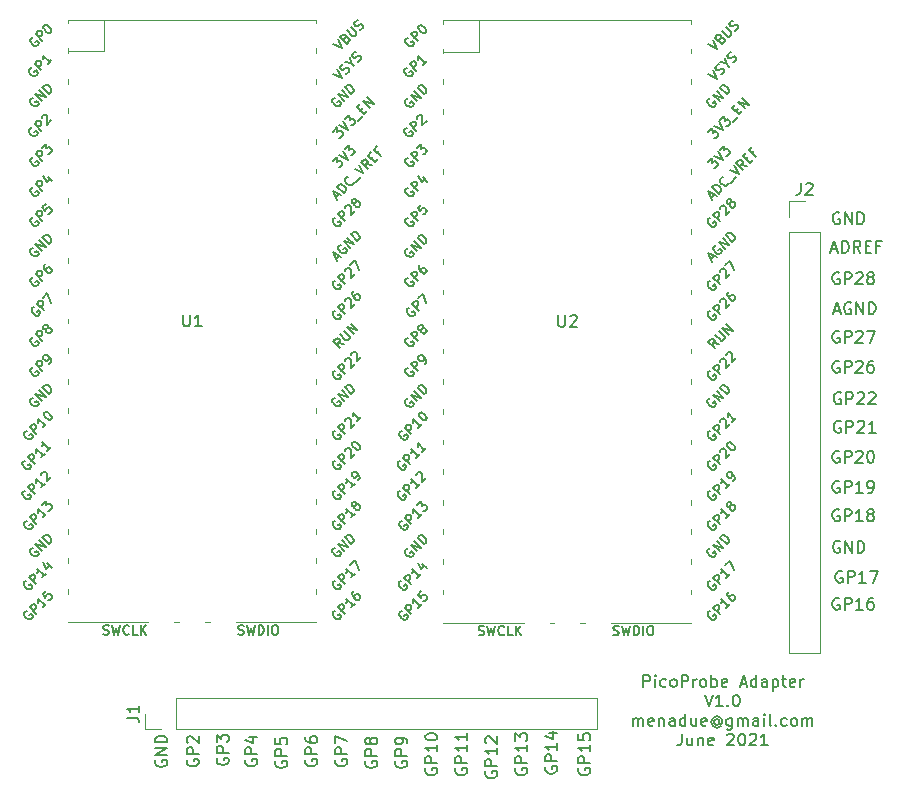
<source format=gbr>
G04 #@! TF.GenerationSoftware,KiCad,Pcbnew,5.1.5+dfsg1-2build2*
G04 #@! TF.CreationDate,2021-06-12T17:40:18+01:00*
G04 #@! TF.ProjectId,picoprobe_pcb,7069636f-7072-46f6-9265-5f7063622e6b,rev?*
G04 #@! TF.SameCoordinates,Original*
G04 #@! TF.FileFunction,Legend,Top*
G04 #@! TF.FilePolarity,Positive*
%FSLAX46Y46*%
G04 Gerber Fmt 4.6, Leading zero omitted, Abs format (unit mm)*
G04 Created by KiCad (PCBNEW 5.1.5+dfsg1-2build2) date 2021-06-12 17:40:18*
%MOMM*%
%LPD*%
G04 APERTURE LIST*
%ADD10C,0.150000*%
%ADD11C,0.120000*%
G04 APERTURE END LIST*
D10*
X-31352285Y-48142380D02*
X-31352285Y-47142380D01*
X-30971333Y-47142380D01*
X-30876095Y-47190000D01*
X-30828476Y-47237619D01*
X-30780857Y-47332857D01*
X-30780857Y-47475714D01*
X-30828476Y-47570952D01*
X-30876095Y-47618571D01*
X-30971333Y-47666190D01*
X-31352285Y-47666190D01*
X-30352285Y-48142380D02*
X-30352285Y-47475714D01*
X-30352285Y-47142380D02*
X-30399904Y-47190000D01*
X-30352285Y-47237619D01*
X-30304666Y-47190000D01*
X-30352285Y-47142380D01*
X-30352285Y-47237619D01*
X-29447523Y-48094761D02*
X-29542761Y-48142380D01*
X-29733238Y-48142380D01*
X-29828476Y-48094761D01*
X-29876095Y-48047142D01*
X-29923714Y-47951904D01*
X-29923714Y-47666190D01*
X-29876095Y-47570952D01*
X-29828476Y-47523333D01*
X-29733238Y-47475714D01*
X-29542761Y-47475714D01*
X-29447523Y-47523333D01*
X-28876095Y-48142380D02*
X-28971333Y-48094761D01*
X-29018952Y-48047142D01*
X-29066571Y-47951904D01*
X-29066571Y-47666190D01*
X-29018952Y-47570952D01*
X-28971333Y-47523333D01*
X-28876095Y-47475714D01*
X-28733238Y-47475714D01*
X-28638000Y-47523333D01*
X-28590380Y-47570952D01*
X-28542761Y-47666190D01*
X-28542761Y-47951904D01*
X-28590380Y-48047142D01*
X-28638000Y-48094761D01*
X-28733238Y-48142380D01*
X-28876095Y-48142380D01*
X-28114190Y-48142380D02*
X-28114190Y-47142380D01*
X-27733238Y-47142380D01*
X-27638000Y-47190000D01*
X-27590380Y-47237619D01*
X-27542761Y-47332857D01*
X-27542761Y-47475714D01*
X-27590380Y-47570952D01*
X-27638000Y-47618571D01*
X-27733238Y-47666190D01*
X-28114190Y-47666190D01*
X-27114190Y-48142380D02*
X-27114190Y-47475714D01*
X-27114190Y-47666190D02*
X-27066571Y-47570952D01*
X-27018952Y-47523333D01*
X-26923714Y-47475714D01*
X-26828476Y-47475714D01*
X-26352285Y-48142380D02*
X-26447523Y-48094761D01*
X-26495142Y-48047142D01*
X-26542761Y-47951904D01*
X-26542761Y-47666190D01*
X-26495142Y-47570952D01*
X-26447523Y-47523333D01*
X-26352285Y-47475714D01*
X-26209428Y-47475714D01*
X-26114190Y-47523333D01*
X-26066571Y-47570952D01*
X-26018952Y-47666190D01*
X-26018952Y-47951904D01*
X-26066571Y-48047142D01*
X-26114190Y-48094761D01*
X-26209428Y-48142380D01*
X-26352285Y-48142380D01*
X-25590380Y-48142380D02*
X-25590380Y-47142380D01*
X-25590380Y-47523333D02*
X-25495142Y-47475714D01*
X-25304666Y-47475714D01*
X-25209428Y-47523333D01*
X-25161809Y-47570952D01*
X-25114190Y-47666190D01*
X-25114190Y-47951904D01*
X-25161809Y-48047142D01*
X-25209428Y-48094761D01*
X-25304666Y-48142380D01*
X-25495142Y-48142380D01*
X-25590380Y-48094761D01*
X-24304666Y-48094761D02*
X-24399904Y-48142380D01*
X-24590380Y-48142380D01*
X-24685619Y-48094761D01*
X-24733238Y-47999523D01*
X-24733238Y-47618571D01*
X-24685619Y-47523333D01*
X-24590380Y-47475714D01*
X-24399904Y-47475714D01*
X-24304666Y-47523333D01*
X-24257047Y-47618571D01*
X-24257047Y-47713809D01*
X-24733238Y-47809047D01*
X-23114190Y-47856666D02*
X-22638000Y-47856666D01*
X-23209428Y-48142380D02*
X-22876095Y-47142380D01*
X-22542761Y-48142380D01*
X-21780857Y-48142380D02*
X-21780857Y-47142380D01*
X-21780857Y-48094761D02*
X-21876095Y-48142380D01*
X-22066571Y-48142380D01*
X-22161809Y-48094761D01*
X-22209428Y-48047142D01*
X-22257047Y-47951904D01*
X-22257047Y-47666190D01*
X-22209428Y-47570952D01*
X-22161809Y-47523333D01*
X-22066571Y-47475714D01*
X-21876095Y-47475714D01*
X-21780857Y-47523333D01*
X-20876095Y-48142380D02*
X-20876095Y-47618571D01*
X-20923714Y-47523333D01*
X-21018952Y-47475714D01*
X-21209428Y-47475714D01*
X-21304666Y-47523333D01*
X-20876095Y-48094761D02*
X-20971333Y-48142380D01*
X-21209428Y-48142380D01*
X-21304666Y-48094761D01*
X-21352285Y-47999523D01*
X-21352285Y-47904285D01*
X-21304666Y-47809047D01*
X-21209428Y-47761428D01*
X-20971333Y-47761428D01*
X-20876095Y-47713809D01*
X-20399904Y-47475714D02*
X-20399904Y-48475714D01*
X-20399904Y-47523333D02*
X-20304666Y-47475714D01*
X-20114190Y-47475714D01*
X-20018952Y-47523333D01*
X-19971333Y-47570952D01*
X-19923714Y-47666190D01*
X-19923714Y-47951904D01*
X-19971333Y-48047142D01*
X-20018952Y-48094761D01*
X-20114190Y-48142380D01*
X-20304666Y-48142380D01*
X-20399904Y-48094761D01*
X-19638000Y-47475714D02*
X-19257047Y-47475714D01*
X-19495142Y-47142380D02*
X-19495142Y-47999523D01*
X-19447523Y-48094761D01*
X-19352285Y-48142380D01*
X-19257047Y-48142380D01*
X-18542761Y-48094761D02*
X-18638000Y-48142380D01*
X-18828476Y-48142380D01*
X-18923714Y-48094761D01*
X-18971333Y-47999523D01*
X-18971333Y-47618571D01*
X-18923714Y-47523333D01*
X-18828476Y-47475714D01*
X-18638000Y-47475714D01*
X-18542761Y-47523333D01*
X-18495142Y-47618571D01*
X-18495142Y-47713809D01*
X-18971333Y-47809047D01*
X-18066571Y-48142380D02*
X-18066571Y-47475714D01*
X-18066571Y-47666190D02*
X-18018952Y-47570952D01*
X-17971333Y-47523333D01*
X-17876095Y-47475714D01*
X-17780857Y-47475714D01*
X-26161809Y-48792380D02*
X-25828476Y-49792380D01*
X-25495142Y-48792380D01*
X-24638000Y-49792380D02*
X-25209428Y-49792380D01*
X-24923714Y-49792380D02*
X-24923714Y-48792380D01*
X-25018952Y-48935238D01*
X-25114190Y-49030476D01*
X-25209428Y-49078095D01*
X-24209428Y-49697142D02*
X-24161809Y-49744761D01*
X-24209428Y-49792380D01*
X-24257047Y-49744761D01*
X-24209428Y-49697142D01*
X-24209428Y-49792380D01*
X-23542761Y-48792380D02*
X-23447523Y-48792380D01*
X-23352285Y-48840000D01*
X-23304666Y-48887619D01*
X-23257047Y-48982857D01*
X-23209428Y-49173333D01*
X-23209428Y-49411428D01*
X-23257047Y-49601904D01*
X-23304666Y-49697142D01*
X-23352285Y-49744761D01*
X-23447523Y-49792380D01*
X-23542761Y-49792380D01*
X-23638000Y-49744761D01*
X-23685619Y-49697142D01*
X-23733238Y-49601904D01*
X-23780857Y-49411428D01*
X-23780857Y-49173333D01*
X-23733238Y-48982857D01*
X-23685619Y-48887619D01*
X-23638000Y-48840000D01*
X-23542761Y-48792380D01*
X-32233238Y-51442380D02*
X-32233238Y-50775714D01*
X-32233238Y-50870952D02*
X-32185619Y-50823333D01*
X-32090380Y-50775714D01*
X-31947523Y-50775714D01*
X-31852285Y-50823333D01*
X-31804666Y-50918571D01*
X-31804666Y-51442380D01*
X-31804666Y-50918571D02*
X-31757047Y-50823333D01*
X-31661809Y-50775714D01*
X-31518952Y-50775714D01*
X-31423714Y-50823333D01*
X-31376095Y-50918571D01*
X-31376095Y-51442380D01*
X-30518952Y-51394761D02*
X-30614190Y-51442380D01*
X-30804666Y-51442380D01*
X-30899904Y-51394761D01*
X-30947523Y-51299523D01*
X-30947523Y-50918571D01*
X-30899904Y-50823333D01*
X-30804666Y-50775714D01*
X-30614190Y-50775714D01*
X-30518952Y-50823333D01*
X-30471333Y-50918571D01*
X-30471333Y-51013809D01*
X-30947523Y-51109047D01*
X-30042761Y-50775714D02*
X-30042761Y-51442380D01*
X-30042761Y-50870952D02*
X-29995142Y-50823333D01*
X-29899904Y-50775714D01*
X-29757047Y-50775714D01*
X-29661809Y-50823333D01*
X-29614190Y-50918571D01*
X-29614190Y-51442380D01*
X-28709428Y-51442380D02*
X-28709428Y-50918571D01*
X-28757047Y-50823333D01*
X-28852285Y-50775714D01*
X-29042761Y-50775714D01*
X-29138000Y-50823333D01*
X-28709428Y-51394761D02*
X-28804666Y-51442380D01*
X-29042761Y-51442380D01*
X-29138000Y-51394761D01*
X-29185619Y-51299523D01*
X-29185619Y-51204285D01*
X-29138000Y-51109047D01*
X-29042761Y-51061428D01*
X-28804666Y-51061428D01*
X-28709428Y-51013809D01*
X-27804666Y-51442380D02*
X-27804666Y-50442380D01*
X-27804666Y-51394761D02*
X-27899904Y-51442380D01*
X-28090380Y-51442380D01*
X-28185619Y-51394761D01*
X-28233238Y-51347142D01*
X-28280857Y-51251904D01*
X-28280857Y-50966190D01*
X-28233238Y-50870952D01*
X-28185619Y-50823333D01*
X-28090380Y-50775714D01*
X-27899904Y-50775714D01*
X-27804666Y-50823333D01*
X-26899904Y-50775714D02*
X-26899904Y-51442380D01*
X-27328476Y-50775714D02*
X-27328476Y-51299523D01*
X-27280857Y-51394761D01*
X-27185619Y-51442380D01*
X-27042761Y-51442380D01*
X-26947523Y-51394761D01*
X-26899904Y-51347142D01*
X-26042761Y-51394761D02*
X-26138000Y-51442380D01*
X-26328476Y-51442380D01*
X-26423714Y-51394761D01*
X-26471333Y-51299523D01*
X-26471333Y-50918571D01*
X-26423714Y-50823333D01*
X-26328476Y-50775714D01*
X-26138000Y-50775714D01*
X-26042761Y-50823333D01*
X-25995142Y-50918571D01*
X-25995142Y-51013809D01*
X-26471333Y-51109047D01*
X-24947523Y-50966190D02*
X-24995142Y-50918571D01*
X-25090380Y-50870952D01*
X-25185619Y-50870952D01*
X-25280857Y-50918571D01*
X-25328476Y-50966190D01*
X-25376095Y-51061428D01*
X-25376095Y-51156666D01*
X-25328476Y-51251904D01*
X-25280857Y-51299523D01*
X-25185619Y-51347142D01*
X-25090380Y-51347142D01*
X-24995142Y-51299523D01*
X-24947523Y-51251904D01*
X-24947523Y-50870952D02*
X-24947523Y-51251904D01*
X-24899904Y-51299523D01*
X-24852285Y-51299523D01*
X-24757047Y-51251904D01*
X-24709428Y-51156666D01*
X-24709428Y-50918571D01*
X-24804666Y-50775714D01*
X-24947523Y-50680476D01*
X-25138000Y-50632857D01*
X-25328476Y-50680476D01*
X-25471333Y-50775714D01*
X-25566571Y-50918571D01*
X-25614190Y-51109047D01*
X-25566571Y-51299523D01*
X-25471333Y-51442380D01*
X-25328476Y-51537619D01*
X-25138000Y-51585238D01*
X-24947523Y-51537619D01*
X-24804666Y-51442380D01*
X-23852285Y-50775714D02*
X-23852285Y-51585238D01*
X-23899904Y-51680476D01*
X-23947523Y-51728095D01*
X-24042761Y-51775714D01*
X-24185619Y-51775714D01*
X-24280857Y-51728095D01*
X-23852285Y-51394761D02*
X-23947523Y-51442380D01*
X-24138000Y-51442380D01*
X-24233238Y-51394761D01*
X-24280857Y-51347142D01*
X-24328476Y-51251904D01*
X-24328476Y-50966190D01*
X-24280857Y-50870952D01*
X-24233238Y-50823333D01*
X-24138000Y-50775714D01*
X-23947523Y-50775714D01*
X-23852285Y-50823333D01*
X-23376095Y-51442380D02*
X-23376095Y-50775714D01*
X-23376095Y-50870952D02*
X-23328476Y-50823333D01*
X-23233238Y-50775714D01*
X-23090380Y-50775714D01*
X-22995142Y-50823333D01*
X-22947523Y-50918571D01*
X-22947523Y-51442380D01*
X-22947523Y-50918571D02*
X-22899904Y-50823333D01*
X-22804666Y-50775714D01*
X-22661809Y-50775714D01*
X-22566571Y-50823333D01*
X-22518952Y-50918571D01*
X-22518952Y-51442380D01*
X-21614190Y-51442380D02*
X-21614190Y-50918571D01*
X-21661809Y-50823333D01*
X-21757047Y-50775714D01*
X-21947523Y-50775714D01*
X-22042761Y-50823333D01*
X-21614190Y-51394761D02*
X-21709428Y-51442380D01*
X-21947523Y-51442380D01*
X-22042761Y-51394761D01*
X-22090380Y-51299523D01*
X-22090380Y-51204285D01*
X-22042761Y-51109047D01*
X-21947523Y-51061428D01*
X-21709428Y-51061428D01*
X-21614190Y-51013809D01*
X-21138000Y-51442380D02*
X-21138000Y-50775714D01*
X-21138000Y-50442380D02*
X-21185619Y-50490000D01*
X-21138000Y-50537619D01*
X-21090380Y-50490000D01*
X-21138000Y-50442380D01*
X-21138000Y-50537619D01*
X-20518952Y-51442380D02*
X-20614190Y-51394761D01*
X-20661809Y-51299523D01*
X-20661809Y-50442380D01*
X-20138000Y-51347142D02*
X-20090380Y-51394761D01*
X-20138000Y-51442380D01*
X-20185619Y-51394761D01*
X-20138000Y-51347142D01*
X-20138000Y-51442380D01*
X-19233238Y-51394761D02*
X-19328476Y-51442380D01*
X-19518952Y-51442380D01*
X-19614190Y-51394761D01*
X-19661809Y-51347142D01*
X-19709428Y-51251904D01*
X-19709428Y-50966190D01*
X-19661809Y-50870952D01*
X-19614190Y-50823333D01*
X-19518952Y-50775714D01*
X-19328476Y-50775714D01*
X-19233238Y-50823333D01*
X-18661809Y-51442380D02*
X-18757047Y-51394761D01*
X-18804666Y-51347142D01*
X-18852285Y-51251904D01*
X-18852285Y-50966190D01*
X-18804666Y-50870952D01*
X-18757047Y-50823333D01*
X-18661809Y-50775714D01*
X-18518952Y-50775714D01*
X-18423714Y-50823333D01*
X-18376095Y-50870952D01*
X-18328476Y-50966190D01*
X-18328476Y-51251904D01*
X-18376095Y-51347142D01*
X-18423714Y-51394761D01*
X-18518952Y-51442380D01*
X-18661809Y-51442380D01*
X-17899904Y-51442380D02*
X-17899904Y-50775714D01*
X-17899904Y-50870952D02*
X-17852285Y-50823333D01*
X-17757047Y-50775714D01*
X-17614190Y-50775714D01*
X-17518952Y-50823333D01*
X-17471333Y-50918571D01*
X-17471333Y-51442380D01*
X-17471333Y-50918571D02*
X-17423714Y-50823333D01*
X-17328476Y-50775714D01*
X-17185619Y-50775714D01*
X-17090380Y-50823333D01*
X-17042761Y-50918571D01*
X-17042761Y-51442380D01*
X-28114190Y-52092380D02*
X-28114190Y-52806666D01*
X-28161809Y-52949523D01*
X-28257047Y-53044761D01*
X-28399904Y-53092380D01*
X-28495142Y-53092380D01*
X-27209428Y-52425714D02*
X-27209428Y-53092380D01*
X-27638000Y-52425714D02*
X-27638000Y-52949523D01*
X-27590380Y-53044761D01*
X-27495142Y-53092380D01*
X-27352285Y-53092380D01*
X-27257047Y-53044761D01*
X-27209428Y-52997142D01*
X-26733238Y-52425714D02*
X-26733238Y-53092380D01*
X-26733238Y-52520952D02*
X-26685619Y-52473333D01*
X-26590380Y-52425714D01*
X-26447523Y-52425714D01*
X-26352285Y-52473333D01*
X-26304666Y-52568571D01*
X-26304666Y-53092380D01*
X-25447523Y-53044761D02*
X-25542761Y-53092380D01*
X-25733238Y-53092380D01*
X-25828476Y-53044761D01*
X-25876095Y-52949523D01*
X-25876095Y-52568571D01*
X-25828476Y-52473333D01*
X-25733238Y-52425714D01*
X-25542761Y-52425714D01*
X-25447523Y-52473333D01*
X-25399904Y-52568571D01*
X-25399904Y-52663809D01*
X-25876095Y-52759047D01*
X-24257047Y-52187619D02*
X-24209428Y-52140000D01*
X-24114190Y-52092380D01*
X-23876095Y-52092380D01*
X-23780857Y-52140000D01*
X-23733238Y-52187619D01*
X-23685619Y-52282857D01*
X-23685619Y-52378095D01*
X-23733238Y-52520952D01*
X-24304666Y-53092380D01*
X-23685619Y-53092380D01*
X-23066571Y-52092380D02*
X-22971333Y-52092380D01*
X-22876095Y-52140000D01*
X-22828476Y-52187619D01*
X-22780857Y-52282857D01*
X-22733238Y-52473333D01*
X-22733238Y-52711428D01*
X-22780857Y-52901904D01*
X-22828476Y-52997142D01*
X-22876095Y-53044761D01*
X-22971333Y-53092380D01*
X-23066571Y-53092380D01*
X-23161809Y-53044761D01*
X-23209428Y-52997142D01*
X-23257047Y-52901904D01*
X-23304666Y-52711428D01*
X-23304666Y-52473333D01*
X-23257047Y-52282857D01*
X-23209428Y-52187619D01*
X-23161809Y-52140000D01*
X-23066571Y-52092380D01*
X-22352285Y-52187619D02*
X-22304666Y-52140000D01*
X-22209428Y-52092380D01*
X-21971333Y-52092380D01*
X-21876095Y-52140000D01*
X-21828476Y-52187619D01*
X-21780857Y-52282857D01*
X-21780857Y-52378095D01*
X-21828476Y-52520952D01*
X-22399904Y-53092380D01*
X-21780857Y-53092380D01*
X-20828476Y-53092380D02*
X-21399904Y-53092380D01*
X-21114190Y-53092380D02*
X-21114190Y-52092380D01*
X-21209428Y-52235238D01*
X-21304666Y-52330476D01*
X-21399904Y-52378095D01*
X-72636000Y-54355904D02*
X-72683619Y-54451142D01*
X-72683619Y-54594000D01*
X-72636000Y-54736857D01*
X-72540761Y-54832095D01*
X-72445523Y-54879714D01*
X-72255047Y-54927333D01*
X-72112190Y-54927333D01*
X-71921714Y-54879714D01*
X-71826476Y-54832095D01*
X-71731238Y-54736857D01*
X-71683619Y-54594000D01*
X-71683619Y-54498761D01*
X-71731238Y-54355904D01*
X-71778857Y-54308285D01*
X-72112190Y-54308285D01*
X-72112190Y-54498761D01*
X-71683619Y-53879714D02*
X-72683619Y-53879714D01*
X-71683619Y-53308285D01*
X-72683619Y-53308285D01*
X-71683619Y-52832095D02*
X-72683619Y-52832095D01*
X-72683619Y-52594000D01*
X-72636000Y-52451142D01*
X-72540761Y-52355904D01*
X-72445523Y-52308285D01*
X-72255047Y-52260666D01*
X-72112190Y-52260666D01*
X-71921714Y-52308285D01*
X-71826476Y-52355904D01*
X-71731238Y-52451142D01*
X-71683619Y-52594000D01*
X-71683619Y-52832095D01*
X-69969000Y-54308285D02*
X-70016619Y-54403523D01*
X-70016619Y-54546380D01*
X-69969000Y-54689238D01*
X-69873761Y-54784476D01*
X-69778523Y-54832095D01*
X-69588047Y-54879714D01*
X-69445190Y-54879714D01*
X-69254714Y-54832095D01*
X-69159476Y-54784476D01*
X-69064238Y-54689238D01*
X-69016619Y-54546380D01*
X-69016619Y-54451142D01*
X-69064238Y-54308285D01*
X-69111857Y-54260666D01*
X-69445190Y-54260666D01*
X-69445190Y-54451142D01*
X-69016619Y-53832095D02*
X-70016619Y-53832095D01*
X-70016619Y-53451142D01*
X-69969000Y-53355904D01*
X-69921380Y-53308285D01*
X-69826142Y-53260666D01*
X-69683285Y-53260666D01*
X-69588047Y-53308285D01*
X-69540428Y-53355904D01*
X-69492809Y-53451142D01*
X-69492809Y-53832095D01*
X-69921380Y-52879714D02*
X-69969000Y-52832095D01*
X-70016619Y-52736857D01*
X-70016619Y-52498761D01*
X-69969000Y-52403523D01*
X-69921380Y-52355904D01*
X-69826142Y-52308285D01*
X-69730904Y-52308285D01*
X-69588047Y-52355904D01*
X-69016619Y-52927333D01*
X-69016619Y-52308285D01*
X-67429000Y-54181285D02*
X-67476619Y-54276523D01*
X-67476619Y-54419380D01*
X-67429000Y-54562238D01*
X-67333761Y-54657476D01*
X-67238523Y-54705095D01*
X-67048047Y-54752714D01*
X-66905190Y-54752714D01*
X-66714714Y-54705095D01*
X-66619476Y-54657476D01*
X-66524238Y-54562238D01*
X-66476619Y-54419380D01*
X-66476619Y-54324142D01*
X-66524238Y-54181285D01*
X-66571857Y-54133666D01*
X-66905190Y-54133666D01*
X-66905190Y-54324142D01*
X-66476619Y-53705095D02*
X-67476619Y-53705095D01*
X-67476619Y-53324142D01*
X-67429000Y-53228904D01*
X-67381380Y-53181285D01*
X-67286142Y-53133666D01*
X-67143285Y-53133666D01*
X-67048047Y-53181285D01*
X-67000428Y-53228904D01*
X-66952809Y-53324142D01*
X-66952809Y-53705095D01*
X-67476619Y-52800333D02*
X-67476619Y-52181285D01*
X-67095666Y-52514619D01*
X-67095666Y-52371761D01*
X-67048047Y-52276523D01*
X-67000428Y-52228904D01*
X-66905190Y-52181285D01*
X-66667095Y-52181285D01*
X-66571857Y-52228904D01*
X-66524238Y-52276523D01*
X-66476619Y-52371761D01*
X-66476619Y-52657476D01*
X-66524238Y-52752714D01*
X-66571857Y-52800333D01*
X-65016000Y-54308285D02*
X-65063619Y-54403523D01*
X-65063619Y-54546380D01*
X-65016000Y-54689238D01*
X-64920761Y-54784476D01*
X-64825523Y-54832095D01*
X-64635047Y-54879714D01*
X-64492190Y-54879714D01*
X-64301714Y-54832095D01*
X-64206476Y-54784476D01*
X-64111238Y-54689238D01*
X-64063619Y-54546380D01*
X-64063619Y-54451142D01*
X-64111238Y-54308285D01*
X-64158857Y-54260666D01*
X-64492190Y-54260666D01*
X-64492190Y-54451142D01*
X-64063619Y-53832095D02*
X-65063619Y-53832095D01*
X-65063619Y-53451142D01*
X-65016000Y-53355904D01*
X-64968380Y-53308285D01*
X-64873142Y-53260666D01*
X-64730285Y-53260666D01*
X-64635047Y-53308285D01*
X-64587428Y-53355904D01*
X-64539809Y-53451142D01*
X-64539809Y-53832095D01*
X-64730285Y-52403523D02*
X-64063619Y-52403523D01*
X-65111238Y-52641619D02*
X-64396952Y-52879714D01*
X-64396952Y-52260666D01*
X-62476000Y-54435285D02*
X-62523619Y-54530523D01*
X-62523619Y-54673380D01*
X-62476000Y-54816238D01*
X-62380761Y-54911476D01*
X-62285523Y-54959095D01*
X-62095047Y-55006714D01*
X-61952190Y-55006714D01*
X-61761714Y-54959095D01*
X-61666476Y-54911476D01*
X-61571238Y-54816238D01*
X-61523619Y-54673380D01*
X-61523619Y-54578142D01*
X-61571238Y-54435285D01*
X-61618857Y-54387666D01*
X-61952190Y-54387666D01*
X-61952190Y-54578142D01*
X-61523619Y-53959095D02*
X-62523619Y-53959095D01*
X-62523619Y-53578142D01*
X-62476000Y-53482904D01*
X-62428380Y-53435285D01*
X-62333142Y-53387666D01*
X-62190285Y-53387666D01*
X-62095047Y-53435285D01*
X-62047428Y-53482904D01*
X-61999809Y-53578142D01*
X-61999809Y-53959095D01*
X-62523619Y-52482904D02*
X-62523619Y-52959095D01*
X-62047428Y-53006714D01*
X-62095047Y-52959095D01*
X-62142666Y-52863857D01*
X-62142666Y-52625761D01*
X-62095047Y-52530523D01*
X-62047428Y-52482904D01*
X-61952190Y-52435285D01*
X-61714095Y-52435285D01*
X-61618857Y-52482904D01*
X-61571238Y-52530523D01*
X-61523619Y-52625761D01*
X-61523619Y-52863857D01*
X-61571238Y-52959095D01*
X-61618857Y-53006714D01*
X-59936000Y-54308285D02*
X-59983619Y-54403523D01*
X-59983619Y-54546380D01*
X-59936000Y-54689238D01*
X-59840761Y-54784476D01*
X-59745523Y-54832095D01*
X-59555047Y-54879714D01*
X-59412190Y-54879714D01*
X-59221714Y-54832095D01*
X-59126476Y-54784476D01*
X-59031238Y-54689238D01*
X-58983619Y-54546380D01*
X-58983619Y-54451142D01*
X-59031238Y-54308285D01*
X-59078857Y-54260666D01*
X-59412190Y-54260666D01*
X-59412190Y-54451142D01*
X-58983619Y-53832095D02*
X-59983619Y-53832095D01*
X-59983619Y-53451142D01*
X-59936000Y-53355904D01*
X-59888380Y-53308285D01*
X-59793142Y-53260666D01*
X-59650285Y-53260666D01*
X-59555047Y-53308285D01*
X-59507428Y-53355904D01*
X-59459809Y-53451142D01*
X-59459809Y-53832095D01*
X-59983619Y-52403523D02*
X-59983619Y-52594000D01*
X-59936000Y-52689238D01*
X-59888380Y-52736857D01*
X-59745523Y-52832095D01*
X-59555047Y-52879714D01*
X-59174095Y-52879714D01*
X-59078857Y-52832095D01*
X-59031238Y-52784476D01*
X-58983619Y-52689238D01*
X-58983619Y-52498761D01*
X-59031238Y-52403523D01*
X-59078857Y-52355904D01*
X-59174095Y-52308285D01*
X-59412190Y-52308285D01*
X-59507428Y-52355904D01*
X-59555047Y-52403523D01*
X-59602666Y-52498761D01*
X-59602666Y-52689238D01*
X-59555047Y-52784476D01*
X-59507428Y-52832095D01*
X-59412190Y-52879714D01*
X-57396000Y-54308285D02*
X-57443619Y-54403523D01*
X-57443619Y-54546380D01*
X-57396000Y-54689238D01*
X-57300761Y-54784476D01*
X-57205523Y-54832095D01*
X-57015047Y-54879714D01*
X-56872190Y-54879714D01*
X-56681714Y-54832095D01*
X-56586476Y-54784476D01*
X-56491238Y-54689238D01*
X-56443619Y-54546380D01*
X-56443619Y-54451142D01*
X-56491238Y-54308285D01*
X-56538857Y-54260666D01*
X-56872190Y-54260666D01*
X-56872190Y-54451142D01*
X-56443619Y-53832095D02*
X-57443619Y-53832095D01*
X-57443619Y-53451142D01*
X-57396000Y-53355904D01*
X-57348380Y-53308285D01*
X-57253142Y-53260666D01*
X-57110285Y-53260666D01*
X-57015047Y-53308285D01*
X-56967428Y-53355904D01*
X-56919809Y-53451142D01*
X-56919809Y-53832095D01*
X-57443619Y-52927333D02*
X-57443619Y-52260666D01*
X-56443619Y-52689238D01*
X-54856000Y-54435285D02*
X-54903619Y-54530523D01*
X-54903619Y-54673380D01*
X-54856000Y-54816238D01*
X-54760761Y-54911476D01*
X-54665523Y-54959095D01*
X-54475047Y-55006714D01*
X-54332190Y-55006714D01*
X-54141714Y-54959095D01*
X-54046476Y-54911476D01*
X-53951238Y-54816238D01*
X-53903619Y-54673380D01*
X-53903619Y-54578142D01*
X-53951238Y-54435285D01*
X-53998857Y-54387666D01*
X-54332190Y-54387666D01*
X-54332190Y-54578142D01*
X-53903619Y-53959095D02*
X-54903619Y-53959095D01*
X-54903619Y-53578142D01*
X-54856000Y-53482904D01*
X-54808380Y-53435285D01*
X-54713142Y-53387666D01*
X-54570285Y-53387666D01*
X-54475047Y-53435285D01*
X-54427428Y-53482904D01*
X-54379809Y-53578142D01*
X-54379809Y-53959095D01*
X-54475047Y-52816238D02*
X-54522666Y-52911476D01*
X-54570285Y-52959095D01*
X-54665523Y-53006714D01*
X-54713142Y-53006714D01*
X-54808380Y-52959095D01*
X-54856000Y-52911476D01*
X-54903619Y-52816238D01*
X-54903619Y-52625761D01*
X-54856000Y-52530523D01*
X-54808380Y-52482904D01*
X-54713142Y-52435285D01*
X-54665523Y-52435285D01*
X-54570285Y-52482904D01*
X-54522666Y-52530523D01*
X-54475047Y-52625761D01*
X-54475047Y-52816238D01*
X-54427428Y-52911476D01*
X-54379809Y-52959095D01*
X-54284571Y-53006714D01*
X-54094095Y-53006714D01*
X-53998857Y-52959095D01*
X-53951238Y-52911476D01*
X-53903619Y-52816238D01*
X-53903619Y-52625761D01*
X-53951238Y-52530523D01*
X-53998857Y-52482904D01*
X-54094095Y-52435285D01*
X-54284571Y-52435285D01*
X-54379809Y-52482904D01*
X-54427428Y-52530523D01*
X-54475047Y-52625761D01*
X-52316000Y-54435285D02*
X-52363619Y-54530523D01*
X-52363619Y-54673380D01*
X-52316000Y-54816238D01*
X-52220761Y-54911476D01*
X-52125523Y-54959095D01*
X-51935047Y-55006714D01*
X-51792190Y-55006714D01*
X-51601714Y-54959095D01*
X-51506476Y-54911476D01*
X-51411238Y-54816238D01*
X-51363619Y-54673380D01*
X-51363619Y-54578142D01*
X-51411238Y-54435285D01*
X-51458857Y-54387666D01*
X-51792190Y-54387666D01*
X-51792190Y-54578142D01*
X-51363619Y-53959095D02*
X-52363619Y-53959095D01*
X-52363619Y-53578142D01*
X-52316000Y-53482904D01*
X-52268380Y-53435285D01*
X-52173142Y-53387666D01*
X-52030285Y-53387666D01*
X-51935047Y-53435285D01*
X-51887428Y-53482904D01*
X-51839809Y-53578142D01*
X-51839809Y-53959095D01*
X-51363619Y-52911476D02*
X-51363619Y-52721000D01*
X-51411238Y-52625761D01*
X-51458857Y-52578142D01*
X-51601714Y-52482904D01*
X-51792190Y-52435285D01*
X-52173142Y-52435285D01*
X-52268380Y-52482904D01*
X-52316000Y-52530523D01*
X-52363619Y-52625761D01*
X-52363619Y-52816238D01*
X-52316000Y-52911476D01*
X-52268380Y-52959095D01*
X-52173142Y-53006714D01*
X-51935047Y-53006714D01*
X-51839809Y-52959095D01*
X-51792190Y-52911476D01*
X-51744571Y-52816238D01*
X-51744571Y-52625761D01*
X-51792190Y-52530523D01*
X-51839809Y-52482904D01*
X-51935047Y-52435285D01*
X-49776000Y-55038476D02*
X-49823619Y-55133714D01*
X-49823619Y-55276571D01*
X-49776000Y-55419428D01*
X-49680761Y-55514666D01*
X-49585523Y-55562285D01*
X-49395047Y-55609904D01*
X-49252190Y-55609904D01*
X-49061714Y-55562285D01*
X-48966476Y-55514666D01*
X-48871238Y-55419428D01*
X-48823619Y-55276571D01*
X-48823619Y-55181333D01*
X-48871238Y-55038476D01*
X-48918857Y-54990857D01*
X-49252190Y-54990857D01*
X-49252190Y-55181333D01*
X-48823619Y-54562285D02*
X-49823619Y-54562285D01*
X-49823619Y-54181333D01*
X-49776000Y-54086095D01*
X-49728380Y-54038476D01*
X-49633142Y-53990857D01*
X-49490285Y-53990857D01*
X-49395047Y-54038476D01*
X-49347428Y-54086095D01*
X-49299809Y-54181333D01*
X-49299809Y-54562285D01*
X-48823619Y-53038476D02*
X-48823619Y-53609904D01*
X-48823619Y-53324190D02*
X-49823619Y-53324190D01*
X-49680761Y-53419428D01*
X-49585523Y-53514666D01*
X-49537904Y-53609904D01*
X-49823619Y-52419428D02*
X-49823619Y-52324190D01*
X-49776000Y-52228952D01*
X-49728380Y-52181333D01*
X-49633142Y-52133714D01*
X-49442666Y-52086095D01*
X-49204571Y-52086095D01*
X-49014095Y-52133714D01*
X-48918857Y-52181333D01*
X-48871238Y-52228952D01*
X-48823619Y-52324190D01*
X-48823619Y-52419428D01*
X-48871238Y-52514666D01*
X-48918857Y-52562285D01*
X-49014095Y-52609904D01*
X-49204571Y-52657523D01*
X-49442666Y-52657523D01*
X-49633142Y-52609904D01*
X-49728380Y-52562285D01*
X-49776000Y-52514666D01*
X-49823619Y-52419428D01*
X-47236000Y-55038476D02*
X-47283619Y-55133714D01*
X-47283619Y-55276571D01*
X-47236000Y-55419428D01*
X-47140761Y-55514666D01*
X-47045523Y-55562285D01*
X-46855047Y-55609904D01*
X-46712190Y-55609904D01*
X-46521714Y-55562285D01*
X-46426476Y-55514666D01*
X-46331238Y-55419428D01*
X-46283619Y-55276571D01*
X-46283619Y-55181333D01*
X-46331238Y-55038476D01*
X-46378857Y-54990857D01*
X-46712190Y-54990857D01*
X-46712190Y-55181333D01*
X-46283619Y-54562285D02*
X-47283619Y-54562285D01*
X-47283619Y-54181333D01*
X-47236000Y-54086095D01*
X-47188380Y-54038476D01*
X-47093142Y-53990857D01*
X-46950285Y-53990857D01*
X-46855047Y-54038476D01*
X-46807428Y-54086095D01*
X-46759809Y-54181333D01*
X-46759809Y-54562285D01*
X-46283619Y-53038476D02*
X-46283619Y-53609904D01*
X-46283619Y-53324190D02*
X-47283619Y-53324190D01*
X-47140761Y-53419428D01*
X-47045523Y-53514666D01*
X-46997904Y-53609904D01*
X-46283619Y-52086095D02*
X-46283619Y-52657523D01*
X-46283619Y-52371809D02*
X-47283619Y-52371809D01*
X-47140761Y-52467047D01*
X-47045523Y-52562285D01*
X-46997904Y-52657523D01*
X-44696000Y-55292476D02*
X-44743619Y-55387714D01*
X-44743619Y-55530571D01*
X-44696000Y-55673428D01*
X-44600761Y-55768666D01*
X-44505523Y-55816285D01*
X-44315047Y-55863904D01*
X-44172190Y-55863904D01*
X-43981714Y-55816285D01*
X-43886476Y-55768666D01*
X-43791238Y-55673428D01*
X-43743619Y-55530571D01*
X-43743619Y-55435333D01*
X-43791238Y-55292476D01*
X-43838857Y-55244857D01*
X-44172190Y-55244857D01*
X-44172190Y-55435333D01*
X-43743619Y-54816285D02*
X-44743619Y-54816285D01*
X-44743619Y-54435333D01*
X-44696000Y-54340095D01*
X-44648380Y-54292476D01*
X-44553142Y-54244857D01*
X-44410285Y-54244857D01*
X-44315047Y-54292476D01*
X-44267428Y-54340095D01*
X-44219809Y-54435333D01*
X-44219809Y-54816285D01*
X-43743619Y-53292476D02*
X-43743619Y-53863904D01*
X-43743619Y-53578190D02*
X-44743619Y-53578190D01*
X-44600761Y-53673428D01*
X-44505523Y-53768666D01*
X-44457904Y-53863904D01*
X-44648380Y-52911523D02*
X-44696000Y-52863904D01*
X-44743619Y-52768666D01*
X-44743619Y-52530571D01*
X-44696000Y-52435333D01*
X-44648380Y-52387714D01*
X-44553142Y-52340095D01*
X-44457904Y-52340095D01*
X-44315047Y-52387714D01*
X-43743619Y-52959142D01*
X-43743619Y-52340095D01*
X-42156000Y-55038476D02*
X-42203619Y-55133714D01*
X-42203619Y-55276571D01*
X-42156000Y-55419428D01*
X-42060761Y-55514666D01*
X-41965523Y-55562285D01*
X-41775047Y-55609904D01*
X-41632190Y-55609904D01*
X-41441714Y-55562285D01*
X-41346476Y-55514666D01*
X-41251238Y-55419428D01*
X-41203619Y-55276571D01*
X-41203619Y-55181333D01*
X-41251238Y-55038476D01*
X-41298857Y-54990857D01*
X-41632190Y-54990857D01*
X-41632190Y-55181333D01*
X-41203619Y-54562285D02*
X-42203619Y-54562285D01*
X-42203619Y-54181333D01*
X-42156000Y-54086095D01*
X-42108380Y-54038476D01*
X-42013142Y-53990857D01*
X-41870285Y-53990857D01*
X-41775047Y-54038476D01*
X-41727428Y-54086095D01*
X-41679809Y-54181333D01*
X-41679809Y-54562285D01*
X-41203619Y-53038476D02*
X-41203619Y-53609904D01*
X-41203619Y-53324190D02*
X-42203619Y-53324190D01*
X-42060761Y-53419428D01*
X-41965523Y-53514666D01*
X-41917904Y-53609904D01*
X-42203619Y-52705142D02*
X-42203619Y-52086095D01*
X-41822666Y-52419428D01*
X-41822666Y-52276571D01*
X-41775047Y-52181333D01*
X-41727428Y-52133714D01*
X-41632190Y-52086095D01*
X-41394095Y-52086095D01*
X-41298857Y-52133714D01*
X-41251238Y-52181333D01*
X-41203619Y-52276571D01*
X-41203619Y-52562285D01*
X-41251238Y-52657523D01*
X-41298857Y-52705142D01*
X-39616000Y-54911476D02*
X-39663619Y-55006714D01*
X-39663619Y-55149571D01*
X-39616000Y-55292428D01*
X-39520761Y-55387666D01*
X-39425523Y-55435285D01*
X-39235047Y-55482904D01*
X-39092190Y-55482904D01*
X-38901714Y-55435285D01*
X-38806476Y-55387666D01*
X-38711238Y-55292428D01*
X-38663619Y-55149571D01*
X-38663619Y-55054333D01*
X-38711238Y-54911476D01*
X-38758857Y-54863857D01*
X-39092190Y-54863857D01*
X-39092190Y-55054333D01*
X-38663619Y-54435285D02*
X-39663619Y-54435285D01*
X-39663619Y-54054333D01*
X-39616000Y-53959095D01*
X-39568380Y-53911476D01*
X-39473142Y-53863857D01*
X-39330285Y-53863857D01*
X-39235047Y-53911476D01*
X-39187428Y-53959095D01*
X-39139809Y-54054333D01*
X-39139809Y-54435285D01*
X-38663619Y-52911476D02*
X-38663619Y-53482904D01*
X-38663619Y-53197190D02*
X-39663619Y-53197190D01*
X-39520761Y-53292428D01*
X-39425523Y-53387666D01*
X-39377904Y-53482904D01*
X-39330285Y-52054333D02*
X-38663619Y-52054333D01*
X-39711238Y-52292428D02*
X-38996952Y-52530523D01*
X-38996952Y-51911476D01*
X-36822000Y-55038476D02*
X-36869619Y-55133714D01*
X-36869619Y-55276571D01*
X-36822000Y-55419428D01*
X-36726761Y-55514666D01*
X-36631523Y-55562285D01*
X-36441047Y-55609904D01*
X-36298190Y-55609904D01*
X-36107714Y-55562285D01*
X-36012476Y-55514666D01*
X-35917238Y-55419428D01*
X-35869619Y-55276571D01*
X-35869619Y-55181333D01*
X-35917238Y-55038476D01*
X-35964857Y-54990857D01*
X-36298190Y-54990857D01*
X-36298190Y-55181333D01*
X-35869619Y-54562285D02*
X-36869619Y-54562285D01*
X-36869619Y-54181333D01*
X-36822000Y-54086095D01*
X-36774380Y-54038476D01*
X-36679142Y-53990857D01*
X-36536285Y-53990857D01*
X-36441047Y-54038476D01*
X-36393428Y-54086095D01*
X-36345809Y-54181333D01*
X-36345809Y-54562285D01*
X-35869619Y-53038476D02*
X-35869619Y-53609904D01*
X-35869619Y-53324190D02*
X-36869619Y-53324190D01*
X-36726761Y-53419428D01*
X-36631523Y-53514666D01*
X-36583904Y-53609904D01*
X-36869619Y-52133714D02*
X-36869619Y-52609904D01*
X-36393428Y-52657523D01*
X-36441047Y-52609904D01*
X-36488666Y-52514666D01*
X-36488666Y-52276571D01*
X-36441047Y-52181333D01*
X-36393428Y-52133714D01*
X-36298190Y-52086095D01*
X-36060095Y-52086095D01*
X-35964857Y-52133714D01*
X-35917238Y-52181333D01*
X-35869619Y-52276571D01*
X-35869619Y-52514666D01*
X-35917238Y-52609904D01*
X-35964857Y-52657523D01*
X-14779476Y-40648000D02*
X-14874714Y-40600380D01*
X-15017571Y-40600380D01*
X-15160428Y-40648000D01*
X-15255666Y-40743238D01*
X-15303285Y-40838476D01*
X-15350904Y-41028952D01*
X-15350904Y-41171809D01*
X-15303285Y-41362285D01*
X-15255666Y-41457523D01*
X-15160428Y-41552761D01*
X-15017571Y-41600380D01*
X-14922333Y-41600380D01*
X-14779476Y-41552761D01*
X-14731857Y-41505142D01*
X-14731857Y-41171809D01*
X-14922333Y-41171809D01*
X-14303285Y-41600380D02*
X-14303285Y-40600380D01*
X-13922333Y-40600380D01*
X-13827095Y-40648000D01*
X-13779476Y-40695619D01*
X-13731857Y-40790857D01*
X-13731857Y-40933714D01*
X-13779476Y-41028952D01*
X-13827095Y-41076571D01*
X-13922333Y-41124190D01*
X-14303285Y-41124190D01*
X-12779476Y-41600380D02*
X-13350904Y-41600380D01*
X-13065190Y-41600380D02*
X-13065190Y-40600380D01*
X-13160428Y-40743238D01*
X-13255666Y-40838476D01*
X-13350904Y-40886095D01*
X-11922333Y-40600380D02*
X-12112809Y-40600380D01*
X-12208047Y-40648000D01*
X-12255666Y-40695619D01*
X-12350904Y-40838476D01*
X-12398523Y-41028952D01*
X-12398523Y-41409904D01*
X-12350904Y-41505142D01*
X-12303285Y-41552761D01*
X-12208047Y-41600380D01*
X-12017571Y-41600380D01*
X-11922333Y-41552761D01*
X-11874714Y-41505142D01*
X-11827095Y-41409904D01*
X-11827095Y-41171809D01*
X-11874714Y-41076571D01*
X-11922333Y-41028952D01*
X-12017571Y-40981333D01*
X-12208047Y-40981333D01*
X-12303285Y-41028952D01*
X-12350904Y-41076571D01*
X-12398523Y-41171809D01*
X-14525476Y-38362000D02*
X-14620714Y-38314380D01*
X-14763571Y-38314380D01*
X-14906428Y-38362000D01*
X-15001666Y-38457238D01*
X-15049285Y-38552476D01*
X-15096904Y-38742952D01*
X-15096904Y-38885809D01*
X-15049285Y-39076285D01*
X-15001666Y-39171523D01*
X-14906428Y-39266761D01*
X-14763571Y-39314380D01*
X-14668333Y-39314380D01*
X-14525476Y-39266761D01*
X-14477857Y-39219142D01*
X-14477857Y-38885809D01*
X-14668333Y-38885809D01*
X-14049285Y-39314380D02*
X-14049285Y-38314380D01*
X-13668333Y-38314380D01*
X-13573095Y-38362000D01*
X-13525476Y-38409619D01*
X-13477857Y-38504857D01*
X-13477857Y-38647714D01*
X-13525476Y-38742952D01*
X-13573095Y-38790571D01*
X-13668333Y-38838190D01*
X-14049285Y-38838190D01*
X-12525476Y-39314380D02*
X-13096904Y-39314380D01*
X-12811190Y-39314380D02*
X-12811190Y-38314380D01*
X-12906428Y-38457238D01*
X-13001666Y-38552476D01*
X-13096904Y-38600095D01*
X-12192142Y-38314380D02*
X-11525476Y-38314380D01*
X-11954047Y-39314380D01*
X-14731904Y-35822000D02*
X-14827142Y-35774380D01*
X-14970000Y-35774380D01*
X-15112857Y-35822000D01*
X-15208095Y-35917238D01*
X-15255714Y-36012476D01*
X-15303333Y-36202952D01*
X-15303333Y-36345809D01*
X-15255714Y-36536285D01*
X-15208095Y-36631523D01*
X-15112857Y-36726761D01*
X-14970000Y-36774380D01*
X-14874761Y-36774380D01*
X-14731904Y-36726761D01*
X-14684285Y-36679142D01*
X-14684285Y-36345809D01*
X-14874761Y-36345809D01*
X-14255714Y-36774380D02*
X-14255714Y-35774380D01*
X-13684285Y-36774380D01*
X-13684285Y-35774380D01*
X-13208095Y-36774380D02*
X-13208095Y-35774380D01*
X-12970000Y-35774380D01*
X-12827142Y-35822000D01*
X-12731904Y-35917238D01*
X-12684285Y-36012476D01*
X-12636666Y-36202952D01*
X-12636666Y-36345809D01*
X-12684285Y-36536285D01*
X-12731904Y-36631523D01*
X-12827142Y-36726761D01*
X-12970000Y-36774380D01*
X-13208095Y-36774380D01*
X-14779476Y-33155000D02*
X-14874714Y-33107380D01*
X-15017571Y-33107380D01*
X-15160428Y-33155000D01*
X-15255666Y-33250238D01*
X-15303285Y-33345476D01*
X-15350904Y-33535952D01*
X-15350904Y-33678809D01*
X-15303285Y-33869285D01*
X-15255666Y-33964523D01*
X-15160428Y-34059761D01*
X-15017571Y-34107380D01*
X-14922333Y-34107380D01*
X-14779476Y-34059761D01*
X-14731857Y-34012142D01*
X-14731857Y-33678809D01*
X-14922333Y-33678809D01*
X-14303285Y-34107380D02*
X-14303285Y-33107380D01*
X-13922333Y-33107380D01*
X-13827095Y-33155000D01*
X-13779476Y-33202619D01*
X-13731857Y-33297857D01*
X-13731857Y-33440714D01*
X-13779476Y-33535952D01*
X-13827095Y-33583571D01*
X-13922333Y-33631190D01*
X-14303285Y-33631190D01*
X-12779476Y-34107380D02*
X-13350904Y-34107380D01*
X-13065190Y-34107380D02*
X-13065190Y-33107380D01*
X-13160428Y-33250238D01*
X-13255666Y-33345476D01*
X-13350904Y-33393095D01*
X-12208047Y-33535952D02*
X-12303285Y-33488333D01*
X-12350904Y-33440714D01*
X-12398523Y-33345476D01*
X-12398523Y-33297857D01*
X-12350904Y-33202619D01*
X-12303285Y-33155000D01*
X-12208047Y-33107380D01*
X-12017571Y-33107380D01*
X-11922333Y-33155000D01*
X-11874714Y-33202619D01*
X-11827095Y-33297857D01*
X-11827095Y-33345476D01*
X-11874714Y-33440714D01*
X-11922333Y-33488333D01*
X-12017571Y-33535952D01*
X-12208047Y-33535952D01*
X-12303285Y-33583571D01*
X-12350904Y-33631190D01*
X-12398523Y-33726428D01*
X-12398523Y-33916904D01*
X-12350904Y-34012142D01*
X-12303285Y-34059761D01*
X-12208047Y-34107380D01*
X-12017571Y-34107380D01*
X-11922333Y-34059761D01*
X-11874714Y-34012142D01*
X-11827095Y-33916904D01*
X-11827095Y-33726428D01*
X-11874714Y-33631190D01*
X-11922333Y-33583571D01*
X-12017571Y-33535952D01*
X-14779476Y-30742000D02*
X-14874714Y-30694380D01*
X-15017571Y-30694380D01*
X-15160428Y-30742000D01*
X-15255666Y-30837238D01*
X-15303285Y-30932476D01*
X-15350904Y-31122952D01*
X-15350904Y-31265809D01*
X-15303285Y-31456285D01*
X-15255666Y-31551523D01*
X-15160428Y-31646761D01*
X-15017571Y-31694380D01*
X-14922333Y-31694380D01*
X-14779476Y-31646761D01*
X-14731857Y-31599142D01*
X-14731857Y-31265809D01*
X-14922333Y-31265809D01*
X-14303285Y-31694380D02*
X-14303285Y-30694380D01*
X-13922333Y-30694380D01*
X-13827095Y-30742000D01*
X-13779476Y-30789619D01*
X-13731857Y-30884857D01*
X-13731857Y-31027714D01*
X-13779476Y-31122952D01*
X-13827095Y-31170571D01*
X-13922333Y-31218190D01*
X-14303285Y-31218190D01*
X-12779476Y-31694380D02*
X-13350904Y-31694380D01*
X-13065190Y-31694380D02*
X-13065190Y-30694380D01*
X-13160428Y-30837238D01*
X-13255666Y-30932476D01*
X-13350904Y-30980095D01*
X-12303285Y-31694380D02*
X-12112809Y-31694380D01*
X-12017571Y-31646761D01*
X-11969952Y-31599142D01*
X-11874714Y-31456285D01*
X-11827095Y-31265809D01*
X-11827095Y-30884857D01*
X-11874714Y-30789619D01*
X-11922333Y-30742000D01*
X-12017571Y-30694380D01*
X-12208047Y-30694380D01*
X-12303285Y-30742000D01*
X-12350904Y-30789619D01*
X-12398523Y-30884857D01*
X-12398523Y-31122952D01*
X-12350904Y-31218190D01*
X-12303285Y-31265809D01*
X-12208047Y-31313428D01*
X-12017571Y-31313428D01*
X-11922333Y-31265809D01*
X-11874714Y-31218190D01*
X-11827095Y-31122952D01*
X-14779476Y-28202000D02*
X-14874714Y-28154380D01*
X-15017571Y-28154380D01*
X-15160428Y-28202000D01*
X-15255666Y-28297238D01*
X-15303285Y-28392476D01*
X-15350904Y-28582952D01*
X-15350904Y-28725809D01*
X-15303285Y-28916285D01*
X-15255666Y-29011523D01*
X-15160428Y-29106761D01*
X-15017571Y-29154380D01*
X-14922333Y-29154380D01*
X-14779476Y-29106761D01*
X-14731857Y-29059142D01*
X-14731857Y-28725809D01*
X-14922333Y-28725809D01*
X-14303285Y-29154380D02*
X-14303285Y-28154380D01*
X-13922333Y-28154380D01*
X-13827095Y-28202000D01*
X-13779476Y-28249619D01*
X-13731857Y-28344857D01*
X-13731857Y-28487714D01*
X-13779476Y-28582952D01*
X-13827095Y-28630571D01*
X-13922333Y-28678190D01*
X-14303285Y-28678190D01*
X-13350904Y-28249619D02*
X-13303285Y-28202000D01*
X-13208047Y-28154380D01*
X-12969952Y-28154380D01*
X-12874714Y-28202000D01*
X-12827095Y-28249619D01*
X-12779476Y-28344857D01*
X-12779476Y-28440095D01*
X-12827095Y-28582952D01*
X-13398523Y-29154380D01*
X-12779476Y-29154380D01*
X-12160428Y-28154380D02*
X-12065190Y-28154380D01*
X-11969952Y-28202000D01*
X-11922333Y-28249619D01*
X-11874714Y-28344857D01*
X-11827095Y-28535333D01*
X-11827095Y-28773428D01*
X-11874714Y-28963904D01*
X-11922333Y-29059142D01*
X-11969952Y-29106761D01*
X-12065190Y-29154380D01*
X-12160428Y-29154380D01*
X-12255666Y-29106761D01*
X-12303285Y-29059142D01*
X-12350904Y-28963904D01*
X-12398523Y-28773428D01*
X-12398523Y-28535333D01*
X-12350904Y-28344857D01*
X-12303285Y-28249619D01*
X-12255666Y-28202000D01*
X-12160428Y-28154380D01*
X-14652476Y-25662000D02*
X-14747714Y-25614380D01*
X-14890571Y-25614380D01*
X-15033428Y-25662000D01*
X-15128666Y-25757238D01*
X-15176285Y-25852476D01*
X-15223904Y-26042952D01*
X-15223904Y-26185809D01*
X-15176285Y-26376285D01*
X-15128666Y-26471523D01*
X-15033428Y-26566761D01*
X-14890571Y-26614380D01*
X-14795333Y-26614380D01*
X-14652476Y-26566761D01*
X-14604857Y-26519142D01*
X-14604857Y-26185809D01*
X-14795333Y-26185809D01*
X-14176285Y-26614380D02*
X-14176285Y-25614380D01*
X-13795333Y-25614380D01*
X-13700095Y-25662000D01*
X-13652476Y-25709619D01*
X-13604857Y-25804857D01*
X-13604857Y-25947714D01*
X-13652476Y-26042952D01*
X-13700095Y-26090571D01*
X-13795333Y-26138190D01*
X-14176285Y-26138190D01*
X-13223904Y-25709619D02*
X-13176285Y-25662000D01*
X-13081047Y-25614380D01*
X-12842952Y-25614380D01*
X-12747714Y-25662000D01*
X-12700095Y-25709619D01*
X-12652476Y-25804857D01*
X-12652476Y-25900095D01*
X-12700095Y-26042952D01*
X-13271523Y-26614380D01*
X-12652476Y-26614380D01*
X-11700095Y-26614380D02*
X-12271523Y-26614380D01*
X-11985809Y-26614380D02*
X-11985809Y-25614380D01*
X-12081047Y-25757238D01*
X-12176285Y-25852476D01*
X-12271523Y-25900095D01*
X-14652476Y-23249000D02*
X-14747714Y-23201380D01*
X-14890571Y-23201380D01*
X-15033428Y-23249000D01*
X-15128666Y-23344238D01*
X-15176285Y-23439476D01*
X-15223904Y-23629952D01*
X-15223904Y-23772809D01*
X-15176285Y-23963285D01*
X-15128666Y-24058523D01*
X-15033428Y-24153761D01*
X-14890571Y-24201380D01*
X-14795333Y-24201380D01*
X-14652476Y-24153761D01*
X-14604857Y-24106142D01*
X-14604857Y-23772809D01*
X-14795333Y-23772809D01*
X-14176285Y-24201380D02*
X-14176285Y-23201380D01*
X-13795333Y-23201380D01*
X-13700095Y-23249000D01*
X-13652476Y-23296619D01*
X-13604857Y-23391857D01*
X-13604857Y-23534714D01*
X-13652476Y-23629952D01*
X-13700095Y-23677571D01*
X-13795333Y-23725190D01*
X-14176285Y-23725190D01*
X-13223904Y-23296619D02*
X-13176285Y-23249000D01*
X-13081047Y-23201380D01*
X-12842952Y-23201380D01*
X-12747714Y-23249000D01*
X-12700095Y-23296619D01*
X-12652476Y-23391857D01*
X-12652476Y-23487095D01*
X-12700095Y-23629952D01*
X-13271523Y-24201380D01*
X-12652476Y-24201380D01*
X-12271523Y-23296619D02*
X-12223904Y-23249000D01*
X-12128666Y-23201380D01*
X-11890571Y-23201380D01*
X-11795333Y-23249000D01*
X-11747714Y-23296619D01*
X-11700095Y-23391857D01*
X-11700095Y-23487095D01*
X-11747714Y-23629952D01*
X-12319142Y-24201380D01*
X-11700095Y-24201380D01*
X-14779476Y-20582000D02*
X-14874714Y-20534380D01*
X-15017571Y-20534380D01*
X-15160428Y-20582000D01*
X-15255666Y-20677238D01*
X-15303285Y-20772476D01*
X-15350904Y-20962952D01*
X-15350904Y-21105809D01*
X-15303285Y-21296285D01*
X-15255666Y-21391523D01*
X-15160428Y-21486761D01*
X-15017571Y-21534380D01*
X-14922333Y-21534380D01*
X-14779476Y-21486761D01*
X-14731857Y-21439142D01*
X-14731857Y-21105809D01*
X-14922333Y-21105809D01*
X-14303285Y-21534380D02*
X-14303285Y-20534380D01*
X-13922333Y-20534380D01*
X-13827095Y-20582000D01*
X-13779476Y-20629619D01*
X-13731857Y-20724857D01*
X-13731857Y-20867714D01*
X-13779476Y-20962952D01*
X-13827095Y-21010571D01*
X-13922333Y-21058190D01*
X-14303285Y-21058190D01*
X-13350904Y-20629619D02*
X-13303285Y-20582000D01*
X-13208047Y-20534380D01*
X-12969952Y-20534380D01*
X-12874714Y-20582000D01*
X-12827095Y-20629619D01*
X-12779476Y-20724857D01*
X-12779476Y-20820095D01*
X-12827095Y-20962952D01*
X-13398523Y-21534380D01*
X-12779476Y-21534380D01*
X-11922333Y-20534380D02*
X-12112809Y-20534380D01*
X-12208047Y-20582000D01*
X-12255666Y-20629619D01*
X-12350904Y-20772476D01*
X-12398523Y-20962952D01*
X-12398523Y-21343904D01*
X-12350904Y-21439142D01*
X-12303285Y-21486761D01*
X-12208047Y-21534380D01*
X-12017571Y-21534380D01*
X-11922333Y-21486761D01*
X-11874714Y-21439142D01*
X-11827095Y-21343904D01*
X-11827095Y-21105809D01*
X-11874714Y-21010571D01*
X-11922333Y-20962952D01*
X-12017571Y-20915333D01*
X-12208047Y-20915333D01*
X-12303285Y-20962952D01*
X-12350904Y-21010571D01*
X-12398523Y-21105809D01*
X-14779476Y-18042000D02*
X-14874714Y-17994380D01*
X-15017571Y-17994380D01*
X-15160428Y-18042000D01*
X-15255666Y-18137238D01*
X-15303285Y-18232476D01*
X-15350904Y-18422952D01*
X-15350904Y-18565809D01*
X-15303285Y-18756285D01*
X-15255666Y-18851523D01*
X-15160428Y-18946761D01*
X-15017571Y-18994380D01*
X-14922333Y-18994380D01*
X-14779476Y-18946761D01*
X-14731857Y-18899142D01*
X-14731857Y-18565809D01*
X-14922333Y-18565809D01*
X-14303285Y-18994380D02*
X-14303285Y-17994380D01*
X-13922333Y-17994380D01*
X-13827095Y-18042000D01*
X-13779476Y-18089619D01*
X-13731857Y-18184857D01*
X-13731857Y-18327714D01*
X-13779476Y-18422952D01*
X-13827095Y-18470571D01*
X-13922333Y-18518190D01*
X-14303285Y-18518190D01*
X-13350904Y-18089619D02*
X-13303285Y-18042000D01*
X-13208047Y-17994380D01*
X-12969952Y-17994380D01*
X-12874714Y-18042000D01*
X-12827095Y-18089619D01*
X-12779476Y-18184857D01*
X-12779476Y-18280095D01*
X-12827095Y-18422952D01*
X-13398523Y-18994380D01*
X-12779476Y-18994380D01*
X-12446142Y-17994380D02*
X-11779476Y-17994380D01*
X-12208047Y-18994380D01*
X-15223904Y-16295666D02*
X-14747714Y-16295666D01*
X-15319142Y-16581380D02*
X-14985809Y-15581380D01*
X-14652476Y-16581380D01*
X-13795333Y-15629000D02*
X-13890571Y-15581380D01*
X-14033428Y-15581380D01*
X-14176285Y-15629000D01*
X-14271523Y-15724238D01*
X-14319142Y-15819476D01*
X-14366761Y-16009952D01*
X-14366761Y-16152809D01*
X-14319142Y-16343285D01*
X-14271523Y-16438523D01*
X-14176285Y-16533761D01*
X-14033428Y-16581380D01*
X-13938190Y-16581380D01*
X-13795333Y-16533761D01*
X-13747714Y-16486142D01*
X-13747714Y-16152809D01*
X-13938190Y-16152809D01*
X-13319142Y-16581380D02*
X-13319142Y-15581380D01*
X-12747714Y-16581380D01*
X-12747714Y-15581380D01*
X-12271523Y-16581380D02*
X-12271523Y-15581380D01*
X-12033428Y-15581380D01*
X-11890571Y-15629000D01*
X-11795333Y-15724238D01*
X-11747714Y-15819476D01*
X-11700095Y-16009952D01*
X-11700095Y-16152809D01*
X-11747714Y-16343285D01*
X-11795333Y-16438523D01*
X-11890571Y-16533761D01*
X-12033428Y-16581380D01*
X-12271523Y-16581380D01*
X-14779476Y-13089000D02*
X-14874714Y-13041380D01*
X-15017571Y-13041380D01*
X-15160428Y-13089000D01*
X-15255666Y-13184238D01*
X-15303285Y-13279476D01*
X-15350904Y-13469952D01*
X-15350904Y-13612809D01*
X-15303285Y-13803285D01*
X-15255666Y-13898523D01*
X-15160428Y-13993761D01*
X-15017571Y-14041380D01*
X-14922333Y-14041380D01*
X-14779476Y-13993761D01*
X-14731857Y-13946142D01*
X-14731857Y-13612809D01*
X-14922333Y-13612809D01*
X-14303285Y-14041380D02*
X-14303285Y-13041380D01*
X-13922333Y-13041380D01*
X-13827095Y-13089000D01*
X-13779476Y-13136619D01*
X-13731857Y-13231857D01*
X-13731857Y-13374714D01*
X-13779476Y-13469952D01*
X-13827095Y-13517571D01*
X-13922333Y-13565190D01*
X-14303285Y-13565190D01*
X-13350904Y-13136619D02*
X-13303285Y-13089000D01*
X-13208047Y-13041380D01*
X-12969952Y-13041380D01*
X-12874714Y-13089000D01*
X-12827095Y-13136619D01*
X-12779476Y-13231857D01*
X-12779476Y-13327095D01*
X-12827095Y-13469952D01*
X-13398523Y-14041380D01*
X-12779476Y-14041380D01*
X-12208047Y-13469952D02*
X-12303285Y-13422333D01*
X-12350904Y-13374714D01*
X-12398523Y-13279476D01*
X-12398523Y-13231857D01*
X-12350904Y-13136619D01*
X-12303285Y-13089000D01*
X-12208047Y-13041380D01*
X-12017571Y-13041380D01*
X-11922333Y-13089000D01*
X-11874714Y-13136619D01*
X-11827095Y-13231857D01*
X-11827095Y-13279476D01*
X-11874714Y-13374714D01*
X-11922333Y-13422333D01*
X-12017571Y-13469952D01*
X-12208047Y-13469952D01*
X-12303285Y-13517571D01*
X-12350904Y-13565190D01*
X-12398523Y-13660428D01*
X-12398523Y-13850904D01*
X-12350904Y-13946142D01*
X-12303285Y-13993761D01*
X-12208047Y-14041380D01*
X-12017571Y-14041380D01*
X-11922333Y-13993761D01*
X-11874714Y-13946142D01*
X-11827095Y-13850904D01*
X-11827095Y-13660428D01*
X-11874714Y-13565190D01*
X-11922333Y-13517571D01*
X-12017571Y-13469952D01*
X-15454047Y-11088666D02*
X-14977857Y-11088666D01*
X-15549285Y-11374380D02*
X-15215952Y-10374380D01*
X-14882619Y-11374380D01*
X-14549285Y-11374380D02*
X-14549285Y-10374380D01*
X-14311190Y-10374380D01*
X-14168333Y-10422000D01*
X-14073095Y-10517238D01*
X-14025476Y-10612476D01*
X-13977857Y-10802952D01*
X-13977857Y-10945809D01*
X-14025476Y-11136285D01*
X-14073095Y-11231523D01*
X-14168333Y-11326761D01*
X-14311190Y-11374380D01*
X-14549285Y-11374380D01*
X-12977857Y-11374380D02*
X-13311190Y-10898190D01*
X-13549285Y-11374380D02*
X-13549285Y-10374380D01*
X-13168333Y-10374380D01*
X-13073095Y-10422000D01*
X-13025476Y-10469619D01*
X-12977857Y-10564857D01*
X-12977857Y-10707714D01*
X-13025476Y-10802952D01*
X-13073095Y-10850571D01*
X-13168333Y-10898190D01*
X-13549285Y-10898190D01*
X-12549285Y-10850571D02*
X-12215952Y-10850571D01*
X-12073095Y-11374380D02*
X-12549285Y-11374380D01*
X-12549285Y-10374380D01*
X-12073095Y-10374380D01*
X-11311190Y-10850571D02*
X-11644523Y-10850571D01*
X-11644523Y-11374380D02*
X-11644523Y-10374380D01*
X-11168333Y-10374380D01*
X-14761904Y-8009000D02*
X-14857142Y-7961380D01*
X-15000000Y-7961380D01*
X-15142857Y-8009000D01*
X-15238095Y-8104238D01*
X-15285714Y-8199476D01*
X-15333333Y-8389952D01*
X-15333333Y-8532809D01*
X-15285714Y-8723285D01*
X-15238095Y-8818523D01*
X-15142857Y-8913761D01*
X-15000000Y-8961380D01*
X-14904761Y-8961380D01*
X-14761904Y-8913761D01*
X-14714285Y-8866142D01*
X-14714285Y-8532809D01*
X-14904761Y-8532809D01*
X-14285714Y-8961380D02*
X-14285714Y-7961380D01*
X-13714285Y-8961380D01*
X-13714285Y-7961380D01*
X-13238095Y-8961380D02*
X-13238095Y-7961380D01*
X-13000000Y-7961380D01*
X-12857142Y-8009000D01*
X-12761904Y-8104238D01*
X-12714285Y-8199476D01*
X-12666666Y-8389952D01*
X-12666666Y-8532809D01*
X-12714285Y-8723285D01*
X-12761904Y-8818523D01*
X-12857142Y-8913761D01*
X-13000000Y-8961380D01*
X-13238095Y-8961380D01*
D11*
X-48300000Y8300000D02*
X-27300000Y8300000D01*
X-41500000Y-42700000D02*
X-48300000Y-42700000D01*
X-48300000Y5633000D02*
X-45293000Y5633000D01*
X-45293000Y5633000D02*
X-45293000Y8300000D01*
X-48300000Y8300000D02*
X-48300000Y8000000D01*
X-48300000Y5900000D02*
X-48300000Y5500000D01*
X-48300000Y3300000D02*
X-48300000Y2900000D01*
X-48300000Y800000D02*
X-48300000Y400000D01*
X-48300000Y-1800000D02*
X-48300000Y-2200000D01*
X-48300000Y-4300000D02*
X-48300000Y-4700000D01*
X-48300000Y-6800000D02*
X-48300000Y-7200000D01*
X-48300000Y-9400000D02*
X-48300000Y-9800000D01*
X-48300000Y-11900000D02*
X-48300000Y-12300000D01*
X-48300000Y-14500000D02*
X-48300000Y-14900000D01*
X-48300000Y-17000000D02*
X-48300000Y-17400000D01*
X-48300000Y-19500000D02*
X-48300000Y-19900000D01*
X-48300000Y-22100000D02*
X-48300000Y-22500000D01*
X-48300000Y-24600000D02*
X-48300000Y-25000000D01*
X-48300000Y-27200000D02*
X-48300000Y-27600000D01*
X-48300000Y-29700000D02*
X-48300000Y-30100000D01*
X-48300000Y-32300000D02*
X-48300000Y-32700000D01*
X-48300000Y-34800000D02*
X-48300000Y-35200000D01*
X-48300000Y-37300000D02*
X-48300000Y-37700000D01*
X-48300000Y-39900000D02*
X-48300000Y-40300000D01*
X-27300000Y-6800000D02*
X-27300000Y-7200000D01*
X-27300000Y-11900000D02*
X-27300000Y-12300000D01*
X-27300000Y-19500000D02*
X-27300000Y-19900000D01*
X-27300000Y-27200000D02*
X-27300000Y-27600000D01*
X-27300000Y3300000D02*
X-27300000Y2900000D01*
X-27300000Y5900000D02*
X-27300000Y5500000D01*
X-27300000Y-1800000D02*
X-27300000Y-2200000D01*
X-27300000Y-34800000D02*
X-27300000Y-35200000D01*
X-27300000Y-39900000D02*
X-27300000Y-40300000D01*
X-27300000Y-37300000D02*
X-27300000Y-37700000D01*
X-27300000Y-22100000D02*
X-27300000Y-22500000D01*
X-27300000Y-17000000D02*
X-27300000Y-17400000D01*
X-27300000Y-4300000D02*
X-27300000Y-4700000D01*
X-27300000Y-9400000D02*
X-27300000Y-9800000D01*
X-27300000Y-29700000D02*
X-27300000Y-30100000D01*
X-27300000Y-14500000D02*
X-27300000Y-14900000D01*
X-27300000Y8300000D02*
X-27300000Y8000000D01*
X-27300000Y800000D02*
X-27300000Y400000D01*
X-27300000Y-24600000D02*
X-27300000Y-25000000D01*
X-27300000Y-32300000D02*
X-27300000Y-32700000D01*
X-27300000Y-42700000D02*
X-34100000Y-42700000D01*
X-39300000Y-42700000D02*
X-38900000Y-42700000D01*
X-36700000Y-42700000D02*
X-36300000Y-42700000D01*
X-80060000Y8339999D02*
X-59060000Y8339999D01*
X-73260000Y-42660001D02*
X-80060000Y-42660001D01*
X-80060000Y5672999D02*
X-77053000Y5672999D01*
X-77053000Y5672999D02*
X-77053000Y8339999D01*
X-80060000Y8339999D02*
X-80060000Y8039999D01*
X-80060000Y5939999D02*
X-80060000Y5539999D01*
X-80060000Y3339999D02*
X-80060000Y2939999D01*
X-80060000Y839999D02*
X-80060000Y439999D01*
X-80060000Y-1760001D02*
X-80060000Y-2160001D01*
X-80060000Y-4260001D02*
X-80060000Y-4660001D01*
X-80060000Y-6760001D02*
X-80060000Y-7160001D01*
X-80060000Y-9360001D02*
X-80060000Y-9760001D01*
X-80060000Y-11860001D02*
X-80060000Y-12260001D01*
X-80060000Y-14460001D02*
X-80060000Y-14860001D01*
X-80060000Y-16960001D02*
X-80060000Y-17360001D01*
X-80060000Y-19460001D02*
X-80060000Y-19860001D01*
X-80060000Y-22060001D02*
X-80060000Y-22460001D01*
X-80060000Y-24560001D02*
X-80060000Y-24960001D01*
X-80060000Y-27160001D02*
X-80060000Y-27560001D01*
X-80060000Y-29660001D02*
X-80060000Y-30060001D01*
X-80060000Y-32260001D02*
X-80060000Y-32660001D01*
X-80060000Y-34760001D02*
X-80060000Y-35160001D01*
X-80060000Y-37260001D02*
X-80060000Y-37660001D01*
X-80060000Y-39860001D02*
X-80060000Y-40260001D01*
X-59060000Y-6760001D02*
X-59060000Y-7160001D01*
X-59060000Y-11860001D02*
X-59060000Y-12260001D01*
X-59060000Y-19460001D02*
X-59060000Y-19860001D01*
X-59060000Y-27160001D02*
X-59060000Y-27560001D01*
X-59060000Y3339999D02*
X-59060000Y2939999D01*
X-59060000Y5939999D02*
X-59060000Y5539999D01*
X-59060000Y-1760001D02*
X-59060000Y-2160001D01*
X-59060000Y-34760001D02*
X-59060000Y-35160001D01*
X-59060000Y-39860001D02*
X-59060000Y-40260001D01*
X-59060000Y-37260001D02*
X-59060000Y-37660001D01*
X-59060000Y-22060001D02*
X-59060000Y-22460001D01*
X-59060000Y-16960001D02*
X-59060000Y-17360001D01*
X-59060000Y-4260001D02*
X-59060000Y-4660001D01*
X-59060000Y-9360001D02*
X-59060000Y-9760001D01*
X-59060000Y-29660001D02*
X-59060000Y-30060001D01*
X-59060000Y-14460001D02*
X-59060000Y-14860001D01*
X-59060000Y8339999D02*
X-59060000Y8039999D01*
X-59060000Y839999D02*
X-59060000Y439999D01*
X-59060000Y-24560001D02*
X-59060000Y-24960001D01*
X-59060000Y-32260001D02*
X-59060000Y-32660001D01*
X-59060000Y-42660001D02*
X-65860000Y-42660001D01*
X-71060000Y-42660001D02*
X-70660000Y-42660001D01*
X-68460000Y-42660001D02*
X-68060000Y-42660001D01*
X-19030000Y-7030000D02*
X-17700000Y-7030000D01*
X-19030000Y-8360000D02*
X-19030000Y-7030000D01*
X-19030000Y-9630000D02*
X-16370000Y-9630000D01*
X-16370000Y-9630000D02*
X-16370000Y-45250000D01*
X-19030000Y-9630000D02*
X-19030000Y-45250000D01*
X-19030000Y-45250000D02*
X-16370000Y-45250000D01*
X-73530000Y-51730000D02*
X-73530000Y-50400000D01*
X-72200000Y-51730000D02*
X-73530000Y-51730000D01*
X-70930000Y-51730000D02*
X-70930000Y-49070000D01*
X-70930000Y-49070000D02*
X-35310000Y-49070000D01*
X-70930000Y-51730000D02*
X-35310000Y-51730000D01*
X-35310000Y-51730000D02*
X-35310000Y-49070000D01*
D10*
X-38561904Y-16652380D02*
X-38561904Y-17461904D01*
X-38514285Y-17557142D01*
X-38466666Y-17604761D01*
X-38371428Y-17652380D01*
X-38180952Y-17652380D01*
X-38085714Y-17604761D01*
X-38038095Y-17557142D01*
X-37990476Y-17461904D01*
X-37990476Y-16652380D01*
X-37561904Y-16747619D02*
X-37514285Y-16700000D01*
X-37419047Y-16652380D01*
X-37180952Y-16652380D01*
X-37085714Y-16700000D01*
X-37038095Y-16747619D01*
X-36990476Y-16842857D01*
X-36990476Y-16938095D01*
X-37038095Y-17080952D01*
X-37609523Y-17652380D01*
X-36990476Y-17652380D01*
X-33895238Y-43723809D02*
X-33780952Y-43761904D01*
X-33590476Y-43761904D01*
X-33514285Y-43723809D01*
X-33476190Y-43685714D01*
X-33438095Y-43609523D01*
X-33438095Y-43533333D01*
X-33476190Y-43457142D01*
X-33514285Y-43419047D01*
X-33590476Y-43380952D01*
X-33742857Y-43342857D01*
X-33819047Y-43304761D01*
X-33857142Y-43266666D01*
X-33895238Y-43190476D01*
X-33895238Y-43114285D01*
X-33857142Y-43038095D01*
X-33819047Y-43000000D01*
X-33742857Y-42961904D01*
X-33552380Y-42961904D01*
X-33438095Y-43000000D01*
X-33171428Y-42961904D02*
X-32980952Y-43761904D01*
X-32828571Y-43190476D01*
X-32676190Y-43761904D01*
X-32485714Y-42961904D01*
X-32180952Y-43761904D02*
X-32180952Y-42961904D01*
X-31990476Y-42961904D01*
X-31876190Y-43000000D01*
X-31799999Y-43076190D01*
X-31761904Y-43152380D01*
X-31723809Y-43304761D01*
X-31723809Y-43419047D01*
X-31761904Y-43571428D01*
X-31799999Y-43647619D01*
X-31876190Y-43723809D01*
X-31990476Y-43761904D01*
X-32180952Y-43761904D01*
X-31380952Y-43761904D02*
X-31380952Y-42961904D01*
X-30847619Y-42961904D02*
X-30695238Y-42961904D01*
X-30619047Y-43000000D01*
X-30542857Y-43076190D01*
X-30504761Y-43228571D01*
X-30504761Y-43495238D01*
X-30542857Y-43647619D01*
X-30619047Y-43723809D01*
X-30695238Y-43761904D01*
X-30847619Y-43761904D01*
X-30923809Y-43723809D01*
X-30999999Y-43647619D01*
X-31038095Y-43495238D01*
X-31038095Y-43228571D01*
X-30999999Y-43076190D01*
X-30923809Y-43000000D01*
X-30847619Y-42961904D01*
X-45309523Y-43723809D02*
X-45195238Y-43761904D01*
X-45004761Y-43761904D01*
X-44928571Y-43723809D01*
X-44890476Y-43685714D01*
X-44852380Y-43609523D01*
X-44852380Y-43533333D01*
X-44890476Y-43457142D01*
X-44928571Y-43419047D01*
X-45004761Y-43380952D01*
X-45157142Y-43342857D01*
X-45233333Y-43304761D01*
X-45271428Y-43266666D01*
X-45309523Y-43190476D01*
X-45309523Y-43114285D01*
X-45271428Y-43038095D01*
X-45233333Y-43000000D01*
X-45157142Y-42961904D01*
X-44966666Y-42961904D01*
X-44852380Y-43000000D01*
X-44585714Y-42961904D02*
X-44395238Y-43761904D01*
X-44242857Y-43190476D01*
X-44090476Y-43761904D01*
X-43900000Y-42961904D01*
X-43138095Y-43685714D02*
X-43176190Y-43723809D01*
X-43290476Y-43761904D01*
X-43366666Y-43761904D01*
X-43480952Y-43723809D01*
X-43557142Y-43647619D01*
X-43595238Y-43571428D01*
X-43633333Y-43419047D01*
X-43633333Y-43304761D01*
X-43595238Y-43152380D01*
X-43557142Y-43076190D01*
X-43480952Y-43000000D01*
X-43366666Y-42961904D01*
X-43290476Y-42961904D01*
X-43176190Y-43000000D01*
X-43138095Y-43038095D01*
X-42414285Y-43761904D02*
X-42795238Y-43761904D01*
X-42795238Y-42961904D01*
X-42147619Y-43761904D02*
X-42147619Y-42961904D01*
X-41690476Y-43761904D02*
X-42033333Y-43304761D01*
X-41690476Y-42961904D02*
X-42147619Y-43419047D01*
X-25648402Y-11940964D02*
X-25379028Y-11671590D01*
X-25540653Y-12156463D02*
X-25917776Y-11402216D01*
X-25163529Y-11779340D01*
X-25217404Y-10755719D02*
X-25298216Y-10782656D01*
X-25379028Y-10863468D01*
X-25432903Y-10971218D01*
X-25432903Y-11078967D01*
X-25405966Y-11159780D01*
X-25325154Y-11294467D01*
X-25244341Y-11375279D01*
X-25109654Y-11456091D01*
X-25028842Y-11483028D01*
X-24921093Y-11483028D01*
X-24813343Y-11429154D01*
X-24759468Y-11375279D01*
X-24705593Y-11267529D01*
X-24705593Y-11213654D01*
X-24894155Y-11025093D01*
X-25001905Y-11132842D01*
X-24409282Y-11025093D02*
X-24974967Y-10459407D01*
X-24086033Y-10701844D01*
X-24651719Y-10136158D01*
X-23816659Y-10432470D02*
X-24382345Y-9866784D01*
X-24247658Y-9732097D01*
X-24139908Y-9678223D01*
X-24032158Y-9678223D01*
X-23951346Y-9705160D01*
X-23816659Y-9785972D01*
X-23735847Y-9866784D01*
X-23655035Y-10001471D01*
X-23628097Y-10082284D01*
X-23628097Y-10190033D01*
X-23681972Y-10297783D01*
X-23816659Y-10432470D01*
X-25713841Y1701844D02*
X-25794653Y1674906D01*
X-25875465Y1594094D01*
X-25929340Y1486345D01*
X-25929340Y1378595D01*
X-25902402Y1297783D01*
X-25821590Y1163096D01*
X-25740778Y1082284D01*
X-25606091Y1001471D01*
X-25525279Y974534D01*
X-25417529Y974534D01*
X-25309780Y1028409D01*
X-25255905Y1082284D01*
X-25202030Y1190033D01*
X-25202030Y1243908D01*
X-25390592Y1432470D01*
X-25498341Y1324720D01*
X-24905719Y1432470D02*
X-25471404Y1998155D01*
X-24582470Y1755719D01*
X-25148155Y2321404D01*
X-24313096Y2025093D02*
X-24878781Y2590778D01*
X-24744094Y2725465D01*
X-24636345Y2779340D01*
X-24528595Y2779340D01*
X-24447783Y2752402D01*
X-24313096Y2671590D01*
X-24232284Y2590778D01*
X-24151471Y2456091D01*
X-24124534Y2375279D01*
X-24124534Y2267529D01*
X-24178409Y2159780D01*
X-24313096Y2025093D01*
X-25713841Y-23698155D02*
X-25794653Y-23725093D01*
X-25875465Y-23805905D01*
X-25929340Y-23913654D01*
X-25929340Y-24021404D01*
X-25902402Y-24102216D01*
X-25821590Y-24236903D01*
X-25740778Y-24317715D01*
X-25606091Y-24398528D01*
X-25525279Y-24425465D01*
X-25417529Y-24425465D01*
X-25309780Y-24371590D01*
X-25255905Y-24317715D01*
X-25202030Y-24209966D01*
X-25202030Y-24156091D01*
X-25390592Y-23967529D01*
X-25498341Y-24075279D01*
X-24905719Y-23967529D02*
X-25471404Y-23401844D01*
X-24582470Y-23644280D01*
X-25148155Y-23078595D01*
X-24313096Y-23374906D02*
X-24878781Y-22809221D01*
X-24744094Y-22674534D01*
X-24636345Y-22620659D01*
X-24528595Y-22620659D01*
X-24447783Y-22647597D01*
X-24313096Y-22728409D01*
X-24232284Y-22809221D01*
X-24151471Y-22943908D01*
X-24124534Y-23024720D01*
X-24124534Y-23132470D01*
X-24178409Y-23240219D01*
X-24313096Y-23374906D01*
X-25713841Y-36398155D02*
X-25794653Y-36425093D01*
X-25875465Y-36505905D01*
X-25929340Y-36613654D01*
X-25929340Y-36721404D01*
X-25902402Y-36802216D01*
X-25821590Y-36936903D01*
X-25740778Y-37017715D01*
X-25606091Y-37098528D01*
X-25525279Y-37125465D01*
X-25417529Y-37125465D01*
X-25309780Y-37071590D01*
X-25255905Y-37017715D01*
X-25202030Y-36909966D01*
X-25202030Y-36856091D01*
X-25390592Y-36667529D01*
X-25498341Y-36775279D01*
X-24905719Y-36667529D02*
X-25471404Y-36101844D01*
X-24582470Y-36344280D01*
X-25148155Y-35778595D01*
X-24313096Y-36074906D02*
X-24878781Y-35509221D01*
X-24744094Y-35374534D01*
X-24636345Y-35320659D01*
X-24528595Y-35320659D01*
X-24447783Y-35347597D01*
X-24313096Y-35428409D01*
X-24232284Y-35509221D01*
X-24151471Y-35643908D01*
X-24124534Y-35724720D01*
X-24124534Y-35832470D01*
X-24178409Y-35940219D01*
X-24313096Y-36074906D01*
X-51313841Y-36398155D02*
X-51394653Y-36425093D01*
X-51475465Y-36505905D01*
X-51529340Y-36613654D01*
X-51529340Y-36721404D01*
X-51502402Y-36802216D01*
X-51421590Y-36936903D01*
X-51340778Y-37017715D01*
X-51206091Y-37098528D01*
X-51125279Y-37125465D01*
X-51017529Y-37125465D01*
X-50909780Y-37071590D01*
X-50855905Y-37017715D01*
X-50802030Y-36909966D01*
X-50802030Y-36856091D01*
X-50990592Y-36667529D01*
X-51098341Y-36775279D01*
X-50505719Y-36667529D02*
X-51071404Y-36101844D01*
X-50182470Y-36344280D01*
X-50748155Y-35778595D01*
X-49913096Y-36074906D02*
X-50478781Y-35509221D01*
X-50344094Y-35374534D01*
X-50236345Y-35320659D01*
X-50128595Y-35320659D01*
X-50047783Y-35347597D01*
X-49913096Y-35428409D01*
X-49832284Y-35509221D01*
X-49751471Y-35643908D01*
X-49724534Y-35724720D01*
X-49724534Y-35832470D01*
X-49778409Y-35940219D01*
X-49913096Y-36074906D01*
X-51313841Y-23698155D02*
X-51394653Y-23725093D01*
X-51475465Y-23805905D01*
X-51529340Y-23913654D01*
X-51529340Y-24021404D01*
X-51502402Y-24102216D01*
X-51421590Y-24236903D01*
X-51340778Y-24317715D01*
X-51206091Y-24398528D01*
X-51125279Y-24425465D01*
X-51017529Y-24425465D01*
X-50909780Y-24371590D01*
X-50855905Y-24317715D01*
X-50802030Y-24209966D01*
X-50802030Y-24156091D01*
X-50990592Y-23967529D01*
X-51098341Y-24075279D01*
X-50505719Y-23967529D02*
X-51071404Y-23401844D01*
X-50182470Y-23644280D01*
X-50748155Y-23078595D01*
X-49913096Y-23374906D02*
X-50478781Y-22809221D01*
X-50344094Y-22674534D01*
X-50236345Y-22620659D01*
X-50128595Y-22620659D01*
X-50047783Y-22647597D01*
X-49913096Y-22728409D01*
X-49832284Y-22809221D01*
X-49751471Y-22943908D01*
X-49724534Y-23024720D01*
X-49724534Y-23132470D01*
X-49778409Y-23240219D01*
X-49913096Y-23374906D01*
X-51313841Y-10998155D02*
X-51394653Y-11025093D01*
X-51475465Y-11105905D01*
X-51529340Y-11213654D01*
X-51529340Y-11321404D01*
X-51502402Y-11402216D01*
X-51421590Y-11536903D01*
X-51340778Y-11617715D01*
X-51206091Y-11698528D01*
X-51125279Y-11725465D01*
X-51017529Y-11725465D01*
X-50909780Y-11671590D01*
X-50855905Y-11617715D01*
X-50802030Y-11509966D01*
X-50802030Y-11456091D01*
X-50990592Y-11267529D01*
X-51098341Y-11375279D01*
X-50505719Y-11267529D02*
X-51071404Y-10701844D01*
X-50182470Y-10944280D01*
X-50748155Y-10378595D01*
X-49913096Y-10674906D02*
X-50478781Y-10109221D01*
X-50344094Y-9974534D01*
X-50236345Y-9920659D01*
X-50128595Y-9920659D01*
X-50047783Y-9947597D01*
X-49913096Y-10028409D01*
X-49832284Y-10109221D01*
X-49751471Y-10243908D01*
X-49724534Y-10324720D01*
X-49724534Y-10432470D01*
X-49778409Y-10540219D01*
X-49913096Y-10674906D01*
X-51313841Y1701844D02*
X-51394653Y1674906D01*
X-51475465Y1594094D01*
X-51529340Y1486345D01*
X-51529340Y1378595D01*
X-51502402Y1297783D01*
X-51421590Y1163096D01*
X-51340778Y1082284D01*
X-51206091Y1001471D01*
X-51125279Y974534D01*
X-51017529Y974534D01*
X-50909780Y1028409D01*
X-50855905Y1082284D01*
X-50802030Y1190033D01*
X-50802030Y1243908D01*
X-50990592Y1432470D01*
X-51098341Y1324720D01*
X-50505719Y1432470D02*
X-51071404Y1998155D01*
X-50182470Y1755719D01*
X-50748155Y2321404D01*
X-49913096Y2025093D02*
X-50478781Y2590778D01*
X-50344094Y2725465D01*
X-50236345Y2779340D01*
X-50128595Y2779340D01*
X-50047783Y2752402D01*
X-49913096Y2671590D01*
X-49832284Y2590778D01*
X-49751471Y2456091D01*
X-49724534Y2375279D01*
X-49724534Y2267529D01*
X-49778409Y2159780D01*
X-49913096Y2025093D01*
X-25846870Y6272690D02*
X-25092622Y5895566D01*
X-25469746Y6649813D01*
X-24823248Y6757563D02*
X-24715499Y6811438D01*
X-24661624Y6811438D01*
X-24580812Y6784500D01*
X-24500000Y6703688D01*
X-24473062Y6622876D01*
X-24473062Y6569001D01*
X-24500000Y6488189D01*
X-24715499Y6272690D01*
X-25281184Y6838375D01*
X-25092622Y7026937D01*
X-25011810Y7053874D01*
X-24957935Y7053874D01*
X-24877123Y7026937D01*
X-24823248Y6973062D01*
X-24796311Y6892250D01*
X-24796311Y6838375D01*
X-24823248Y6757563D01*
X-25011810Y6569001D01*
X-24715499Y7404061D02*
X-24257563Y6946125D01*
X-24176751Y6919187D01*
X-24122876Y6919187D01*
X-24042064Y6946125D01*
X-23934314Y7053874D01*
X-23907377Y7134687D01*
X-23907377Y7188561D01*
X-23934314Y7269374D01*
X-24392250Y7727309D01*
X-23611065Y7430998D02*
X-23503316Y7484873D01*
X-23368629Y7619560D01*
X-23341691Y7700372D01*
X-23341691Y7754247D01*
X-23368629Y7835059D01*
X-23422503Y7888934D01*
X-23503316Y7915871D01*
X-23557190Y7915871D01*
X-23638003Y7888934D01*
X-23772690Y7808122D01*
X-23853502Y7781184D01*
X-23907377Y7781184D01*
X-23988189Y7808122D01*
X-24042064Y7861996D01*
X-24069001Y7942809D01*
X-24069001Y7996683D01*
X-24042064Y8077496D01*
X-23907377Y8212183D01*
X-23799627Y8266057D01*
X-25879526Y3730033D02*
X-25125279Y3352910D01*
X-25502402Y4107157D01*
X-24802030Y3730033D02*
X-24694280Y3783908D01*
X-24559593Y3918595D01*
X-24532656Y3999407D01*
X-24532656Y4053282D01*
X-24559593Y4134094D01*
X-24613468Y4187969D01*
X-24694280Y4214906D01*
X-24748155Y4214906D01*
X-24828967Y4187969D01*
X-24963654Y4107157D01*
X-25044467Y4080219D01*
X-25098341Y4080219D01*
X-25179154Y4107157D01*
X-25233028Y4161032D01*
X-25259966Y4241844D01*
X-25259966Y4295719D01*
X-25233028Y4376531D01*
X-25098341Y4511218D01*
X-24990592Y4565093D01*
X-24371032Y4645905D02*
X-24101658Y4376531D01*
X-24855905Y4753654D02*
X-24371032Y4645905D01*
X-24478781Y5130778D01*
X-23778409Y4753654D02*
X-23670659Y4807529D01*
X-23535972Y4942216D01*
X-23509035Y5023028D01*
X-23509035Y5076903D01*
X-23535972Y5157715D01*
X-23589847Y5211590D01*
X-23670659Y5238528D01*
X-23724534Y5238528D01*
X-23805346Y5211590D01*
X-23940033Y5130778D01*
X-24020845Y5103841D01*
X-24074720Y5103841D01*
X-24155532Y5130778D01*
X-24209407Y5184653D01*
X-24236345Y5265465D01*
X-24236345Y5319340D01*
X-24209407Y5400152D01*
X-24074720Y5534839D01*
X-23966971Y5588714D01*
X-25877868Y-1158308D02*
X-25527682Y-808122D01*
X-25500744Y-1212183D01*
X-25419932Y-1131370D01*
X-25339120Y-1104433D01*
X-25285245Y-1104433D01*
X-25204433Y-1131370D01*
X-25069746Y-1266057D01*
X-25042809Y-1346870D01*
X-25042809Y-1400744D01*
X-25069746Y-1481557D01*
X-25231370Y-1643181D01*
X-25312183Y-1670118D01*
X-25366057Y-1670118D01*
X-25366057Y-646497D02*
X-24611810Y-1023621D01*
X-24988934Y-269374D01*
X-24854247Y-134687D02*
X-24504061Y215499D01*
X-24477123Y-188561D01*
X-24396311Y-107749D01*
X-24315499Y-80812D01*
X-24261624Y-80812D01*
X-24180812Y-107749D01*
X-24046125Y-242436D01*
X-24019187Y-323248D01*
X-24019187Y-377123D01*
X-24046125Y-457935D01*
X-24207749Y-619560D01*
X-24288561Y-646497D01*
X-24342436Y-646497D01*
X-23776751Y-296311D02*
X-23345752Y134687D01*
X-23561251Y619560D02*
X-23372690Y808122D01*
X-22995566Y592622D02*
X-23264940Y323248D01*
X-23830625Y888934D01*
X-23561251Y1158308D01*
X-22753129Y835059D02*
X-23318815Y1400744D01*
X-22429881Y1158308D01*
X-22995566Y1723993D01*
X-25910152Y-3690592D02*
X-25559966Y-3340406D01*
X-25533028Y-3744467D01*
X-25452216Y-3663654D01*
X-25371404Y-3636717D01*
X-25317529Y-3636717D01*
X-25236717Y-3663654D01*
X-25102030Y-3798341D01*
X-25075093Y-3879154D01*
X-25075093Y-3933028D01*
X-25102030Y-4013841D01*
X-25263654Y-4175465D01*
X-25344467Y-4202402D01*
X-25398341Y-4202402D01*
X-25398341Y-3178781D02*
X-24644094Y-3555905D01*
X-25021218Y-2801658D01*
X-24886531Y-2666971D02*
X-24536345Y-2316784D01*
X-24509407Y-2720845D01*
X-24428595Y-2640033D01*
X-24347783Y-2613096D01*
X-24293908Y-2613096D01*
X-24213096Y-2640033D01*
X-24078409Y-2774720D01*
X-24051471Y-2855532D01*
X-24051471Y-2909407D01*
X-24078409Y-2990219D01*
X-24240033Y-3151844D01*
X-24320845Y-3178781D01*
X-24374720Y-3178781D01*
X-25645211Y-6733773D02*
X-25375837Y-6464399D01*
X-25537462Y-6949272D02*
X-25914585Y-6195025D01*
X-25160338Y-6572149D01*
X-24971776Y-6383587D02*
X-25537462Y-5817902D01*
X-25402775Y-5683215D01*
X-25295025Y-5629340D01*
X-25187276Y-5629340D01*
X-25106463Y-5656277D01*
X-24971776Y-5737089D01*
X-24890964Y-5817902D01*
X-24810152Y-5952589D01*
X-24783215Y-6033401D01*
X-24783215Y-6141150D01*
X-24837089Y-6248900D01*
X-24971776Y-6383587D01*
X-24136717Y-5440778D02*
X-24136717Y-5494653D01*
X-24190592Y-5602402D01*
X-24244467Y-5656277D01*
X-24352216Y-5710152D01*
X-24459966Y-5710152D01*
X-24540778Y-5683215D01*
X-24675465Y-5602402D01*
X-24756277Y-5521590D01*
X-24837089Y-5386903D01*
X-24864027Y-5306091D01*
X-24864027Y-5198341D01*
X-24810152Y-5090592D01*
X-24756277Y-5036717D01*
X-24648528Y-4982842D01*
X-24594653Y-4982842D01*
X-23921218Y-5440778D02*
X-23490219Y-5009780D01*
X-24055905Y-4336345D02*
X-23301658Y-4713468D01*
X-23678781Y-3959221D01*
X-22601285Y-4013096D02*
X-23059221Y-3932284D01*
X-22924534Y-4336345D02*
X-23490219Y-3770659D01*
X-23274720Y-3555160D01*
X-23193908Y-3528223D01*
X-23140033Y-3528223D01*
X-23059221Y-3555160D01*
X-22978409Y-3635972D01*
X-22951471Y-3716784D01*
X-22951471Y-3770659D01*
X-22978409Y-3851471D01*
X-23193908Y-4066971D01*
X-22655160Y-3474348D02*
X-22466598Y-3285786D01*
X-22089475Y-3501285D02*
X-22358849Y-3770659D01*
X-22924534Y-3204974D01*
X-22655160Y-2935600D01*
X-21954788Y-2773975D02*
X-22143349Y-2962537D01*
X-21847038Y-3258849D02*
X-22412723Y-2693163D01*
X-22143349Y-2423789D01*
X-25702277Y-8446592D02*
X-25783089Y-8473529D01*
X-25863902Y-8554341D01*
X-25917776Y-8662091D01*
X-25917776Y-8769841D01*
X-25890839Y-8850653D01*
X-25810027Y-8985340D01*
X-25729215Y-9066152D01*
X-25594528Y-9146964D01*
X-25513715Y-9173902D01*
X-25405966Y-9173902D01*
X-25298216Y-9120027D01*
X-25244341Y-9066152D01*
X-25190467Y-8958402D01*
X-25190467Y-8904528D01*
X-25379028Y-8715966D01*
X-25486778Y-8823715D01*
X-24894155Y-8715966D02*
X-25459841Y-8150280D01*
X-25244341Y-7934781D01*
X-25163529Y-7907844D01*
X-25109654Y-7907844D01*
X-25028842Y-7934781D01*
X-24948030Y-8015593D01*
X-24921093Y-8096406D01*
X-24921093Y-8150280D01*
X-24948030Y-8231093D01*
X-25163529Y-8446592D01*
X-24867218Y-7665407D02*
X-24867218Y-7611532D01*
X-24840280Y-7530720D01*
X-24705593Y-7396033D01*
X-24624781Y-7369096D01*
X-24570906Y-7369096D01*
X-24490094Y-7396033D01*
X-24436219Y-7449908D01*
X-24382345Y-7557658D01*
X-24382345Y-8204155D01*
X-24032158Y-7853969D01*
X-24032158Y-7207471D02*
X-24112971Y-7234409D01*
X-24166845Y-7234409D01*
X-24247658Y-7207471D01*
X-24274595Y-7180534D01*
X-24301532Y-7099722D01*
X-24301532Y-7045847D01*
X-24274595Y-6965035D01*
X-24166845Y-6857285D01*
X-24086033Y-6830348D01*
X-24032158Y-6830348D01*
X-23951346Y-6857285D01*
X-23924409Y-6884223D01*
X-23897471Y-6965035D01*
X-23897471Y-7018910D01*
X-23924409Y-7099722D01*
X-24032158Y-7207471D01*
X-24059096Y-7288284D01*
X-24059096Y-7342158D01*
X-24032158Y-7422971D01*
X-23924409Y-7530720D01*
X-23843597Y-7557658D01*
X-23789722Y-7557658D01*
X-23708910Y-7530720D01*
X-23601160Y-7422971D01*
X-23574223Y-7342158D01*
X-23574223Y-7288284D01*
X-23601160Y-7207471D01*
X-23708910Y-7099722D01*
X-23789722Y-7072784D01*
X-23843597Y-7072784D01*
X-23924409Y-7099722D01*
X-25702277Y-13790592D02*
X-25783089Y-13817529D01*
X-25863902Y-13898341D01*
X-25917776Y-14006091D01*
X-25917776Y-14113841D01*
X-25890839Y-14194653D01*
X-25810027Y-14329340D01*
X-25729215Y-14410152D01*
X-25594528Y-14490964D01*
X-25513715Y-14517902D01*
X-25405966Y-14517902D01*
X-25298216Y-14464027D01*
X-25244341Y-14410152D01*
X-25190467Y-14302402D01*
X-25190467Y-14248528D01*
X-25379028Y-14059966D01*
X-25486778Y-14167715D01*
X-24894155Y-14059966D02*
X-25459841Y-13494280D01*
X-25244341Y-13278781D01*
X-25163529Y-13251844D01*
X-25109654Y-13251844D01*
X-25028842Y-13278781D01*
X-24948030Y-13359593D01*
X-24921093Y-13440406D01*
X-24921093Y-13494280D01*
X-24948030Y-13575093D01*
X-25163529Y-13790592D01*
X-24867218Y-13009407D02*
X-24867218Y-12955532D01*
X-24840280Y-12874720D01*
X-24705593Y-12740033D01*
X-24624781Y-12713096D01*
X-24570906Y-12713096D01*
X-24490094Y-12740033D01*
X-24436219Y-12793908D01*
X-24382345Y-12901658D01*
X-24382345Y-13548155D01*
X-24032158Y-13197969D01*
X-24409282Y-12443722D02*
X-24032158Y-12066598D01*
X-23708910Y-12874720D01*
X-25702277Y-16320592D02*
X-25783089Y-16347529D01*
X-25863902Y-16428341D01*
X-25917776Y-16536091D01*
X-25917776Y-16643841D01*
X-25890839Y-16724653D01*
X-25810027Y-16859340D01*
X-25729215Y-16940152D01*
X-25594528Y-17020964D01*
X-25513715Y-17047902D01*
X-25405966Y-17047902D01*
X-25298216Y-16994027D01*
X-25244341Y-16940152D01*
X-25190467Y-16832402D01*
X-25190467Y-16778528D01*
X-25379028Y-16589966D01*
X-25486778Y-16697715D01*
X-24894155Y-16589966D02*
X-25459841Y-16024280D01*
X-25244341Y-15808781D01*
X-25163529Y-15781844D01*
X-25109654Y-15781844D01*
X-25028842Y-15808781D01*
X-24948030Y-15889593D01*
X-24921093Y-15970406D01*
X-24921093Y-16024280D01*
X-24948030Y-16105093D01*
X-25163529Y-16320592D01*
X-24867218Y-15539407D02*
X-24867218Y-15485532D01*
X-24840280Y-15404720D01*
X-24705593Y-15270033D01*
X-24624781Y-15243096D01*
X-24570906Y-15243096D01*
X-24490094Y-15270033D01*
X-24436219Y-15323908D01*
X-24382345Y-15431658D01*
X-24382345Y-16078155D01*
X-24032158Y-15727969D01*
X-24112971Y-14677410D02*
X-24220720Y-14785160D01*
X-24247658Y-14865972D01*
X-24247658Y-14919847D01*
X-24220720Y-15054534D01*
X-24139908Y-15189221D01*
X-23924409Y-15404720D01*
X-23843597Y-15431658D01*
X-23789722Y-15431658D01*
X-23708910Y-15404720D01*
X-23601160Y-15296971D01*
X-23574223Y-15216158D01*
X-23574223Y-15162284D01*
X-23601160Y-15081471D01*
X-23735847Y-14946784D01*
X-23816659Y-14919847D01*
X-23870534Y-14919847D01*
X-23951346Y-14946784D01*
X-24059096Y-15054534D01*
X-24086033Y-15135346D01*
X-24086033Y-15189221D01*
X-24059096Y-15270033D01*
X-24961624Y-19143435D02*
X-25419560Y-19062622D01*
X-25284873Y-19466683D02*
X-25850558Y-18900998D01*
X-25635059Y-18685499D01*
X-25554247Y-18658561D01*
X-25500372Y-18658561D01*
X-25419560Y-18685499D01*
X-25338748Y-18766311D01*
X-25311810Y-18847123D01*
X-25311810Y-18900998D01*
X-25338748Y-18981810D01*
X-25554247Y-19197309D01*
X-25284873Y-18335312D02*
X-24826937Y-18793248D01*
X-24746125Y-18820186D01*
X-24692250Y-18820186D01*
X-24611438Y-18793248D01*
X-24503688Y-18685499D01*
X-24476751Y-18604687D01*
X-24476751Y-18550812D01*
X-24503688Y-18470000D01*
X-24961624Y-18012064D01*
X-24126564Y-18308375D02*
X-24692250Y-17742690D01*
X-23803316Y-17985126D01*
X-24369001Y-17419441D01*
X-25702277Y-21400592D02*
X-25783089Y-21427529D01*
X-25863902Y-21508341D01*
X-25917776Y-21616091D01*
X-25917776Y-21723841D01*
X-25890839Y-21804653D01*
X-25810027Y-21939340D01*
X-25729215Y-22020152D01*
X-25594528Y-22100964D01*
X-25513715Y-22127902D01*
X-25405966Y-22127902D01*
X-25298216Y-22074027D01*
X-25244341Y-22020152D01*
X-25190467Y-21912402D01*
X-25190467Y-21858528D01*
X-25379028Y-21669966D01*
X-25486778Y-21777715D01*
X-24894155Y-21669966D02*
X-25459841Y-21104280D01*
X-25244341Y-20888781D01*
X-25163529Y-20861844D01*
X-25109654Y-20861844D01*
X-25028842Y-20888781D01*
X-24948030Y-20969593D01*
X-24921093Y-21050406D01*
X-24921093Y-21104280D01*
X-24948030Y-21185093D01*
X-25163529Y-21400592D01*
X-24867218Y-20619407D02*
X-24867218Y-20565532D01*
X-24840280Y-20484720D01*
X-24705593Y-20350033D01*
X-24624781Y-20323096D01*
X-24570906Y-20323096D01*
X-24490094Y-20350033D01*
X-24436219Y-20403908D01*
X-24382345Y-20511658D01*
X-24382345Y-21158155D01*
X-24032158Y-20807969D01*
X-24328470Y-20080659D02*
X-24328470Y-20026784D01*
X-24301532Y-19945972D01*
X-24166845Y-19811285D01*
X-24086033Y-19784348D01*
X-24032158Y-19784348D01*
X-23951346Y-19811285D01*
X-23897471Y-19865160D01*
X-23843597Y-19972910D01*
X-23843597Y-20619407D01*
X-23493410Y-20269221D01*
X-25702277Y-26490592D02*
X-25783089Y-26517529D01*
X-25863902Y-26598341D01*
X-25917776Y-26706091D01*
X-25917776Y-26813841D01*
X-25890839Y-26894653D01*
X-25810027Y-27029340D01*
X-25729215Y-27110152D01*
X-25594528Y-27190964D01*
X-25513715Y-27217902D01*
X-25405966Y-27217902D01*
X-25298216Y-27164027D01*
X-25244341Y-27110152D01*
X-25190467Y-27002402D01*
X-25190467Y-26948528D01*
X-25379028Y-26759966D01*
X-25486778Y-26867715D01*
X-24894155Y-26759966D02*
X-25459841Y-26194280D01*
X-25244341Y-25978781D01*
X-25163529Y-25951844D01*
X-25109654Y-25951844D01*
X-25028842Y-25978781D01*
X-24948030Y-26059593D01*
X-24921093Y-26140406D01*
X-24921093Y-26194280D01*
X-24948030Y-26275093D01*
X-25163529Y-26490592D01*
X-24867218Y-25709407D02*
X-24867218Y-25655532D01*
X-24840280Y-25574720D01*
X-24705593Y-25440033D01*
X-24624781Y-25413096D01*
X-24570906Y-25413096D01*
X-24490094Y-25440033D01*
X-24436219Y-25493908D01*
X-24382345Y-25601658D01*
X-24382345Y-26248155D01*
X-24032158Y-25897969D01*
X-23493410Y-25359221D02*
X-23816659Y-25682470D01*
X-23655035Y-25520845D02*
X-24220720Y-24955160D01*
X-24193783Y-25089847D01*
X-24193783Y-25197597D01*
X-24220720Y-25278409D01*
X-25702277Y-29020592D02*
X-25783089Y-29047529D01*
X-25863902Y-29128341D01*
X-25917776Y-29236091D01*
X-25917776Y-29343841D01*
X-25890839Y-29424653D01*
X-25810027Y-29559340D01*
X-25729215Y-29640152D01*
X-25594528Y-29720964D01*
X-25513715Y-29747902D01*
X-25405966Y-29747902D01*
X-25298216Y-29694027D01*
X-25244341Y-29640152D01*
X-25190467Y-29532402D01*
X-25190467Y-29478528D01*
X-25379028Y-29289966D01*
X-25486778Y-29397715D01*
X-24894155Y-29289966D02*
X-25459841Y-28724280D01*
X-25244341Y-28508781D01*
X-25163529Y-28481844D01*
X-25109654Y-28481844D01*
X-25028842Y-28508781D01*
X-24948030Y-28589593D01*
X-24921093Y-28670406D01*
X-24921093Y-28724280D01*
X-24948030Y-28805093D01*
X-25163529Y-29020592D01*
X-24867218Y-28239407D02*
X-24867218Y-28185532D01*
X-24840280Y-28104720D01*
X-24705593Y-27970033D01*
X-24624781Y-27943096D01*
X-24570906Y-27943096D01*
X-24490094Y-27970033D01*
X-24436219Y-28023908D01*
X-24382345Y-28131658D01*
X-24382345Y-28778155D01*
X-24032158Y-28427969D01*
X-24247658Y-27512097D02*
X-24193783Y-27458223D01*
X-24112971Y-27431285D01*
X-24059096Y-27431285D01*
X-23978284Y-27458223D01*
X-23843597Y-27539035D01*
X-23708910Y-27673722D01*
X-23628097Y-27808409D01*
X-23601160Y-27889221D01*
X-23601160Y-27943096D01*
X-23628097Y-28023908D01*
X-23681972Y-28077783D01*
X-23762784Y-28104720D01*
X-23816659Y-28104720D01*
X-23897471Y-28077783D01*
X-24032158Y-27996971D01*
X-24166845Y-27862284D01*
X-24247658Y-27727597D01*
X-24274595Y-27646784D01*
X-24274595Y-27592910D01*
X-24247658Y-27512097D01*
X-25702277Y-31560592D02*
X-25783089Y-31587529D01*
X-25863902Y-31668341D01*
X-25917776Y-31776091D01*
X-25917776Y-31883841D01*
X-25890839Y-31964653D01*
X-25810027Y-32099340D01*
X-25729215Y-32180152D01*
X-25594528Y-32260964D01*
X-25513715Y-32287902D01*
X-25405966Y-32287902D01*
X-25298216Y-32234027D01*
X-25244341Y-32180152D01*
X-25190467Y-32072402D01*
X-25190467Y-32018528D01*
X-25379028Y-31829966D01*
X-25486778Y-31937715D01*
X-24894155Y-31829966D02*
X-25459841Y-31264280D01*
X-25244341Y-31048781D01*
X-25163529Y-31021844D01*
X-25109654Y-31021844D01*
X-25028842Y-31048781D01*
X-24948030Y-31129593D01*
X-24921093Y-31210406D01*
X-24921093Y-31264280D01*
X-24948030Y-31345093D01*
X-25163529Y-31560592D01*
X-24032158Y-30967969D02*
X-24355407Y-31291218D01*
X-24193783Y-31129593D02*
X-24759468Y-30563908D01*
X-24732531Y-30698595D01*
X-24732531Y-30806345D01*
X-24759468Y-30887157D01*
X-23762784Y-30698595D02*
X-23655035Y-30590845D01*
X-23628097Y-30510033D01*
X-23628097Y-30456158D01*
X-23655035Y-30321471D01*
X-23735847Y-30186784D01*
X-23951346Y-29971285D01*
X-24032158Y-29944348D01*
X-24086033Y-29944348D01*
X-24166845Y-29971285D01*
X-24274595Y-30079035D01*
X-24301532Y-30159847D01*
X-24301532Y-30213722D01*
X-24274595Y-30294534D01*
X-24139908Y-30429221D01*
X-24059096Y-30456158D01*
X-24005221Y-30456158D01*
X-23924409Y-30429221D01*
X-23816659Y-30321471D01*
X-23789722Y-30240659D01*
X-23789722Y-30186784D01*
X-23816659Y-30105972D01*
X-25702277Y-34100592D02*
X-25783089Y-34127529D01*
X-25863902Y-34208341D01*
X-25917776Y-34316091D01*
X-25917776Y-34423841D01*
X-25890839Y-34504653D01*
X-25810027Y-34639340D01*
X-25729215Y-34720152D01*
X-25594528Y-34800964D01*
X-25513715Y-34827902D01*
X-25405966Y-34827902D01*
X-25298216Y-34774027D01*
X-25244341Y-34720152D01*
X-25190467Y-34612402D01*
X-25190467Y-34558528D01*
X-25379028Y-34369966D01*
X-25486778Y-34477715D01*
X-24894155Y-34369966D02*
X-25459841Y-33804280D01*
X-25244341Y-33588781D01*
X-25163529Y-33561844D01*
X-25109654Y-33561844D01*
X-25028842Y-33588781D01*
X-24948030Y-33669593D01*
X-24921093Y-33750406D01*
X-24921093Y-33804280D01*
X-24948030Y-33885093D01*
X-25163529Y-34100592D01*
X-24032158Y-33507969D02*
X-24355407Y-33831218D01*
X-24193783Y-33669593D02*
X-24759468Y-33103908D01*
X-24732531Y-33238595D01*
X-24732531Y-33346345D01*
X-24759468Y-33427157D01*
X-24032158Y-32861471D02*
X-24112971Y-32888409D01*
X-24166845Y-32888409D01*
X-24247658Y-32861471D01*
X-24274595Y-32834534D01*
X-24301532Y-32753722D01*
X-24301532Y-32699847D01*
X-24274595Y-32619035D01*
X-24166845Y-32511285D01*
X-24086033Y-32484348D01*
X-24032158Y-32484348D01*
X-23951346Y-32511285D01*
X-23924409Y-32538223D01*
X-23897471Y-32619035D01*
X-23897471Y-32672910D01*
X-23924409Y-32753722D01*
X-24032158Y-32861471D01*
X-24059096Y-32942284D01*
X-24059096Y-32996158D01*
X-24032158Y-33076971D01*
X-23924409Y-33184720D01*
X-23843597Y-33211658D01*
X-23789722Y-33211658D01*
X-23708910Y-33184720D01*
X-23601160Y-33076971D01*
X-23574223Y-32996158D01*
X-23574223Y-32942284D01*
X-23601160Y-32861471D01*
X-23708910Y-32753722D01*
X-23789722Y-32726784D01*
X-23843597Y-32726784D01*
X-23924409Y-32753722D01*
X-25702277Y-39180592D02*
X-25783089Y-39207529D01*
X-25863902Y-39288341D01*
X-25917776Y-39396091D01*
X-25917776Y-39503841D01*
X-25890839Y-39584653D01*
X-25810027Y-39719340D01*
X-25729215Y-39800152D01*
X-25594528Y-39880964D01*
X-25513715Y-39907902D01*
X-25405966Y-39907902D01*
X-25298216Y-39854027D01*
X-25244341Y-39800152D01*
X-25190467Y-39692402D01*
X-25190467Y-39638528D01*
X-25379028Y-39449966D01*
X-25486778Y-39557715D01*
X-24894155Y-39449966D02*
X-25459841Y-38884280D01*
X-25244341Y-38668781D01*
X-25163529Y-38641844D01*
X-25109654Y-38641844D01*
X-25028842Y-38668781D01*
X-24948030Y-38749593D01*
X-24921093Y-38830406D01*
X-24921093Y-38884280D01*
X-24948030Y-38965093D01*
X-25163529Y-39180592D01*
X-24032158Y-38587969D02*
X-24355407Y-38911218D01*
X-24193783Y-38749593D02*
X-24759468Y-38183908D01*
X-24732531Y-38318595D01*
X-24732531Y-38426345D01*
X-24759468Y-38507157D01*
X-24409282Y-37833722D02*
X-24032158Y-37456598D01*
X-23708910Y-38264720D01*
X-25702277Y-41720592D02*
X-25783089Y-41747529D01*
X-25863902Y-41828341D01*
X-25917776Y-41936091D01*
X-25917776Y-42043841D01*
X-25890839Y-42124653D01*
X-25810027Y-42259340D01*
X-25729215Y-42340152D01*
X-25594528Y-42420964D01*
X-25513715Y-42447902D01*
X-25405966Y-42447902D01*
X-25298216Y-42394027D01*
X-25244341Y-42340152D01*
X-25190467Y-42232402D01*
X-25190467Y-42178528D01*
X-25379028Y-41989966D01*
X-25486778Y-42097715D01*
X-24894155Y-41989966D02*
X-25459841Y-41424280D01*
X-25244341Y-41208781D01*
X-25163529Y-41181844D01*
X-25109654Y-41181844D01*
X-25028842Y-41208781D01*
X-24948030Y-41289593D01*
X-24921093Y-41370406D01*
X-24921093Y-41424280D01*
X-24948030Y-41505093D01*
X-25163529Y-41720592D01*
X-24032158Y-41127969D02*
X-24355407Y-41451218D01*
X-24193783Y-41289593D02*
X-24759468Y-40723908D01*
X-24732531Y-40858595D01*
X-24732531Y-40966345D01*
X-24759468Y-41047157D01*
X-24112971Y-40077410D02*
X-24220720Y-40185160D01*
X-24247658Y-40265972D01*
X-24247658Y-40319847D01*
X-24220720Y-40454534D01*
X-24139908Y-40589221D01*
X-23924409Y-40804720D01*
X-23843597Y-40831658D01*
X-23789722Y-40831658D01*
X-23708910Y-40804720D01*
X-23601160Y-40696971D01*
X-23574223Y-40616158D01*
X-23574223Y-40562284D01*
X-23601160Y-40481471D01*
X-23735847Y-40346784D01*
X-23816659Y-40319847D01*
X-23870534Y-40319847D01*
X-23951346Y-40346784D01*
X-24059096Y-40454534D01*
X-24086033Y-40535346D01*
X-24086033Y-40589221D01*
X-24059096Y-40670033D01*
X-51810277Y-41720592D02*
X-51891089Y-41747529D01*
X-51971902Y-41828341D01*
X-52025776Y-41936091D01*
X-52025776Y-42043841D01*
X-51998839Y-42124653D01*
X-51918027Y-42259340D01*
X-51837215Y-42340152D01*
X-51702528Y-42420964D01*
X-51621715Y-42447902D01*
X-51513966Y-42447902D01*
X-51406216Y-42394027D01*
X-51352341Y-42340152D01*
X-51298467Y-42232402D01*
X-51298467Y-42178528D01*
X-51487028Y-41989966D01*
X-51594778Y-42097715D01*
X-51002155Y-41989966D02*
X-51567841Y-41424280D01*
X-51352341Y-41208781D01*
X-51271529Y-41181844D01*
X-51217654Y-41181844D01*
X-51136842Y-41208781D01*
X-51056030Y-41289593D01*
X-51029093Y-41370406D01*
X-51029093Y-41424280D01*
X-51056030Y-41505093D01*
X-51271529Y-41720592D01*
X-50140158Y-41127969D02*
X-50463407Y-41451218D01*
X-50301783Y-41289593D02*
X-50867468Y-40723908D01*
X-50840531Y-40858595D01*
X-50840531Y-40966345D01*
X-50867468Y-41047157D01*
X-50194033Y-40050473D02*
X-50463407Y-40319847D01*
X-50220971Y-40616158D01*
X-50220971Y-40562284D01*
X-50194033Y-40481471D01*
X-50059346Y-40346784D01*
X-49978534Y-40319847D01*
X-49924659Y-40319847D01*
X-49843847Y-40346784D01*
X-49709160Y-40481471D01*
X-49682223Y-40562284D01*
X-49682223Y-40616158D01*
X-49709160Y-40696971D01*
X-49843847Y-40831658D01*
X-49924659Y-40858595D01*
X-49978534Y-40858595D01*
X-51856277Y-39180592D02*
X-51937089Y-39207529D01*
X-52017902Y-39288341D01*
X-52071776Y-39396091D01*
X-52071776Y-39503841D01*
X-52044839Y-39584653D01*
X-51964027Y-39719340D01*
X-51883215Y-39800152D01*
X-51748528Y-39880964D01*
X-51667715Y-39907902D01*
X-51559966Y-39907902D01*
X-51452216Y-39854027D01*
X-51398341Y-39800152D01*
X-51344467Y-39692402D01*
X-51344467Y-39638528D01*
X-51533028Y-39449966D01*
X-51640778Y-39557715D01*
X-51048155Y-39449966D02*
X-51613841Y-38884280D01*
X-51398341Y-38668781D01*
X-51317529Y-38641844D01*
X-51263654Y-38641844D01*
X-51182842Y-38668781D01*
X-51102030Y-38749593D01*
X-51075093Y-38830406D01*
X-51075093Y-38884280D01*
X-51102030Y-38965093D01*
X-51317529Y-39180592D01*
X-50186158Y-38587969D02*
X-50509407Y-38911218D01*
X-50347783Y-38749593D02*
X-50913468Y-38183908D01*
X-50886531Y-38318595D01*
X-50886531Y-38426345D01*
X-50913468Y-38507157D01*
X-50078409Y-37725972D02*
X-49701285Y-38103096D01*
X-50428595Y-37645160D02*
X-50159221Y-38183908D01*
X-49809035Y-37833722D01*
X-51810277Y-34100592D02*
X-51891089Y-34127529D01*
X-51971902Y-34208341D01*
X-52025776Y-34316091D01*
X-52025776Y-34423841D01*
X-51998839Y-34504653D01*
X-51918027Y-34639340D01*
X-51837215Y-34720152D01*
X-51702528Y-34800964D01*
X-51621715Y-34827902D01*
X-51513966Y-34827902D01*
X-51406216Y-34774027D01*
X-51352341Y-34720152D01*
X-51298467Y-34612402D01*
X-51298467Y-34558528D01*
X-51487028Y-34369966D01*
X-51594778Y-34477715D01*
X-51002155Y-34369966D02*
X-51567841Y-33804280D01*
X-51352341Y-33588781D01*
X-51271529Y-33561844D01*
X-51217654Y-33561844D01*
X-51136842Y-33588781D01*
X-51056030Y-33669593D01*
X-51029093Y-33750406D01*
X-51029093Y-33804280D01*
X-51056030Y-33885093D01*
X-51271529Y-34100592D01*
X-50140158Y-33507969D02*
X-50463407Y-33831218D01*
X-50301783Y-33669593D02*
X-50867468Y-33103908D01*
X-50840531Y-33238595D01*
X-50840531Y-33346345D01*
X-50867468Y-33427157D01*
X-50517282Y-32753722D02*
X-50167096Y-32403536D01*
X-50140158Y-32807597D01*
X-50059346Y-32726784D01*
X-49978534Y-32699847D01*
X-49924659Y-32699847D01*
X-49843847Y-32726784D01*
X-49709160Y-32861471D01*
X-49682223Y-32942284D01*
X-49682223Y-32996158D01*
X-49709160Y-33076971D01*
X-49870784Y-33238595D01*
X-49951597Y-33265532D01*
X-50005471Y-33265532D01*
X-51956277Y-31560592D02*
X-52037089Y-31587529D01*
X-52117902Y-31668341D01*
X-52171776Y-31776091D01*
X-52171776Y-31883841D01*
X-52144839Y-31964653D01*
X-52064027Y-32099340D01*
X-51983215Y-32180152D01*
X-51848528Y-32260964D01*
X-51767715Y-32287902D01*
X-51659966Y-32287902D01*
X-51552216Y-32234027D01*
X-51498341Y-32180152D01*
X-51444467Y-32072402D01*
X-51444467Y-32018528D01*
X-51633028Y-31829966D01*
X-51740778Y-31937715D01*
X-51148155Y-31829966D02*
X-51713841Y-31264280D01*
X-51498341Y-31048781D01*
X-51417529Y-31021844D01*
X-51363654Y-31021844D01*
X-51282842Y-31048781D01*
X-51202030Y-31129593D01*
X-51175093Y-31210406D01*
X-51175093Y-31264280D01*
X-51202030Y-31345093D01*
X-51417529Y-31560592D01*
X-50286158Y-30967969D02*
X-50609407Y-31291218D01*
X-50447783Y-31129593D02*
X-51013468Y-30563908D01*
X-50986531Y-30698595D01*
X-50986531Y-30806345D01*
X-51013468Y-30887157D01*
X-50582470Y-30240659D02*
X-50582470Y-30186784D01*
X-50555532Y-30105972D01*
X-50420845Y-29971285D01*
X-50340033Y-29944348D01*
X-50286158Y-29944348D01*
X-50205346Y-29971285D01*
X-50151471Y-30025160D01*
X-50097597Y-30132910D01*
X-50097597Y-30779407D01*
X-49747410Y-30429221D01*
X-51956277Y-29020592D02*
X-52037089Y-29047529D01*
X-52117902Y-29128341D01*
X-52171776Y-29236091D01*
X-52171776Y-29343841D01*
X-52144839Y-29424653D01*
X-52064027Y-29559340D01*
X-51983215Y-29640152D01*
X-51848528Y-29720964D01*
X-51767715Y-29747902D01*
X-51659966Y-29747902D01*
X-51552216Y-29694027D01*
X-51498341Y-29640152D01*
X-51444467Y-29532402D01*
X-51444467Y-29478528D01*
X-51633028Y-29289966D01*
X-51740778Y-29397715D01*
X-51148155Y-29289966D02*
X-51713841Y-28724280D01*
X-51498341Y-28508781D01*
X-51417529Y-28481844D01*
X-51363654Y-28481844D01*
X-51282842Y-28508781D01*
X-51202030Y-28589593D01*
X-51175093Y-28670406D01*
X-51175093Y-28724280D01*
X-51202030Y-28805093D01*
X-51417529Y-29020592D01*
X-50286158Y-28427969D02*
X-50609407Y-28751218D01*
X-50447783Y-28589593D02*
X-51013468Y-28023908D01*
X-50986531Y-28158595D01*
X-50986531Y-28266345D01*
X-51013468Y-28347157D01*
X-49747410Y-27889221D02*
X-50070659Y-28212470D01*
X-49909035Y-28050845D02*
X-50474720Y-27485160D01*
X-50447783Y-27619847D01*
X-50447783Y-27727597D01*
X-50474720Y-27808409D01*
X-51810277Y-26480592D02*
X-51891089Y-26507529D01*
X-51971902Y-26588341D01*
X-52025776Y-26696091D01*
X-52025776Y-26803841D01*
X-51998839Y-26884653D01*
X-51918027Y-27019340D01*
X-51837215Y-27100152D01*
X-51702528Y-27180964D01*
X-51621715Y-27207902D01*
X-51513966Y-27207902D01*
X-51406216Y-27154027D01*
X-51352341Y-27100152D01*
X-51298467Y-26992402D01*
X-51298467Y-26938528D01*
X-51487028Y-26749966D01*
X-51594778Y-26857715D01*
X-51002155Y-26749966D02*
X-51567841Y-26184280D01*
X-51352341Y-25968781D01*
X-51271529Y-25941844D01*
X-51217654Y-25941844D01*
X-51136842Y-25968781D01*
X-51056030Y-26049593D01*
X-51029093Y-26130406D01*
X-51029093Y-26184280D01*
X-51056030Y-26265093D01*
X-51271529Y-26480592D01*
X-50140158Y-25887969D02*
X-50463407Y-26211218D01*
X-50301783Y-26049593D02*
X-50867468Y-25483908D01*
X-50840531Y-25618595D01*
X-50840531Y-25726345D01*
X-50867468Y-25807157D01*
X-50355658Y-24972097D02*
X-50301783Y-24918223D01*
X-50220971Y-24891285D01*
X-50167096Y-24891285D01*
X-50086284Y-24918223D01*
X-49951597Y-24999035D01*
X-49816910Y-25133722D01*
X-49736097Y-25268409D01*
X-49709160Y-25349221D01*
X-49709160Y-25403096D01*
X-49736097Y-25483908D01*
X-49789972Y-25537783D01*
X-49870784Y-25564720D01*
X-49924659Y-25564720D01*
X-50005471Y-25537783D01*
X-50140158Y-25456971D01*
X-50274845Y-25322284D01*
X-50355658Y-25187597D01*
X-50382595Y-25106784D01*
X-50382595Y-25052910D01*
X-50355658Y-24972097D01*
X-51286903Y-21131218D02*
X-51367715Y-21158155D01*
X-51448528Y-21238967D01*
X-51502402Y-21346717D01*
X-51502402Y-21454467D01*
X-51475465Y-21535279D01*
X-51394653Y-21669966D01*
X-51313841Y-21750778D01*
X-51179154Y-21831590D01*
X-51098341Y-21858528D01*
X-50990592Y-21858528D01*
X-50882842Y-21804653D01*
X-50828967Y-21750778D01*
X-50775093Y-21643028D01*
X-50775093Y-21589154D01*
X-50963654Y-21400592D01*
X-51071404Y-21508341D01*
X-50478781Y-21400592D02*
X-51044467Y-20834906D01*
X-50828967Y-20619407D01*
X-50748155Y-20592470D01*
X-50694280Y-20592470D01*
X-50613468Y-20619407D01*
X-50532656Y-20700219D01*
X-50505719Y-20781032D01*
X-50505719Y-20834906D01*
X-50532656Y-20915719D01*
X-50748155Y-21131218D01*
X-49886158Y-20807969D02*
X-49778409Y-20700219D01*
X-49751471Y-20619407D01*
X-49751471Y-20565532D01*
X-49778409Y-20430845D01*
X-49859221Y-20296158D01*
X-50074720Y-20080659D01*
X-50155532Y-20053722D01*
X-50209407Y-20053722D01*
X-50290219Y-20080659D01*
X-50397969Y-20188409D01*
X-50424906Y-20269221D01*
X-50424906Y-20323096D01*
X-50397969Y-20403908D01*
X-50263282Y-20538595D01*
X-50182470Y-20565532D01*
X-50128595Y-20565532D01*
X-50047783Y-20538595D01*
X-49940033Y-20430845D01*
X-49913096Y-20350033D01*
X-49913096Y-20296158D01*
X-49940033Y-20215346D01*
X-51286903Y-18591218D02*
X-51367715Y-18618155D01*
X-51448528Y-18698967D01*
X-51502402Y-18806717D01*
X-51502402Y-18914467D01*
X-51475465Y-18995279D01*
X-51394653Y-19129966D01*
X-51313841Y-19210778D01*
X-51179154Y-19291590D01*
X-51098341Y-19318528D01*
X-50990592Y-19318528D01*
X-50882842Y-19264653D01*
X-50828967Y-19210778D01*
X-50775093Y-19103028D01*
X-50775093Y-19049154D01*
X-50963654Y-18860592D01*
X-51071404Y-18968341D01*
X-50478781Y-18860592D02*
X-51044467Y-18294906D01*
X-50828967Y-18079407D01*
X-50748155Y-18052470D01*
X-50694280Y-18052470D01*
X-50613468Y-18079407D01*
X-50532656Y-18160219D01*
X-50505719Y-18241032D01*
X-50505719Y-18294906D01*
X-50532656Y-18375719D01*
X-50748155Y-18591218D01*
X-50155532Y-17890845D02*
X-50236345Y-17917783D01*
X-50290219Y-17917783D01*
X-50371032Y-17890845D01*
X-50397969Y-17863908D01*
X-50424906Y-17783096D01*
X-50424906Y-17729221D01*
X-50397969Y-17648409D01*
X-50290219Y-17540659D01*
X-50209407Y-17513722D01*
X-50155532Y-17513722D01*
X-50074720Y-17540659D01*
X-50047783Y-17567597D01*
X-50020845Y-17648409D01*
X-50020845Y-17702284D01*
X-50047783Y-17783096D01*
X-50155532Y-17890845D01*
X-50182470Y-17971658D01*
X-50182470Y-18025532D01*
X-50155532Y-18106345D01*
X-50047783Y-18214094D01*
X-49966971Y-18241032D01*
X-49913096Y-18241032D01*
X-49832284Y-18214094D01*
X-49724534Y-18106345D01*
X-49697597Y-18025532D01*
X-49697597Y-17971658D01*
X-49724534Y-17890845D01*
X-49832284Y-17783096D01*
X-49913096Y-17756158D01*
X-49966971Y-17756158D01*
X-50047783Y-17783096D01*
X-51186903Y-16021218D02*
X-51267715Y-16048155D01*
X-51348528Y-16128967D01*
X-51402402Y-16236717D01*
X-51402402Y-16344467D01*
X-51375465Y-16425279D01*
X-51294653Y-16559966D01*
X-51213841Y-16640778D01*
X-51079154Y-16721590D01*
X-50998341Y-16748528D01*
X-50890592Y-16748528D01*
X-50782842Y-16694653D01*
X-50728967Y-16640778D01*
X-50675093Y-16533028D01*
X-50675093Y-16479154D01*
X-50863654Y-16290592D01*
X-50971404Y-16398341D01*
X-50378781Y-16290592D02*
X-50944467Y-15724906D01*
X-50728967Y-15509407D01*
X-50648155Y-15482470D01*
X-50594280Y-15482470D01*
X-50513468Y-15509407D01*
X-50432656Y-15590219D01*
X-50405719Y-15671032D01*
X-50405719Y-15724906D01*
X-50432656Y-15805719D01*
X-50648155Y-16021218D01*
X-50432656Y-15213096D02*
X-50055532Y-14835972D01*
X-49732284Y-15644094D01*
X-51286903Y-13511218D02*
X-51367715Y-13538155D01*
X-51448528Y-13618967D01*
X-51502402Y-13726717D01*
X-51502402Y-13834467D01*
X-51475465Y-13915279D01*
X-51394653Y-14049966D01*
X-51313841Y-14130778D01*
X-51179154Y-14211590D01*
X-51098341Y-14238528D01*
X-50990592Y-14238528D01*
X-50882842Y-14184653D01*
X-50828967Y-14130778D01*
X-50775093Y-14023028D01*
X-50775093Y-13969154D01*
X-50963654Y-13780592D01*
X-51071404Y-13888341D01*
X-50478781Y-13780592D02*
X-51044467Y-13214906D01*
X-50828967Y-12999407D01*
X-50748155Y-12972470D01*
X-50694280Y-12972470D01*
X-50613468Y-12999407D01*
X-50532656Y-13080219D01*
X-50505719Y-13161032D01*
X-50505719Y-13214906D01*
X-50532656Y-13295719D01*
X-50748155Y-13511218D01*
X-50236345Y-12406784D02*
X-50344094Y-12514534D01*
X-50371032Y-12595346D01*
X-50371032Y-12649221D01*
X-50344094Y-12783908D01*
X-50263282Y-12918595D01*
X-50047783Y-13134094D01*
X-49966971Y-13161032D01*
X-49913096Y-13161032D01*
X-49832284Y-13134094D01*
X-49724534Y-13026345D01*
X-49697597Y-12945532D01*
X-49697597Y-12891658D01*
X-49724534Y-12810845D01*
X-49859221Y-12676158D01*
X-49940033Y-12649221D01*
X-49993908Y-12649221D01*
X-50074720Y-12676158D01*
X-50182470Y-12783908D01*
X-50209407Y-12864720D01*
X-50209407Y-12918595D01*
X-50182470Y-12999407D01*
X-51286903Y-8431218D02*
X-51367715Y-8458155D01*
X-51448528Y-8538967D01*
X-51502402Y-8646717D01*
X-51502402Y-8754467D01*
X-51475465Y-8835279D01*
X-51394653Y-8969966D01*
X-51313841Y-9050778D01*
X-51179154Y-9131590D01*
X-51098341Y-9158528D01*
X-50990592Y-9158528D01*
X-50882842Y-9104653D01*
X-50828967Y-9050778D01*
X-50775093Y-8943028D01*
X-50775093Y-8889154D01*
X-50963654Y-8700592D01*
X-51071404Y-8808341D01*
X-50478781Y-8700592D02*
X-51044467Y-8134906D01*
X-50828967Y-7919407D01*
X-50748155Y-7892470D01*
X-50694280Y-7892470D01*
X-50613468Y-7919407D01*
X-50532656Y-8000219D01*
X-50505719Y-8081032D01*
X-50505719Y-8134906D01*
X-50532656Y-8215719D01*
X-50748155Y-8431218D01*
X-50209407Y-7299847D02*
X-50478781Y-7569221D01*
X-50236345Y-7865532D01*
X-50236345Y-7811658D01*
X-50209407Y-7730845D01*
X-50074720Y-7596158D01*
X-49993908Y-7569221D01*
X-49940033Y-7569221D01*
X-49859221Y-7596158D01*
X-49724534Y-7730845D01*
X-49697597Y-7811658D01*
X-49697597Y-7865532D01*
X-49724534Y-7946345D01*
X-49859221Y-8081032D01*
X-49940033Y-8107969D01*
X-49993908Y-8107969D01*
X-51286903Y-5891218D02*
X-51367715Y-5918155D01*
X-51448528Y-5998967D01*
X-51502402Y-6106717D01*
X-51502402Y-6214467D01*
X-51475465Y-6295279D01*
X-51394653Y-6429966D01*
X-51313841Y-6510778D01*
X-51179154Y-6591590D01*
X-51098341Y-6618528D01*
X-50990592Y-6618528D01*
X-50882842Y-6564653D01*
X-50828967Y-6510778D01*
X-50775093Y-6403028D01*
X-50775093Y-6349154D01*
X-50963654Y-6160592D01*
X-51071404Y-6268341D01*
X-50478781Y-6160592D02*
X-51044467Y-5594906D01*
X-50828967Y-5379407D01*
X-50748155Y-5352470D01*
X-50694280Y-5352470D01*
X-50613468Y-5379407D01*
X-50532656Y-5460219D01*
X-50505719Y-5541032D01*
X-50505719Y-5594906D01*
X-50532656Y-5675719D01*
X-50748155Y-5891218D01*
X-50047783Y-4975346D02*
X-49670659Y-5352470D01*
X-50397969Y-4894534D02*
X-50128595Y-5433282D01*
X-49778409Y-5083096D01*
X-51286903Y-3351218D02*
X-51367715Y-3378155D01*
X-51448528Y-3458967D01*
X-51502402Y-3566717D01*
X-51502402Y-3674467D01*
X-51475465Y-3755279D01*
X-51394653Y-3889966D01*
X-51313841Y-3970778D01*
X-51179154Y-4051590D01*
X-51098341Y-4078528D01*
X-50990592Y-4078528D01*
X-50882842Y-4024653D01*
X-50828967Y-3970778D01*
X-50775093Y-3863028D01*
X-50775093Y-3809154D01*
X-50963654Y-3620592D01*
X-51071404Y-3728341D01*
X-50478781Y-3620592D02*
X-51044467Y-3054906D01*
X-50828967Y-2839407D01*
X-50748155Y-2812470D01*
X-50694280Y-2812470D01*
X-50613468Y-2839407D01*
X-50532656Y-2920219D01*
X-50505719Y-3001032D01*
X-50505719Y-3054906D01*
X-50532656Y-3135719D01*
X-50748155Y-3351218D01*
X-50532656Y-2543096D02*
X-50182470Y-2192910D01*
X-50155532Y-2596971D01*
X-50074720Y-2516158D01*
X-49993908Y-2489221D01*
X-49940033Y-2489221D01*
X-49859221Y-2516158D01*
X-49724534Y-2650845D01*
X-49697597Y-2731658D01*
X-49697597Y-2785532D01*
X-49724534Y-2866345D01*
X-49886158Y-3027969D01*
X-49966971Y-3054906D01*
X-50020845Y-3054906D01*
X-51286903Y6808781D02*
X-51367715Y6781844D01*
X-51448528Y6701032D01*
X-51502402Y6593282D01*
X-51502402Y6485532D01*
X-51475465Y6404720D01*
X-51394653Y6270033D01*
X-51313841Y6189221D01*
X-51179154Y6108409D01*
X-51098341Y6081471D01*
X-50990592Y6081471D01*
X-50882842Y6135346D01*
X-50828967Y6189221D01*
X-50775093Y6296971D01*
X-50775093Y6350845D01*
X-50963654Y6539407D01*
X-51071404Y6431658D01*
X-50478781Y6539407D02*
X-51044467Y7105093D01*
X-50828967Y7320592D01*
X-50748155Y7347529D01*
X-50694280Y7347529D01*
X-50613468Y7320592D01*
X-50532656Y7239780D01*
X-50505719Y7158967D01*
X-50505719Y7105093D01*
X-50532656Y7024280D01*
X-50748155Y6808781D01*
X-50371032Y7778528D02*
X-50317157Y7832402D01*
X-50236345Y7859340D01*
X-50182470Y7859340D01*
X-50101658Y7832402D01*
X-49966971Y7751590D01*
X-49832284Y7616903D01*
X-49751471Y7482216D01*
X-49724534Y7401404D01*
X-49724534Y7347529D01*
X-49751471Y7266717D01*
X-49805346Y7212842D01*
X-49886158Y7185905D01*
X-49940033Y7185905D01*
X-50020845Y7212842D01*
X-50155532Y7293654D01*
X-50290219Y7428341D01*
X-50371032Y7563028D01*
X-50397969Y7643841D01*
X-50397969Y7697715D01*
X-50371032Y7778528D01*
X-51386903Y-811218D02*
X-51467715Y-838155D01*
X-51548528Y-918967D01*
X-51602402Y-1026717D01*
X-51602402Y-1134467D01*
X-51575465Y-1215279D01*
X-51494653Y-1349966D01*
X-51413841Y-1430778D01*
X-51279154Y-1511590D01*
X-51198341Y-1538528D01*
X-51090592Y-1538528D01*
X-50982842Y-1484653D01*
X-50928967Y-1430778D01*
X-50875093Y-1323028D01*
X-50875093Y-1269154D01*
X-51063654Y-1080592D01*
X-51171404Y-1188341D01*
X-50578781Y-1080592D02*
X-51144467Y-514906D01*
X-50928967Y-299407D01*
X-50848155Y-272470D01*
X-50794280Y-272470D01*
X-50713468Y-299407D01*
X-50632656Y-380219D01*
X-50605719Y-461032D01*
X-50605719Y-514906D01*
X-50632656Y-595719D01*
X-50848155Y-811218D01*
X-50551844Y-30033D02*
X-50551844Y23841D01*
X-50524906Y104653D01*
X-50390219Y239340D01*
X-50309407Y266277D01*
X-50255532Y266277D01*
X-50174720Y239340D01*
X-50120845Y185465D01*
X-50066971Y77715D01*
X-50066971Y-568781D01*
X-49716784Y-218595D01*
X-51386903Y4278781D02*
X-51467715Y4251844D01*
X-51548528Y4171032D01*
X-51602402Y4063282D01*
X-51602402Y3955532D01*
X-51575465Y3874720D01*
X-51494653Y3740033D01*
X-51413841Y3659221D01*
X-51279154Y3578409D01*
X-51198341Y3551471D01*
X-51090592Y3551471D01*
X-50982842Y3605346D01*
X-50928967Y3659221D01*
X-50875093Y3766971D01*
X-50875093Y3820845D01*
X-51063654Y4009407D01*
X-51171404Y3901658D01*
X-50578781Y4009407D02*
X-51144467Y4575093D01*
X-50928967Y4790592D01*
X-50848155Y4817529D01*
X-50794280Y4817529D01*
X-50713468Y4790592D01*
X-50632656Y4709780D01*
X-50605719Y4628967D01*
X-50605719Y4575093D01*
X-50632656Y4494280D01*
X-50848155Y4278781D01*
X-49716784Y4871404D02*
X-50040033Y4548155D01*
X-49878409Y4709780D02*
X-50444094Y5275465D01*
X-50417157Y5140778D01*
X-50417157Y5033028D01*
X-50444094Y4952216D01*
X-70321904Y-16612381D02*
X-70321904Y-17421905D01*
X-70274285Y-17517143D01*
X-70226666Y-17564762D01*
X-70131428Y-17612381D01*
X-69940952Y-17612381D01*
X-69845714Y-17564762D01*
X-69798095Y-17517143D01*
X-69750476Y-17421905D01*
X-69750476Y-16612381D01*
X-68750476Y-17612381D02*
X-69321904Y-17612381D01*
X-69036190Y-17612381D02*
X-69036190Y-16612381D01*
X-69131428Y-16755239D01*
X-69226666Y-16850477D01*
X-69321904Y-16898096D01*
X-65655238Y-43683810D02*
X-65540952Y-43721905D01*
X-65350476Y-43721905D01*
X-65274285Y-43683810D01*
X-65236190Y-43645715D01*
X-65198095Y-43569524D01*
X-65198095Y-43493334D01*
X-65236190Y-43417143D01*
X-65274285Y-43379048D01*
X-65350476Y-43340953D01*
X-65502857Y-43302858D01*
X-65579047Y-43264762D01*
X-65617142Y-43226667D01*
X-65655238Y-43150477D01*
X-65655238Y-43074286D01*
X-65617142Y-42998096D01*
X-65579047Y-42960001D01*
X-65502857Y-42921905D01*
X-65312380Y-42921905D01*
X-65198095Y-42960001D01*
X-64931428Y-42921905D02*
X-64740952Y-43721905D01*
X-64588571Y-43150477D01*
X-64436190Y-43721905D01*
X-64245714Y-42921905D01*
X-63940952Y-43721905D02*
X-63940952Y-42921905D01*
X-63750476Y-42921905D01*
X-63636190Y-42960001D01*
X-63560000Y-43036191D01*
X-63521904Y-43112381D01*
X-63483809Y-43264762D01*
X-63483809Y-43379048D01*
X-63521904Y-43531429D01*
X-63560000Y-43607620D01*
X-63636190Y-43683810D01*
X-63750476Y-43721905D01*
X-63940952Y-43721905D01*
X-63140952Y-43721905D02*
X-63140952Y-42921905D01*
X-62607619Y-42921905D02*
X-62455238Y-42921905D01*
X-62379047Y-42960001D01*
X-62302857Y-43036191D01*
X-62264761Y-43188572D01*
X-62264761Y-43455239D01*
X-62302857Y-43607620D01*
X-62379047Y-43683810D01*
X-62455238Y-43721905D01*
X-62607619Y-43721905D01*
X-62683809Y-43683810D01*
X-62760000Y-43607620D01*
X-62798095Y-43455239D01*
X-62798095Y-43188572D01*
X-62760000Y-43036191D01*
X-62683809Y-42960001D01*
X-62607619Y-42921905D01*
X-77069523Y-43683810D02*
X-76955238Y-43721905D01*
X-76764761Y-43721905D01*
X-76688571Y-43683810D01*
X-76650476Y-43645715D01*
X-76612380Y-43569524D01*
X-76612380Y-43493334D01*
X-76650476Y-43417143D01*
X-76688571Y-43379048D01*
X-76764761Y-43340953D01*
X-76917142Y-43302858D01*
X-76993333Y-43264762D01*
X-77031428Y-43226667D01*
X-77069523Y-43150477D01*
X-77069523Y-43074286D01*
X-77031428Y-42998096D01*
X-76993333Y-42960001D01*
X-76917142Y-42921905D01*
X-76726666Y-42921905D01*
X-76612380Y-42960001D01*
X-76345714Y-42921905D02*
X-76155238Y-43721905D01*
X-76002857Y-43150477D01*
X-75850476Y-43721905D01*
X-75660000Y-42921905D01*
X-74898095Y-43645715D02*
X-74936190Y-43683810D01*
X-75050476Y-43721905D01*
X-75126666Y-43721905D01*
X-75240952Y-43683810D01*
X-75317142Y-43607620D01*
X-75355238Y-43531429D01*
X-75393333Y-43379048D01*
X-75393333Y-43264762D01*
X-75355238Y-43112381D01*
X-75317142Y-43036191D01*
X-75240952Y-42960001D01*
X-75126666Y-42921905D01*
X-75050476Y-42921905D01*
X-74936190Y-42960001D01*
X-74898095Y-42998096D01*
X-74174285Y-43721905D02*
X-74555238Y-43721905D01*
X-74555238Y-42921905D01*
X-73907619Y-43721905D02*
X-73907619Y-42921905D01*
X-73450476Y-43721905D02*
X-73793333Y-43264762D01*
X-73450476Y-42921905D02*
X-73907619Y-43379048D01*
X-57408402Y-11900965D02*
X-57139028Y-11631591D01*
X-57300653Y-12116464D02*
X-57677776Y-11362217D01*
X-56923529Y-11739341D01*
X-56977404Y-10715720D02*
X-57058216Y-10742657D01*
X-57139028Y-10823469D01*
X-57192903Y-10931219D01*
X-57192903Y-11038968D01*
X-57165966Y-11119781D01*
X-57085154Y-11254468D01*
X-57004341Y-11335280D01*
X-56869654Y-11416092D01*
X-56788842Y-11443029D01*
X-56681093Y-11443029D01*
X-56573343Y-11389155D01*
X-56519468Y-11335280D01*
X-56465593Y-11227530D01*
X-56465593Y-11173655D01*
X-56654155Y-10985094D01*
X-56761905Y-11092843D01*
X-56169282Y-10985094D02*
X-56734967Y-10419408D01*
X-55846033Y-10661845D01*
X-56411719Y-10096159D01*
X-55576659Y-10392471D02*
X-56142345Y-9826785D01*
X-56007658Y-9692098D01*
X-55899908Y-9638224D01*
X-55792158Y-9638224D01*
X-55711346Y-9665161D01*
X-55576659Y-9745973D01*
X-55495847Y-9826785D01*
X-55415035Y-9961472D01*
X-55388097Y-10042285D01*
X-55388097Y-10150034D01*
X-55441972Y-10257784D01*
X-55576659Y-10392471D01*
X-57473841Y1741843D02*
X-57554653Y1714905D01*
X-57635465Y1634093D01*
X-57689340Y1526344D01*
X-57689340Y1418594D01*
X-57662402Y1337782D01*
X-57581590Y1203095D01*
X-57500778Y1122283D01*
X-57366091Y1041470D01*
X-57285279Y1014533D01*
X-57177529Y1014533D01*
X-57069780Y1068408D01*
X-57015905Y1122283D01*
X-56962030Y1230032D01*
X-56962030Y1283907D01*
X-57150592Y1472469D01*
X-57258341Y1364719D01*
X-56665719Y1472469D02*
X-57231404Y2038154D01*
X-56342470Y1795718D01*
X-56908155Y2361403D01*
X-56073096Y2065092D02*
X-56638781Y2630777D01*
X-56504094Y2765464D01*
X-56396345Y2819339D01*
X-56288595Y2819339D01*
X-56207783Y2792401D01*
X-56073096Y2711589D01*
X-55992284Y2630777D01*
X-55911471Y2496090D01*
X-55884534Y2415278D01*
X-55884534Y2307528D01*
X-55938409Y2199779D01*
X-56073096Y2065092D01*
X-57473841Y-23658156D02*
X-57554653Y-23685094D01*
X-57635465Y-23765906D01*
X-57689340Y-23873655D01*
X-57689340Y-23981405D01*
X-57662402Y-24062217D01*
X-57581590Y-24196904D01*
X-57500778Y-24277716D01*
X-57366091Y-24358529D01*
X-57285279Y-24385466D01*
X-57177529Y-24385466D01*
X-57069780Y-24331591D01*
X-57015905Y-24277716D01*
X-56962030Y-24169967D01*
X-56962030Y-24116092D01*
X-57150592Y-23927530D01*
X-57258341Y-24035280D01*
X-56665719Y-23927530D02*
X-57231404Y-23361845D01*
X-56342470Y-23604281D01*
X-56908155Y-23038596D01*
X-56073096Y-23334907D02*
X-56638781Y-22769222D01*
X-56504094Y-22634535D01*
X-56396345Y-22580660D01*
X-56288595Y-22580660D01*
X-56207783Y-22607598D01*
X-56073096Y-22688410D01*
X-55992284Y-22769222D01*
X-55911471Y-22903909D01*
X-55884534Y-22984721D01*
X-55884534Y-23092471D01*
X-55938409Y-23200220D01*
X-56073096Y-23334907D01*
X-57473841Y-36358156D02*
X-57554653Y-36385094D01*
X-57635465Y-36465906D01*
X-57689340Y-36573655D01*
X-57689340Y-36681405D01*
X-57662402Y-36762217D01*
X-57581590Y-36896904D01*
X-57500778Y-36977716D01*
X-57366091Y-37058529D01*
X-57285279Y-37085466D01*
X-57177529Y-37085466D01*
X-57069780Y-37031591D01*
X-57015905Y-36977716D01*
X-56962030Y-36869967D01*
X-56962030Y-36816092D01*
X-57150592Y-36627530D01*
X-57258341Y-36735280D01*
X-56665719Y-36627530D02*
X-57231404Y-36061845D01*
X-56342470Y-36304281D01*
X-56908155Y-35738596D01*
X-56073096Y-36034907D02*
X-56638781Y-35469222D01*
X-56504094Y-35334535D01*
X-56396345Y-35280660D01*
X-56288595Y-35280660D01*
X-56207783Y-35307598D01*
X-56073096Y-35388410D01*
X-55992284Y-35469222D01*
X-55911471Y-35603909D01*
X-55884534Y-35684721D01*
X-55884534Y-35792471D01*
X-55938409Y-35900220D01*
X-56073096Y-36034907D01*
X-83073841Y-36358156D02*
X-83154653Y-36385094D01*
X-83235465Y-36465906D01*
X-83289340Y-36573655D01*
X-83289340Y-36681405D01*
X-83262402Y-36762217D01*
X-83181590Y-36896904D01*
X-83100778Y-36977716D01*
X-82966091Y-37058529D01*
X-82885279Y-37085466D01*
X-82777529Y-37085466D01*
X-82669780Y-37031591D01*
X-82615905Y-36977716D01*
X-82562030Y-36869967D01*
X-82562030Y-36816092D01*
X-82750592Y-36627530D01*
X-82858341Y-36735280D01*
X-82265719Y-36627530D02*
X-82831404Y-36061845D01*
X-81942470Y-36304281D01*
X-82508155Y-35738596D01*
X-81673096Y-36034907D02*
X-82238781Y-35469222D01*
X-82104094Y-35334535D01*
X-81996345Y-35280660D01*
X-81888595Y-35280660D01*
X-81807783Y-35307598D01*
X-81673096Y-35388410D01*
X-81592284Y-35469222D01*
X-81511471Y-35603909D01*
X-81484534Y-35684721D01*
X-81484534Y-35792471D01*
X-81538409Y-35900220D01*
X-81673096Y-36034907D01*
X-83073841Y-23658156D02*
X-83154653Y-23685094D01*
X-83235465Y-23765906D01*
X-83289340Y-23873655D01*
X-83289340Y-23981405D01*
X-83262402Y-24062217D01*
X-83181590Y-24196904D01*
X-83100778Y-24277716D01*
X-82966091Y-24358529D01*
X-82885279Y-24385466D01*
X-82777529Y-24385466D01*
X-82669780Y-24331591D01*
X-82615905Y-24277716D01*
X-82562030Y-24169967D01*
X-82562030Y-24116092D01*
X-82750592Y-23927530D01*
X-82858341Y-24035280D01*
X-82265719Y-23927530D02*
X-82831404Y-23361845D01*
X-81942470Y-23604281D01*
X-82508155Y-23038596D01*
X-81673096Y-23334907D02*
X-82238781Y-22769222D01*
X-82104094Y-22634535D01*
X-81996345Y-22580660D01*
X-81888595Y-22580660D01*
X-81807783Y-22607598D01*
X-81673096Y-22688410D01*
X-81592284Y-22769222D01*
X-81511471Y-22903909D01*
X-81484534Y-22984721D01*
X-81484534Y-23092471D01*
X-81538409Y-23200220D01*
X-81673096Y-23334907D01*
X-83073841Y-10958156D02*
X-83154653Y-10985094D01*
X-83235465Y-11065906D01*
X-83289340Y-11173655D01*
X-83289340Y-11281405D01*
X-83262402Y-11362217D01*
X-83181590Y-11496904D01*
X-83100778Y-11577716D01*
X-82966091Y-11658529D01*
X-82885279Y-11685466D01*
X-82777529Y-11685466D01*
X-82669780Y-11631591D01*
X-82615905Y-11577716D01*
X-82562030Y-11469967D01*
X-82562030Y-11416092D01*
X-82750592Y-11227530D01*
X-82858341Y-11335280D01*
X-82265719Y-11227530D02*
X-82831404Y-10661845D01*
X-81942470Y-10904281D01*
X-82508155Y-10338596D01*
X-81673096Y-10634907D02*
X-82238781Y-10069222D01*
X-82104094Y-9934535D01*
X-81996345Y-9880660D01*
X-81888595Y-9880660D01*
X-81807783Y-9907598D01*
X-81673096Y-9988410D01*
X-81592284Y-10069222D01*
X-81511471Y-10203909D01*
X-81484534Y-10284721D01*
X-81484534Y-10392471D01*
X-81538409Y-10500220D01*
X-81673096Y-10634907D01*
X-83073841Y1741843D02*
X-83154653Y1714905D01*
X-83235465Y1634093D01*
X-83289340Y1526344D01*
X-83289340Y1418594D01*
X-83262402Y1337782D01*
X-83181590Y1203095D01*
X-83100778Y1122283D01*
X-82966091Y1041470D01*
X-82885279Y1014533D01*
X-82777529Y1014533D01*
X-82669780Y1068408D01*
X-82615905Y1122283D01*
X-82562030Y1230032D01*
X-82562030Y1283907D01*
X-82750592Y1472469D01*
X-82858341Y1364719D01*
X-82265719Y1472469D02*
X-82831404Y2038154D01*
X-81942470Y1795718D01*
X-82508155Y2361403D01*
X-81673096Y2065092D02*
X-82238781Y2630777D01*
X-82104094Y2765464D01*
X-81996345Y2819339D01*
X-81888595Y2819339D01*
X-81807783Y2792401D01*
X-81673096Y2711589D01*
X-81592284Y2630777D01*
X-81511471Y2496090D01*
X-81484534Y2415278D01*
X-81484534Y2307528D01*
X-81538409Y2199779D01*
X-81673096Y2065092D01*
X-57606870Y6312689D02*
X-56852622Y5935565D01*
X-57229746Y6689812D01*
X-56583248Y6797562D02*
X-56475499Y6851437D01*
X-56421624Y6851437D01*
X-56340812Y6824499D01*
X-56260000Y6743687D01*
X-56233062Y6662875D01*
X-56233062Y6609000D01*
X-56260000Y6528188D01*
X-56475499Y6312689D01*
X-57041184Y6878374D01*
X-56852622Y7066936D01*
X-56771810Y7093873D01*
X-56717935Y7093873D01*
X-56637123Y7066936D01*
X-56583248Y7013061D01*
X-56556311Y6932249D01*
X-56556311Y6878374D01*
X-56583248Y6797562D01*
X-56771810Y6609000D01*
X-56475499Y7444060D02*
X-56017563Y6986124D01*
X-55936751Y6959186D01*
X-55882876Y6959186D01*
X-55802064Y6986124D01*
X-55694314Y7093873D01*
X-55667377Y7174686D01*
X-55667377Y7228560D01*
X-55694314Y7309373D01*
X-56152250Y7767308D01*
X-55371065Y7470997D02*
X-55263316Y7524872D01*
X-55128629Y7659559D01*
X-55101691Y7740371D01*
X-55101691Y7794246D01*
X-55128629Y7875058D01*
X-55182503Y7928933D01*
X-55263316Y7955870D01*
X-55317190Y7955870D01*
X-55398003Y7928933D01*
X-55532690Y7848121D01*
X-55613502Y7821183D01*
X-55667377Y7821183D01*
X-55748189Y7848121D01*
X-55802064Y7901995D01*
X-55829001Y7982808D01*
X-55829001Y8036682D01*
X-55802064Y8117495D01*
X-55667377Y8252182D01*
X-55559627Y8306056D01*
X-57639526Y3770032D02*
X-56885279Y3392909D01*
X-57262402Y4147156D01*
X-56562030Y3770032D02*
X-56454280Y3823907D01*
X-56319593Y3958594D01*
X-56292656Y4039406D01*
X-56292656Y4093281D01*
X-56319593Y4174093D01*
X-56373468Y4227968D01*
X-56454280Y4254905D01*
X-56508155Y4254905D01*
X-56588967Y4227968D01*
X-56723654Y4147156D01*
X-56804467Y4120218D01*
X-56858341Y4120218D01*
X-56939154Y4147156D01*
X-56993028Y4201031D01*
X-57019966Y4281843D01*
X-57019966Y4335718D01*
X-56993028Y4416530D01*
X-56858341Y4551217D01*
X-56750592Y4605092D01*
X-56131032Y4685904D02*
X-55861658Y4416530D01*
X-56615905Y4793653D02*
X-56131032Y4685904D01*
X-56238781Y5170777D01*
X-55538409Y4793653D02*
X-55430659Y4847528D01*
X-55295972Y4982215D01*
X-55269035Y5063027D01*
X-55269035Y5116902D01*
X-55295972Y5197714D01*
X-55349847Y5251589D01*
X-55430659Y5278527D01*
X-55484534Y5278527D01*
X-55565346Y5251589D01*
X-55700033Y5170777D01*
X-55780845Y5143840D01*
X-55834720Y5143840D01*
X-55915532Y5170777D01*
X-55969407Y5224652D01*
X-55996345Y5305464D01*
X-55996345Y5359339D01*
X-55969407Y5440151D01*
X-55834720Y5574838D01*
X-55726971Y5628713D01*
X-57637868Y-1118309D02*
X-57287682Y-768123D01*
X-57260744Y-1172184D01*
X-57179932Y-1091371D01*
X-57099120Y-1064434D01*
X-57045245Y-1064434D01*
X-56964433Y-1091371D01*
X-56829746Y-1226058D01*
X-56802809Y-1306871D01*
X-56802809Y-1360745D01*
X-56829746Y-1441558D01*
X-56991370Y-1603182D01*
X-57072183Y-1630119D01*
X-57126057Y-1630119D01*
X-57126057Y-606498D02*
X-56371810Y-983622D01*
X-56748934Y-229375D01*
X-56614247Y-94688D02*
X-56264061Y255498D01*
X-56237123Y-148562D01*
X-56156311Y-67750D01*
X-56075499Y-40813D01*
X-56021624Y-40813D01*
X-55940812Y-67750D01*
X-55806125Y-202437D01*
X-55779187Y-283249D01*
X-55779187Y-337124D01*
X-55806125Y-417936D01*
X-55967749Y-579561D01*
X-56048561Y-606498D01*
X-56102436Y-606498D01*
X-55536751Y-256312D02*
X-55105752Y174686D01*
X-55321251Y659559D02*
X-55132690Y848121D01*
X-54755566Y632621D02*
X-55024940Y363247D01*
X-55590625Y928933D01*
X-55321251Y1198307D01*
X-54513129Y875058D02*
X-55078815Y1440743D01*
X-54189881Y1198307D01*
X-54755566Y1763992D01*
X-57670152Y-3650593D02*
X-57319966Y-3300407D01*
X-57293028Y-3704468D01*
X-57212216Y-3623655D01*
X-57131404Y-3596718D01*
X-57077529Y-3596718D01*
X-56996717Y-3623655D01*
X-56862030Y-3758342D01*
X-56835093Y-3839155D01*
X-56835093Y-3893029D01*
X-56862030Y-3973842D01*
X-57023654Y-4135466D01*
X-57104467Y-4162403D01*
X-57158341Y-4162403D01*
X-57158341Y-3138782D02*
X-56404094Y-3515906D01*
X-56781218Y-2761659D01*
X-56646531Y-2626972D02*
X-56296345Y-2276785D01*
X-56269407Y-2680846D01*
X-56188595Y-2600034D01*
X-56107783Y-2573097D01*
X-56053908Y-2573097D01*
X-55973096Y-2600034D01*
X-55838409Y-2734721D01*
X-55811471Y-2815533D01*
X-55811471Y-2869408D01*
X-55838409Y-2950220D01*
X-56000033Y-3111845D01*
X-56080845Y-3138782D01*
X-56134720Y-3138782D01*
X-57405211Y-6693774D02*
X-57135837Y-6424400D01*
X-57297462Y-6909273D02*
X-57674585Y-6155026D01*
X-56920338Y-6532150D01*
X-56731776Y-6343588D02*
X-57297462Y-5777903D01*
X-57162775Y-5643216D01*
X-57055025Y-5589341D01*
X-56947276Y-5589341D01*
X-56866463Y-5616278D01*
X-56731776Y-5697090D01*
X-56650964Y-5777903D01*
X-56570152Y-5912590D01*
X-56543215Y-5993402D01*
X-56543215Y-6101151D01*
X-56597089Y-6208901D01*
X-56731776Y-6343588D01*
X-55896717Y-5400779D02*
X-55896717Y-5454654D01*
X-55950592Y-5562403D01*
X-56004467Y-5616278D01*
X-56112216Y-5670153D01*
X-56219966Y-5670153D01*
X-56300778Y-5643216D01*
X-56435465Y-5562403D01*
X-56516277Y-5481591D01*
X-56597089Y-5346904D01*
X-56624027Y-5266092D01*
X-56624027Y-5158342D01*
X-56570152Y-5050593D01*
X-56516277Y-4996718D01*
X-56408528Y-4942843D01*
X-56354653Y-4942843D01*
X-55681218Y-5400779D02*
X-55250219Y-4969781D01*
X-55815905Y-4296346D02*
X-55061658Y-4673469D01*
X-55438781Y-3919222D01*
X-54361285Y-3973097D02*
X-54819221Y-3892285D01*
X-54684534Y-4296346D02*
X-55250219Y-3730660D01*
X-55034720Y-3515161D01*
X-54953908Y-3488224D01*
X-54900033Y-3488224D01*
X-54819221Y-3515161D01*
X-54738409Y-3595973D01*
X-54711471Y-3676785D01*
X-54711471Y-3730660D01*
X-54738409Y-3811472D01*
X-54953908Y-4026972D01*
X-54415160Y-3434349D02*
X-54226598Y-3245787D01*
X-53849475Y-3461286D02*
X-54118849Y-3730660D01*
X-54684534Y-3164975D01*
X-54415160Y-2895601D01*
X-53714788Y-2733976D02*
X-53903349Y-2922538D01*
X-53607038Y-3218850D02*
X-54172723Y-2653164D01*
X-53903349Y-2383790D01*
X-57462277Y-8406593D02*
X-57543089Y-8433530D01*
X-57623902Y-8514342D01*
X-57677776Y-8622092D01*
X-57677776Y-8729842D01*
X-57650839Y-8810654D01*
X-57570027Y-8945341D01*
X-57489215Y-9026153D01*
X-57354528Y-9106965D01*
X-57273715Y-9133903D01*
X-57165966Y-9133903D01*
X-57058216Y-9080028D01*
X-57004341Y-9026153D01*
X-56950467Y-8918403D01*
X-56950467Y-8864529D01*
X-57139028Y-8675967D01*
X-57246778Y-8783716D01*
X-56654155Y-8675967D02*
X-57219841Y-8110281D01*
X-57004341Y-7894782D01*
X-56923529Y-7867845D01*
X-56869654Y-7867845D01*
X-56788842Y-7894782D01*
X-56708030Y-7975594D01*
X-56681093Y-8056407D01*
X-56681093Y-8110281D01*
X-56708030Y-8191094D01*
X-56923529Y-8406593D01*
X-56627218Y-7625408D02*
X-56627218Y-7571533D01*
X-56600280Y-7490721D01*
X-56465593Y-7356034D01*
X-56384781Y-7329097D01*
X-56330906Y-7329097D01*
X-56250094Y-7356034D01*
X-56196219Y-7409909D01*
X-56142345Y-7517659D01*
X-56142345Y-8164156D01*
X-55792158Y-7813970D01*
X-55792158Y-7167472D02*
X-55872971Y-7194410D01*
X-55926845Y-7194410D01*
X-56007658Y-7167472D01*
X-56034595Y-7140535D01*
X-56061532Y-7059723D01*
X-56061532Y-7005848D01*
X-56034595Y-6925036D01*
X-55926845Y-6817286D01*
X-55846033Y-6790349D01*
X-55792158Y-6790349D01*
X-55711346Y-6817286D01*
X-55684409Y-6844224D01*
X-55657471Y-6925036D01*
X-55657471Y-6978911D01*
X-55684409Y-7059723D01*
X-55792158Y-7167472D01*
X-55819096Y-7248285D01*
X-55819096Y-7302159D01*
X-55792158Y-7382972D01*
X-55684409Y-7490721D01*
X-55603597Y-7517659D01*
X-55549722Y-7517659D01*
X-55468910Y-7490721D01*
X-55361160Y-7382972D01*
X-55334223Y-7302159D01*
X-55334223Y-7248285D01*
X-55361160Y-7167472D01*
X-55468910Y-7059723D01*
X-55549722Y-7032785D01*
X-55603597Y-7032785D01*
X-55684409Y-7059723D01*
X-57462277Y-13750593D02*
X-57543089Y-13777530D01*
X-57623902Y-13858342D01*
X-57677776Y-13966092D01*
X-57677776Y-14073842D01*
X-57650839Y-14154654D01*
X-57570027Y-14289341D01*
X-57489215Y-14370153D01*
X-57354528Y-14450965D01*
X-57273715Y-14477903D01*
X-57165966Y-14477903D01*
X-57058216Y-14424028D01*
X-57004341Y-14370153D01*
X-56950467Y-14262403D01*
X-56950467Y-14208529D01*
X-57139028Y-14019967D01*
X-57246778Y-14127716D01*
X-56654155Y-14019967D02*
X-57219841Y-13454281D01*
X-57004341Y-13238782D01*
X-56923529Y-13211845D01*
X-56869654Y-13211845D01*
X-56788842Y-13238782D01*
X-56708030Y-13319594D01*
X-56681093Y-13400407D01*
X-56681093Y-13454281D01*
X-56708030Y-13535094D01*
X-56923529Y-13750593D01*
X-56627218Y-12969408D02*
X-56627218Y-12915533D01*
X-56600280Y-12834721D01*
X-56465593Y-12700034D01*
X-56384781Y-12673097D01*
X-56330906Y-12673097D01*
X-56250094Y-12700034D01*
X-56196219Y-12753909D01*
X-56142345Y-12861659D01*
X-56142345Y-13508156D01*
X-55792158Y-13157970D01*
X-56169282Y-12403723D02*
X-55792158Y-12026599D01*
X-55468910Y-12834721D01*
X-57462277Y-16280593D02*
X-57543089Y-16307530D01*
X-57623902Y-16388342D01*
X-57677776Y-16496092D01*
X-57677776Y-16603842D01*
X-57650839Y-16684654D01*
X-57570027Y-16819341D01*
X-57489215Y-16900153D01*
X-57354528Y-16980965D01*
X-57273715Y-17007903D01*
X-57165966Y-17007903D01*
X-57058216Y-16954028D01*
X-57004341Y-16900153D01*
X-56950467Y-16792403D01*
X-56950467Y-16738529D01*
X-57139028Y-16549967D01*
X-57246778Y-16657716D01*
X-56654155Y-16549967D02*
X-57219841Y-15984281D01*
X-57004341Y-15768782D01*
X-56923529Y-15741845D01*
X-56869654Y-15741845D01*
X-56788842Y-15768782D01*
X-56708030Y-15849594D01*
X-56681093Y-15930407D01*
X-56681093Y-15984281D01*
X-56708030Y-16065094D01*
X-56923529Y-16280593D01*
X-56627218Y-15499408D02*
X-56627218Y-15445533D01*
X-56600280Y-15364721D01*
X-56465593Y-15230034D01*
X-56384781Y-15203097D01*
X-56330906Y-15203097D01*
X-56250094Y-15230034D01*
X-56196219Y-15283909D01*
X-56142345Y-15391659D01*
X-56142345Y-16038156D01*
X-55792158Y-15687970D01*
X-55872971Y-14637411D02*
X-55980720Y-14745161D01*
X-56007658Y-14825973D01*
X-56007658Y-14879848D01*
X-55980720Y-15014535D01*
X-55899908Y-15149222D01*
X-55684409Y-15364721D01*
X-55603597Y-15391659D01*
X-55549722Y-15391659D01*
X-55468910Y-15364721D01*
X-55361160Y-15256972D01*
X-55334223Y-15176159D01*
X-55334223Y-15122285D01*
X-55361160Y-15041472D01*
X-55495847Y-14906785D01*
X-55576659Y-14879848D01*
X-55630534Y-14879848D01*
X-55711346Y-14906785D01*
X-55819096Y-15014535D01*
X-55846033Y-15095347D01*
X-55846033Y-15149222D01*
X-55819096Y-15230034D01*
X-56721624Y-19103436D02*
X-57179560Y-19022623D01*
X-57044873Y-19426684D02*
X-57610558Y-18860999D01*
X-57395059Y-18645500D01*
X-57314247Y-18618562D01*
X-57260372Y-18618562D01*
X-57179560Y-18645500D01*
X-57098748Y-18726312D01*
X-57071810Y-18807124D01*
X-57071810Y-18860999D01*
X-57098748Y-18941811D01*
X-57314247Y-19157310D01*
X-57044873Y-18295313D02*
X-56586937Y-18753249D01*
X-56506125Y-18780187D01*
X-56452250Y-18780187D01*
X-56371438Y-18753249D01*
X-56263688Y-18645500D01*
X-56236751Y-18564688D01*
X-56236751Y-18510813D01*
X-56263688Y-18430001D01*
X-56721624Y-17972065D01*
X-55886564Y-18268376D02*
X-56452250Y-17702691D01*
X-55563316Y-17945127D01*
X-56129001Y-17379442D01*
X-57462277Y-21360593D02*
X-57543089Y-21387530D01*
X-57623902Y-21468342D01*
X-57677776Y-21576092D01*
X-57677776Y-21683842D01*
X-57650839Y-21764654D01*
X-57570027Y-21899341D01*
X-57489215Y-21980153D01*
X-57354528Y-22060965D01*
X-57273715Y-22087903D01*
X-57165966Y-22087903D01*
X-57058216Y-22034028D01*
X-57004341Y-21980153D01*
X-56950467Y-21872403D01*
X-56950467Y-21818529D01*
X-57139028Y-21629967D01*
X-57246778Y-21737716D01*
X-56654155Y-21629967D02*
X-57219841Y-21064281D01*
X-57004341Y-20848782D01*
X-56923529Y-20821845D01*
X-56869654Y-20821845D01*
X-56788842Y-20848782D01*
X-56708030Y-20929594D01*
X-56681093Y-21010407D01*
X-56681093Y-21064281D01*
X-56708030Y-21145094D01*
X-56923529Y-21360593D01*
X-56627218Y-20579408D02*
X-56627218Y-20525533D01*
X-56600280Y-20444721D01*
X-56465593Y-20310034D01*
X-56384781Y-20283097D01*
X-56330906Y-20283097D01*
X-56250094Y-20310034D01*
X-56196219Y-20363909D01*
X-56142345Y-20471659D01*
X-56142345Y-21118156D01*
X-55792158Y-20767970D01*
X-56088470Y-20040660D02*
X-56088470Y-19986785D01*
X-56061532Y-19905973D01*
X-55926845Y-19771286D01*
X-55846033Y-19744349D01*
X-55792158Y-19744349D01*
X-55711346Y-19771286D01*
X-55657471Y-19825161D01*
X-55603597Y-19932911D01*
X-55603597Y-20579408D01*
X-55253410Y-20229222D01*
X-57462277Y-26450593D02*
X-57543089Y-26477530D01*
X-57623902Y-26558342D01*
X-57677776Y-26666092D01*
X-57677776Y-26773842D01*
X-57650839Y-26854654D01*
X-57570027Y-26989341D01*
X-57489215Y-27070153D01*
X-57354528Y-27150965D01*
X-57273715Y-27177903D01*
X-57165966Y-27177903D01*
X-57058216Y-27124028D01*
X-57004341Y-27070153D01*
X-56950467Y-26962403D01*
X-56950467Y-26908529D01*
X-57139028Y-26719967D01*
X-57246778Y-26827716D01*
X-56654155Y-26719967D02*
X-57219841Y-26154281D01*
X-57004341Y-25938782D01*
X-56923529Y-25911845D01*
X-56869654Y-25911845D01*
X-56788842Y-25938782D01*
X-56708030Y-26019594D01*
X-56681093Y-26100407D01*
X-56681093Y-26154281D01*
X-56708030Y-26235094D01*
X-56923529Y-26450593D01*
X-56627218Y-25669408D02*
X-56627218Y-25615533D01*
X-56600280Y-25534721D01*
X-56465593Y-25400034D01*
X-56384781Y-25373097D01*
X-56330906Y-25373097D01*
X-56250094Y-25400034D01*
X-56196219Y-25453909D01*
X-56142345Y-25561659D01*
X-56142345Y-26208156D01*
X-55792158Y-25857970D01*
X-55253410Y-25319222D02*
X-55576659Y-25642471D01*
X-55415035Y-25480846D02*
X-55980720Y-24915161D01*
X-55953783Y-25049848D01*
X-55953783Y-25157598D01*
X-55980720Y-25238410D01*
X-57462277Y-28980593D02*
X-57543089Y-29007530D01*
X-57623902Y-29088342D01*
X-57677776Y-29196092D01*
X-57677776Y-29303842D01*
X-57650839Y-29384654D01*
X-57570027Y-29519341D01*
X-57489215Y-29600153D01*
X-57354528Y-29680965D01*
X-57273715Y-29707903D01*
X-57165966Y-29707903D01*
X-57058216Y-29654028D01*
X-57004341Y-29600153D01*
X-56950467Y-29492403D01*
X-56950467Y-29438529D01*
X-57139028Y-29249967D01*
X-57246778Y-29357716D01*
X-56654155Y-29249967D02*
X-57219841Y-28684281D01*
X-57004341Y-28468782D01*
X-56923529Y-28441845D01*
X-56869654Y-28441845D01*
X-56788842Y-28468782D01*
X-56708030Y-28549594D01*
X-56681093Y-28630407D01*
X-56681093Y-28684281D01*
X-56708030Y-28765094D01*
X-56923529Y-28980593D01*
X-56627218Y-28199408D02*
X-56627218Y-28145533D01*
X-56600280Y-28064721D01*
X-56465593Y-27930034D01*
X-56384781Y-27903097D01*
X-56330906Y-27903097D01*
X-56250094Y-27930034D01*
X-56196219Y-27983909D01*
X-56142345Y-28091659D01*
X-56142345Y-28738156D01*
X-55792158Y-28387970D01*
X-56007658Y-27472098D02*
X-55953783Y-27418224D01*
X-55872971Y-27391286D01*
X-55819096Y-27391286D01*
X-55738284Y-27418224D01*
X-55603597Y-27499036D01*
X-55468910Y-27633723D01*
X-55388097Y-27768410D01*
X-55361160Y-27849222D01*
X-55361160Y-27903097D01*
X-55388097Y-27983909D01*
X-55441972Y-28037784D01*
X-55522784Y-28064721D01*
X-55576659Y-28064721D01*
X-55657471Y-28037784D01*
X-55792158Y-27956972D01*
X-55926845Y-27822285D01*
X-56007658Y-27687598D01*
X-56034595Y-27606785D01*
X-56034595Y-27552911D01*
X-56007658Y-27472098D01*
X-57462277Y-31520593D02*
X-57543089Y-31547530D01*
X-57623902Y-31628342D01*
X-57677776Y-31736092D01*
X-57677776Y-31843842D01*
X-57650839Y-31924654D01*
X-57570027Y-32059341D01*
X-57489215Y-32140153D01*
X-57354528Y-32220965D01*
X-57273715Y-32247903D01*
X-57165966Y-32247903D01*
X-57058216Y-32194028D01*
X-57004341Y-32140153D01*
X-56950467Y-32032403D01*
X-56950467Y-31978529D01*
X-57139028Y-31789967D01*
X-57246778Y-31897716D01*
X-56654155Y-31789967D02*
X-57219841Y-31224281D01*
X-57004341Y-31008782D01*
X-56923529Y-30981845D01*
X-56869654Y-30981845D01*
X-56788842Y-31008782D01*
X-56708030Y-31089594D01*
X-56681093Y-31170407D01*
X-56681093Y-31224281D01*
X-56708030Y-31305094D01*
X-56923529Y-31520593D01*
X-55792158Y-30927970D02*
X-56115407Y-31251219D01*
X-55953783Y-31089594D02*
X-56519468Y-30523909D01*
X-56492531Y-30658596D01*
X-56492531Y-30766346D01*
X-56519468Y-30847158D01*
X-55522784Y-30658596D02*
X-55415035Y-30550846D01*
X-55388097Y-30470034D01*
X-55388097Y-30416159D01*
X-55415035Y-30281472D01*
X-55495847Y-30146785D01*
X-55711346Y-29931286D01*
X-55792158Y-29904349D01*
X-55846033Y-29904349D01*
X-55926845Y-29931286D01*
X-56034595Y-30039036D01*
X-56061532Y-30119848D01*
X-56061532Y-30173723D01*
X-56034595Y-30254535D01*
X-55899908Y-30389222D01*
X-55819096Y-30416159D01*
X-55765221Y-30416159D01*
X-55684409Y-30389222D01*
X-55576659Y-30281472D01*
X-55549722Y-30200660D01*
X-55549722Y-30146785D01*
X-55576659Y-30065973D01*
X-57462277Y-34060593D02*
X-57543089Y-34087530D01*
X-57623902Y-34168342D01*
X-57677776Y-34276092D01*
X-57677776Y-34383842D01*
X-57650839Y-34464654D01*
X-57570027Y-34599341D01*
X-57489215Y-34680153D01*
X-57354528Y-34760965D01*
X-57273715Y-34787903D01*
X-57165966Y-34787903D01*
X-57058216Y-34734028D01*
X-57004341Y-34680153D01*
X-56950467Y-34572403D01*
X-56950467Y-34518529D01*
X-57139028Y-34329967D01*
X-57246778Y-34437716D01*
X-56654155Y-34329967D02*
X-57219841Y-33764281D01*
X-57004341Y-33548782D01*
X-56923529Y-33521845D01*
X-56869654Y-33521845D01*
X-56788842Y-33548782D01*
X-56708030Y-33629594D01*
X-56681093Y-33710407D01*
X-56681093Y-33764281D01*
X-56708030Y-33845094D01*
X-56923529Y-34060593D01*
X-55792158Y-33467970D02*
X-56115407Y-33791219D01*
X-55953783Y-33629594D02*
X-56519468Y-33063909D01*
X-56492531Y-33198596D01*
X-56492531Y-33306346D01*
X-56519468Y-33387158D01*
X-55792158Y-32821472D02*
X-55872971Y-32848410D01*
X-55926845Y-32848410D01*
X-56007658Y-32821472D01*
X-56034595Y-32794535D01*
X-56061532Y-32713723D01*
X-56061532Y-32659848D01*
X-56034595Y-32579036D01*
X-55926845Y-32471286D01*
X-55846033Y-32444349D01*
X-55792158Y-32444349D01*
X-55711346Y-32471286D01*
X-55684409Y-32498224D01*
X-55657471Y-32579036D01*
X-55657471Y-32632911D01*
X-55684409Y-32713723D01*
X-55792158Y-32821472D01*
X-55819096Y-32902285D01*
X-55819096Y-32956159D01*
X-55792158Y-33036972D01*
X-55684409Y-33144721D01*
X-55603597Y-33171659D01*
X-55549722Y-33171659D01*
X-55468910Y-33144721D01*
X-55361160Y-33036972D01*
X-55334223Y-32956159D01*
X-55334223Y-32902285D01*
X-55361160Y-32821472D01*
X-55468910Y-32713723D01*
X-55549722Y-32686785D01*
X-55603597Y-32686785D01*
X-55684409Y-32713723D01*
X-57462277Y-39140593D02*
X-57543089Y-39167530D01*
X-57623902Y-39248342D01*
X-57677776Y-39356092D01*
X-57677776Y-39463842D01*
X-57650839Y-39544654D01*
X-57570027Y-39679341D01*
X-57489215Y-39760153D01*
X-57354528Y-39840965D01*
X-57273715Y-39867903D01*
X-57165966Y-39867903D01*
X-57058216Y-39814028D01*
X-57004341Y-39760153D01*
X-56950467Y-39652403D01*
X-56950467Y-39598529D01*
X-57139028Y-39409967D01*
X-57246778Y-39517716D01*
X-56654155Y-39409967D02*
X-57219841Y-38844281D01*
X-57004341Y-38628782D01*
X-56923529Y-38601845D01*
X-56869654Y-38601845D01*
X-56788842Y-38628782D01*
X-56708030Y-38709594D01*
X-56681093Y-38790407D01*
X-56681093Y-38844281D01*
X-56708030Y-38925094D01*
X-56923529Y-39140593D01*
X-55792158Y-38547970D02*
X-56115407Y-38871219D01*
X-55953783Y-38709594D02*
X-56519468Y-38143909D01*
X-56492531Y-38278596D01*
X-56492531Y-38386346D01*
X-56519468Y-38467158D01*
X-56169282Y-37793723D02*
X-55792158Y-37416599D01*
X-55468910Y-38224721D01*
X-57462277Y-41680593D02*
X-57543089Y-41707530D01*
X-57623902Y-41788342D01*
X-57677776Y-41896092D01*
X-57677776Y-42003842D01*
X-57650839Y-42084654D01*
X-57570027Y-42219341D01*
X-57489215Y-42300153D01*
X-57354528Y-42380965D01*
X-57273715Y-42407903D01*
X-57165966Y-42407903D01*
X-57058216Y-42354028D01*
X-57004341Y-42300153D01*
X-56950467Y-42192403D01*
X-56950467Y-42138529D01*
X-57139028Y-41949967D01*
X-57246778Y-42057716D01*
X-56654155Y-41949967D02*
X-57219841Y-41384281D01*
X-57004341Y-41168782D01*
X-56923529Y-41141845D01*
X-56869654Y-41141845D01*
X-56788842Y-41168782D01*
X-56708030Y-41249594D01*
X-56681093Y-41330407D01*
X-56681093Y-41384281D01*
X-56708030Y-41465094D01*
X-56923529Y-41680593D01*
X-55792158Y-41087970D02*
X-56115407Y-41411219D01*
X-55953783Y-41249594D02*
X-56519468Y-40683909D01*
X-56492531Y-40818596D01*
X-56492531Y-40926346D01*
X-56519468Y-41007158D01*
X-55872971Y-40037411D02*
X-55980720Y-40145161D01*
X-56007658Y-40225973D01*
X-56007658Y-40279848D01*
X-55980720Y-40414535D01*
X-55899908Y-40549222D01*
X-55684409Y-40764721D01*
X-55603597Y-40791659D01*
X-55549722Y-40791659D01*
X-55468910Y-40764721D01*
X-55361160Y-40656972D01*
X-55334223Y-40576159D01*
X-55334223Y-40522285D01*
X-55361160Y-40441472D01*
X-55495847Y-40306785D01*
X-55576659Y-40279848D01*
X-55630534Y-40279848D01*
X-55711346Y-40306785D01*
X-55819096Y-40414535D01*
X-55846033Y-40495347D01*
X-55846033Y-40549222D01*
X-55819096Y-40630034D01*
X-83570277Y-41680593D02*
X-83651089Y-41707530D01*
X-83731902Y-41788342D01*
X-83785776Y-41896092D01*
X-83785776Y-42003842D01*
X-83758839Y-42084654D01*
X-83678027Y-42219341D01*
X-83597215Y-42300153D01*
X-83462528Y-42380965D01*
X-83381715Y-42407903D01*
X-83273966Y-42407903D01*
X-83166216Y-42354028D01*
X-83112341Y-42300153D01*
X-83058467Y-42192403D01*
X-83058467Y-42138529D01*
X-83247028Y-41949967D01*
X-83354778Y-42057716D01*
X-82762155Y-41949967D02*
X-83327841Y-41384281D01*
X-83112341Y-41168782D01*
X-83031529Y-41141845D01*
X-82977654Y-41141845D01*
X-82896842Y-41168782D01*
X-82816030Y-41249594D01*
X-82789093Y-41330407D01*
X-82789093Y-41384281D01*
X-82816030Y-41465094D01*
X-83031529Y-41680593D01*
X-81900158Y-41087970D02*
X-82223407Y-41411219D01*
X-82061783Y-41249594D02*
X-82627468Y-40683909D01*
X-82600531Y-40818596D01*
X-82600531Y-40926346D01*
X-82627468Y-41007158D01*
X-81954033Y-40010474D02*
X-82223407Y-40279848D01*
X-81980971Y-40576159D01*
X-81980971Y-40522285D01*
X-81954033Y-40441472D01*
X-81819346Y-40306785D01*
X-81738534Y-40279848D01*
X-81684659Y-40279848D01*
X-81603847Y-40306785D01*
X-81469160Y-40441472D01*
X-81442223Y-40522285D01*
X-81442223Y-40576159D01*
X-81469160Y-40656972D01*
X-81603847Y-40791659D01*
X-81684659Y-40818596D01*
X-81738534Y-40818596D01*
X-83616277Y-39140593D02*
X-83697089Y-39167530D01*
X-83777902Y-39248342D01*
X-83831776Y-39356092D01*
X-83831776Y-39463842D01*
X-83804839Y-39544654D01*
X-83724027Y-39679341D01*
X-83643215Y-39760153D01*
X-83508528Y-39840965D01*
X-83427715Y-39867903D01*
X-83319966Y-39867903D01*
X-83212216Y-39814028D01*
X-83158341Y-39760153D01*
X-83104467Y-39652403D01*
X-83104467Y-39598529D01*
X-83293028Y-39409967D01*
X-83400778Y-39517716D01*
X-82808155Y-39409967D02*
X-83373841Y-38844281D01*
X-83158341Y-38628782D01*
X-83077529Y-38601845D01*
X-83023654Y-38601845D01*
X-82942842Y-38628782D01*
X-82862030Y-38709594D01*
X-82835093Y-38790407D01*
X-82835093Y-38844281D01*
X-82862030Y-38925094D01*
X-83077529Y-39140593D01*
X-81946158Y-38547970D02*
X-82269407Y-38871219D01*
X-82107783Y-38709594D02*
X-82673468Y-38143909D01*
X-82646531Y-38278596D01*
X-82646531Y-38386346D01*
X-82673468Y-38467158D01*
X-81838409Y-37685973D02*
X-81461285Y-38063097D01*
X-82188595Y-37605161D02*
X-81919221Y-38143909D01*
X-81569035Y-37793723D01*
X-83570277Y-34060593D02*
X-83651089Y-34087530D01*
X-83731902Y-34168342D01*
X-83785776Y-34276092D01*
X-83785776Y-34383842D01*
X-83758839Y-34464654D01*
X-83678027Y-34599341D01*
X-83597215Y-34680153D01*
X-83462528Y-34760965D01*
X-83381715Y-34787903D01*
X-83273966Y-34787903D01*
X-83166216Y-34734028D01*
X-83112341Y-34680153D01*
X-83058467Y-34572403D01*
X-83058467Y-34518529D01*
X-83247028Y-34329967D01*
X-83354778Y-34437716D01*
X-82762155Y-34329967D02*
X-83327841Y-33764281D01*
X-83112341Y-33548782D01*
X-83031529Y-33521845D01*
X-82977654Y-33521845D01*
X-82896842Y-33548782D01*
X-82816030Y-33629594D01*
X-82789093Y-33710407D01*
X-82789093Y-33764281D01*
X-82816030Y-33845094D01*
X-83031529Y-34060593D01*
X-81900158Y-33467970D02*
X-82223407Y-33791219D01*
X-82061783Y-33629594D02*
X-82627468Y-33063909D01*
X-82600531Y-33198596D01*
X-82600531Y-33306346D01*
X-82627468Y-33387158D01*
X-82277282Y-32713723D02*
X-81927096Y-32363537D01*
X-81900158Y-32767598D01*
X-81819346Y-32686785D01*
X-81738534Y-32659848D01*
X-81684659Y-32659848D01*
X-81603847Y-32686785D01*
X-81469160Y-32821472D01*
X-81442223Y-32902285D01*
X-81442223Y-32956159D01*
X-81469160Y-33036972D01*
X-81630784Y-33198596D01*
X-81711597Y-33225533D01*
X-81765471Y-33225533D01*
X-83716277Y-31520593D02*
X-83797089Y-31547530D01*
X-83877902Y-31628342D01*
X-83931776Y-31736092D01*
X-83931776Y-31843842D01*
X-83904839Y-31924654D01*
X-83824027Y-32059341D01*
X-83743215Y-32140153D01*
X-83608528Y-32220965D01*
X-83527715Y-32247903D01*
X-83419966Y-32247903D01*
X-83312216Y-32194028D01*
X-83258341Y-32140153D01*
X-83204467Y-32032403D01*
X-83204467Y-31978529D01*
X-83393028Y-31789967D01*
X-83500778Y-31897716D01*
X-82908155Y-31789967D02*
X-83473841Y-31224281D01*
X-83258341Y-31008782D01*
X-83177529Y-30981845D01*
X-83123654Y-30981845D01*
X-83042842Y-31008782D01*
X-82962030Y-31089594D01*
X-82935093Y-31170407D01*
X-82935093Y-31224281D01*
X-82962030Y-31305094D01*
X-83177529Y-31520593D01*
X-82046158Y-30927970D02*
X-82369407Y-31251219D01*
X-82207783Y-31089594D02*
X-82773468Y-30523909D01*
X-82746531Y-30658596D01*
X-82746531Y-30766346D01*
X-82773468Y-30847158D01*
X-82342470Y-30200660D02*
X-82342470Y-30146785D01*
X-82315532Y-30065973D01*
X-82180845Y-29931286D01*
X-82100033Y-29904349D01*
X-82046158Y-29904349D01*
X-81965346Y-29931286D01*
X-81911471Y-29985161D01*
X-81857597Y-30092911D01*
X-81857597Y-30739408D01*
X-81507410Y-30389222D01*
X-83716277Y-28980593D02*
X-83797089Y-29007530D01*
X-83877902Y-29088342D01*
X-83931776Y-29196092D01*
X-83931776Y-29303842D01*
X-83904839Y-29384654D01*
X-83824027Y-29519341D01*
X-83743215Y-29600153D01*
X-83608528Y-29680965D01*
X-83527715Y-29707903D01*
X-83419966Y-29707903D01*
X-83312216Y-29654028D01*
X-83258341Y-29600153D01*
X-83204467Y-29492403D01*
X-83204467Y-29438529D01*
X-83393028Y-29249967D01*
X-83500778Y-29357716D01*
X-82908155Y-29249967D02*
X-83473841Y-28684281D01*
X-83258341Y-28468782D01*
X-83177529Y-28441845D01*
X-83123654Y-28441845D01*
X-83042842Y-28468782D01*
X-82962030Y-28549594D01*
X-82935093Y-28630407D01*
X-82935093Y-28684281D01*
X-82962030Y-28765094D01*
X-83177529Y-28980593D01*
X-82046158Y-28387970D02*
X-82369407Y-28711219D01*
X-82207783Y-28549594D02*
X-82773468Y-27983909D01*
X-82746531Y-28118596D01*
X-82746531Y-28226346D01*
X-82773468Y-28307158D01*
X-81507410Y-27849222D02*
X-81830659Y-28172471D01*
X-81669035Y-28010846D02*
X-82234720Y-27445161D01*
X-82207783Y-27579848D01*
X-82207783Y-27687598D01*
X-82234720Y-27768410D01*
X-83570277Y-26440593D02*
X-83651089Y-26467530D01*
X-83731902Y-26548342D01*
X-83785776Y-26656092D01*
X-83785776Y-26763842D01*
X-83758839Y-26844654D01*
X-83678027Y-26979341D01*
X-83597215Y-27060153D01*
X-83462528Y-27140965D01*
X-83381715Y-27167903D01*
X-83273966Y-27167903D01*
X-83166216Y-27114028D01*
X-83112341Y-27060153D01*
X-83058467Y-26952403D01*
X-83058467Y-26898529D01*
X-83247028Y-26709967D01*
X-83354778Y-26817716D01*
X-82762155Y-26709967D02*
X-83327841Y-26144281D01*
X-83112341Y-25928782D01*
X-83031529Y-25901845D01*
X-82977654Y-25901845D01*
X-82896842Y-25928782D01*
X-82816030Y-26009594D01*
X-82789093Y-26090407D01*
X-82789093Y-26144281D01*
X-82816030Y-26225094D01*
X-83031529Y-26440593D01*
X-81900158Y-25847970D02*
X-82223407Y-26171219D01*
X-82061783Y-26009594D02*
X-82627468Y-25443909D01*
X-82600531Y-25578596D01*
X-82600531Y-25686346D01*
X-82627468Y-25767158D01*
X-82115658Y-24932098D02*
X-82061783Y-24878224D01*
X-81980971Y-24851286D01*
X-81927096Y-24851286D01*
X-81846284Y-24878224D01*
X-81711597Y-24959036D01*
X-81576910Y-25093723D01*
X-81496097Y-25228410D01*
X-81469160Y-25309222D01*
X-81469160Y-25363097D01*
X-81496097Y-25443909D01*
X-81549972Y-25497784D01*
X-81630784Y-25524721D01*
X-81684659Y-25524721D01*
X-81765471Y-25497784D01*
X-81900158Y-25416972D01*
X-82034845Y-25282285D01*
X-82115658Y-25147598D01*
X-82142595Y-25066785D01*
X-82142595Y-25012911D01*
X-82115658Y-24932098D01*
X-83046903Y-21091219D02*
X-83127715Y-21118156D01*
X-83208528Y-21198968D01*
X-83262402Y-21306718D01*
X-83262402Y-21414468D01*
X-83235465Y-21495280D01*
X-83154653Y-21629967D01*
X-83073841Y-21710779D01*
X-82939154Y-21791591D01*
X-82858341Y-21818529D01*
X-82750592Y-21818529D01*
X-82642842Y-21764654D01*
X-82588967Y-21710779D01*
X-82535093Y-21603029D01*
X-82535093Y-21549155D01*
X-82723654Y-21360593D01*
X-82831404Y-21468342D01*
X-82238781Y-21360593D02*
X-82804467Y-20794907D01*
X-82588967Y-20579408D01*
X-82508155Y-20552471D01*
X-82454280Y-20552471D01*
X-82373468Y-20579408D01*
X-82292656Y-20660220D01*
X-82265719Y-20741033D01*
X-82265719Y-20794907D01*
X-82292656Y-20875720D01*
X-82508155Y-21091219D01*
X-81646158Y-20767970D02*
X-81538409Y-20660220D01*
X-81511471Y-20579408D01*
X-81511471Y-20525533D01*
X-81538409Y-20390846D01*
X-81619221Y-20256159D01*
X-81834720Y-20040660D01*
X-81915532Y-20013723D01*
X-81969407Y-20013723D01*
X-82050219Y-20040660D01*
X-82157969Y-20148410D01*
X-82184906Y-20229222D01*
X-82184906Y-20283097D01*
X-82157969Y-20363909D01*
X-82023282Y-20498596D01*
X-81942470Y-20525533D01*
X-81888595Y-20525533D01*
X-81807783Y-20498596D01*
X-81700033Y-20390846D01*
X-81673096Y-20310034D01*
X-81673096Y-20256159D01*
X-81700033Y-20175347D01*
X-83046903Y-18551219D02*
X-83127715Y-18578156D01*
X-83208528Y-18658968D01*
X-83262402Y-18766718D01*
X-83262402Y-18874468D01*
X-83235465Y-18955280D01*
X-83154653Y-19089967D01*
X-83073841Y-19170779D01*
X-82939154Y-19251591D01*
X-82858341Y-19278529D01*
X-82750592Y-19278529D01*
X-82642842Y-19224654D01*
X-82588967Y-19170779D01*
X-82535093Y-19063029D01*
X-82535093Y-19009155D01*
X-82723654Y-18820593D01*
X-82831404Y-18928342D01*
X-82238781Y-18820593D02*
X-82804467Y-18254907D01*
X-82588967Y-18039408D01*
X-82508155Y-18012471D01*
X-82454280Y-18012471D01*
X-82373468Y-18039408D01*
X-82292656Y-18120220D01*
X-82265719Y-18201033D01*
X-82265719Y-18254907D01*
X-82292656Y-18335720D01*
X-82508155Y-18551219D01*
X-81915532Y-17850846D02*
X-81996345Y-17877784D01*
X-82050219Y-17877784D01*
X-82131032Y-17850846D01*
X-82157969Y-17823909D01*
X-82184906Y-17743097D01*
X-82184906Y-17689222D01*
X-82157969Y-17608410D01*
X-82050219Y-17500660D01*
X-81969407Y-17473723D01*
X-81915532Y-17473723D01*
X-81834720Y-17500660D01*
X-81807783Y-17527598D01*
X-81780845Y-17608410D01*
X-81780845Y-17662285D01*
X-81807783Y-17743097D01*
X-81915532Y-17850846D01*
X-81942470Y-17931659D01*
X-81942470Y-17985533D01*
X-81915532Y-18066346D01*
X-81807783Y-18174095D01*
X-81726971Y-18201033D01*
X-81673096Y-18201033D01*
X-81592284Y-18174095D01*
X-81484534Y-18066346D01*
X-81457597Y-17985533D01*
X-81457597Y-17931659D01*
X-81484534Y-17850846D01*
X-81592284Y-17743097D01*
X-81673096Y-17716159D01*
X-81726971Y-17716159D01*
X-81807783Y-17743097D01*
X-82946903Y-15981219D02*
X-83027715Y-16008156D01*
X-83108528Y-16088968D01*
X-83162402Y-16196718D01*
X-83162402Y-16304468D01*
X-83135465Y-16385280D01*
X-83054653Y-16519967D01*
X-82973841Y-16600779D01*
X-82839154Y-16681591D01*
X-82758341Y-16708529D01*
X-82650592Y-16708529D01*
X-82542842Y-16654654D01*
X-82488967Y-16600779D01*
X-82435093Y-16493029D01*
X-82435093Y-16439155D01*
X-82623654Y-16250593D01*
X-82731404Y-16358342D01*
X-82138781Y-16250593D02*
X-82704467Y-15684907D01*
X-82488967Y-15469408D01*
X-82408155Y-15442471D01*
X-82354280Y-15442471D01*
X-82273468Y-15469408D01*
X-82192656Y-15550220D01*
X-82165719Y-15631033D01*
X-82165719Y-15684907D01*
X-82192656Y-15765720D01*
X-82408155Y-15981219D01*
X-82192656Y-15173097D02*
X-81815532Y-14795973D01*
X-81492284Y-15604095D01*
X-83046903Y-13471219D02*
X-83127715Y-13498156D01*
X-83208528Y-13578968D01*
X-83262402Y-13686718D01*
X-83262402Y-13794468D01*
X-83235465Y-13875280D01*
X-83154653Y-14009967D01*
X-83073841Y-14090779D01*
X-82939154Y-14171591D01*
X-82858341Y-14198529D01*
X-82750592Y-14198529D01*
X-82642842Y-14144654D01*
X-82588967Y-14090779D01*
X-82535093Y-13983029D01*
X-82535093Y-13929155D01*
X-82723654Y-13740593D01*
X-82831404Y-13848342D01*
X-82238781Y-13740593D02*
X-82804467Y-13174907D01*
X-82588967Y-12959408D01*
X-82508155Y-12932471D01*
X-82454280Y-12932471D01*
X-82373468Y-12959408D01*
X-82292656Y-13040220D01*
X-82265719Y-13121033D01*
X-82265719Y-13174907D01*
X-82292656Y-13255720D01*
X-82508155Y-13471219D01*
X-81996345Y-12366785D02*
X-82104094Y-12474535D01*
X-82131032Y-12555347D01*
X-82131032Y-12609222D01*
X-82104094Y-12743909D01*
X-82023282Y-12878596D01*
X-81807783Y-13094095D01*
X-81726971Y-13121033D01*
X-81673096Y-13121033D01*
X-81592284Y-13094095D01*
X-81484534Y-12986346D01*
X-81457597Y-12905533D01*
X-81457597Y-12851659D01*
X-81484534Y-12770846D01*
X-81619221Y-12636159D01*
X-81700033Y-12609222D01*
X-81753908Y-12609222D01*
X-81834720Y-12636159D01*
X-81942470Y-12743909D01*
X-81969407Y-12824721D01*
X-81969407Y-12878596D01*
X-81942470Y-12959408D01*
X-83046903Y-8391219D02*
X-83127715Y-8418156D01*
X-83208528Y-8498968D01*
X-83262402Y-8606718D01*
X-83262402Y-8714468D01*
X-83235465Y-8795280D01*
X-83154653Y-8929967D01*
X-83073841Y-9010779D01*
X-82939154Y-9091591D01*
X-82858341Y-9118529D01*
X-82750592Y-9118529D01*
X-82642842Y-9064654D01*
X-82588967Y-9010779D01*
X-82535093Y-8903029D01*
X-82535093Y-8849155D01*
X-82723654Y-8660593D01*
X-82831404Y-8768342D01*
X-82238781Y-8660593D02*
X-82804467Y-8094907D01*
X-82588967Y-7879408D01*
X-82508155Y-7852471D01*
X-82454280Y-7852471D01*
X-82373468Y-7879408D01*
X-82292656Y-7960220D01*
X-82265719Y-8041033D01*
X-82265719Y-8094907D01*
X-82292656Y-8175720D01*
X-82508155Y-8391219D01*
X-81969407Y-7259848D02*
X-82238781Y-7529222D01*
X-81996345Y-7825533D01*
X-81996345Y-7771659D01*
X-81969407Y-7690846D01*
X-81834720Y-7556159D01*
X-81753908Y-7529222D01*
X-81700033Y-7529222D01*
X-81619221Y-7556159D01*
X-81484534Y-7690846D01*
X-81457597Y-7771659D01*
X-81457597Y-7825533D01*
X-81484534Y-7906346D01*
X-81619221Y-8041033D01*
X-81700033Y-8067970D01*
X-81753908Y-8067970D01*
X-83046903Y-5851219D02*
X-83127715Y-5878156D01*
X-83208528Y-5958968D01*
X-83262402Y-6066718D01*
X-83262402Y-6174468D01*
X-83235465Y-6255280D01*
X-83154653Y-6389967D01*
X-83073841Y-6470779D01*
X-82939154Y-6551591D01*
X-82858341Y-6578529D01*
X-82750592Y-6578529D01*
X-82642842Y-6524654D01*
X-82588967Y-6470779D01*
X-82535093Y-6363029D01*
X-82535093Y-6309155D01*
X-82723654Y-6120593D01*
X-82831404Y-6228342D01*
X-82238781Y-6120593D02*
X-82804467Y-5554907D01*
X-82588967Y-5339408D01*
X-82508155Y-5312471D01*
X-82454280Y-5312471D01*
X-82373468Y-5339408D01*
X-82292656Y-5420220D01*
X-82265719Y-5501033D01*
X-82265719Y-5554907D01*
X-82292656Y-5635720D01*
X-82508155Y-5851219D01*
X-81807783Y-4935347D02*
X-81430659Y-5312471D01*
X-82157969Y-4854535D02*
X-81888595Y-5393283D01*
X-81538409Y-5043097D01*
X-83046903Y-3311219D02*
X-83127715Y-3338156D01*
X-83208528Y-3418968D01*
X-83262402Y-3526718D01*
X-83262402Y-3634468D01*
X-83235465Y-3715280D01*
X-83154653Y-3849967D01*
X-83073841Y-3930779D01*
X-82939154Y-4011591D01*
X-82858341Y-4038529D01*
X-82750592Y-4038529D01*
X-82642842Y-3984654D01*
X-82588967Y-3930779D01*
X-82535093Y-3823029D01*
X-82535093Y-3769155D01*
X-82723654Y-3580593D01*
X-82831404Y-3688342D01*
X-82238781Y-3580593D02*
X-82804467Y-3014907D01*
X-82588967Y-2799408D01*
X-82508155Y-2772471D01*
X-82454280Y-2772471D01*
X-82373468Y-2799408D01*
X-82292656Y-2880220D01*
X-82265719Y-2961033D01*
X-82265719Y-3014907D01*
X-82292656Y-3095720D01*
X-82508155Y-3311219D01*
X-82292656Y-2503097D02*
X-81942470Y-2152911D01*
X-81915532Y-2556972D01*
X-81834720Y-2476159D01*
X-81753908Y-2449222D01*
X-81700033Y-2449222D01*
X-81619221Y-2476159D01*
X-81484534Y-2610846D01*
X-81457597Y-2691659D01*
X-81457597Y-2745533D01*
X-81484534Y-2826346D01*
X-81646158Y-2987970D01*
X-81726971Y-3014907D01*
X-81780845Y-3014907D01*
X-83046903Y6848780D02*
X-83127715Y6821843D01*
X-83208528Y6741031D01*
X-83262402Y6633281D01*
X-83262402Y6525531D01*
X-83235465Y6444719D01*
X-83154653Y6310032D01*
X-83073841Y6229220D01*
X-82939154Y6148408D01*
X-82858341Y6121470D01*
X-82750592Y6121470D01*
X-82642842Y6175345D01*
X-82588967Y6229220D01*
X-82535093Y6336970D01*
X-82535093Y6390844D01*
X-82723654Y6579406D01*
X-82831404Y6471657D01*
X-82238781Y6579406D02*
X-82804467Y7145092D01*
X-82588967Y7360591D01*
X-82508155Y7387528D01*
X-82454280Y7387528D01*
X-82373468Y7360591D01*
X-82292656Y7279779D01*
X-82265719Y7198966D01*
X-82265719Y7145092D01*
X-82292656Y7064279D01*
X-82508155Y6848780D01*
X-82131032Y7818527D02*
X-82077157Y7872401D01*
X-81996345Y7899339D01*
X-81942470Y7899339D01*
X-81861658Y7872401D01*
X-81726971Y7791589D01*
X-81592284Y7656902D01*
X-81511471Y7522215D01*
X-81484534Y7441403D01*
X-81484534Y7387528D01*
X-81511471Y7306716D01*
X-81565346Y7252841D01*
X-81646158Y7225904D01*
X-81700033Y7225904D01*
X-81780845Y7252841D01*
X-81915532Y7333653D01*
X-82050219Y7468340D01*
X-82131032Y7603027D01*
X-82157969Y7683840D01*
X-82157969Y7737714D01*
X-82131032Y7818527D01*
X-83146903Y-771219D02*
X-83227715Y-798156D01*
X-83308528Y-878968D01*
X-83362402Y-986718D01*
X-83362402Y-1094468D01*
X-83335465Y-1175280D01*
X-83254653Y-1309967D01*
X-83173841Y-1390779D01*
X-83039154Y-1471591D01*
X-82958341Y-1498529D01*
X-82850592Y-1498529D01*
X-82742842Y-1444654D01*
X-82688967Y-1390779D01*
X-82635093Y-1283029D01*
X-82635093Y-1229155D01*
X-82823654Y-1040593D01*
X-82931404Y-1148342D01*
X-82338781Y-1040593D02*
X-82904467Y-474907D01*
X-82688967Y-259408D01*
X-82608155Y-232471D01*
X-82554280Y-232471D01*
X-82473468Y-259408D01*
X-82392656Y-340220D01*
X-82365719Y-421033D01*
X-82365719Y-474907D01*
X-82392656Y-555720D01*
X-82608155Y-771219D01*
X-82311844Y9965D02*
X-82311844Y63840D01*
X-82284906Y144652D01*
X-82150219Y279339D01*
X-82069407Y306276D01*
X-82015532Y306276D01*
X-81934720Y279339D01*
X-81880845Y225464D01*
X-81826971Y117714D01*
X-81826971Y-528782D01*
X-81476784Y-178596D01*
X-83146903Y4318780D02*
X-83227715Y4291843D01*
X-83308528Y4211031D01*
X-83362402Y4103281D01*
X-83362402Y3995531D01*
X-83335465Y3914719D01*
X-83254653Y3780032D01*
X-83173841Y3699220D01*
X-83039154Y3618408D01*
X-82958341Y3591470D01*
X-82850592Y3591470D01*
X-82742842Y3645345D01*
X-82688967Y3699220D01*
X-82635093Y3806970D01*
X-82635093Y3860844D01*
X-82823654Y4049406D01*
X-82931404Y3941657D01*
X-82338781Y4049406D02*
X-82904467Y4615092D01*
X-82688967Y4830591D01*
X-82608155Y4857528D01*
X-82554280Y4857528D01*
X-82473468Y4830591D01*
X-82392656Y4749779D01*
X-82365719Y4668966D01*
X-82365719Y4615092D01*
X-82392656Y4534279D01*
X-82608155Y4318780D01*
X-81476784Y4911403D02*
X-81800033Y4588154D01*
X-81638409Y4749779D02*
X-82204094Y5315464D01*
X-82177157Y5180777D01*
X-82177157Y5073027D01*
X-82204094Y4992215D01*
X-18033333Y-5482380D02*
X-18033333Y-6196666D01*
X-18080952Y-6339523D01*
X-18176190Y-6434761D01*
X-18319047Y-6482380D01*
X-18414285Y-6482380D01*
X-17604761Y-5577619D02*
X-17557142Y-5530000D01*
X-17461904Y-5482380D01*
X-17223809Y-5482380D01*
X-17128571Y-5530000D01*
X-17080952Y-5577619D01*
X-17033333Y-5672857D01*
X-17033333Y-5768095D01*
X-17080952Y-5910952D01*
X-17652380Y-6482380D01*
X-17033333Y-6482380D01*
X-75077619Y-50733333D02*
X-74363333Y-50733333D01*
X-74220476Y-50780952D01*
X-74125238Y-50876190D01*
X-74077619Y-51019047D01*
X-74077619Y-51114285D01*
X-74077619Y-49733333D02*
X-74077619Y-50304761D01*
X-74077619Y-50019047D02*
X-75077619Y-50019047D01*
X-74934761Y-50114285D01*
X-74839523Y-50209523D01*
X-74791904Y-50304761D01*
M02*

</source>
